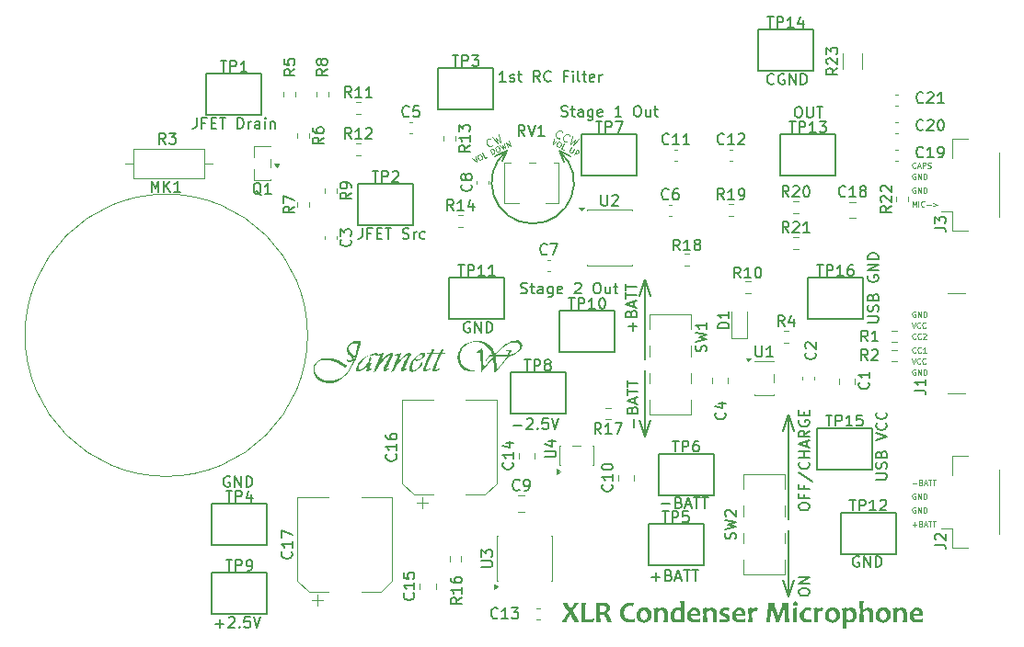
<source format=gto>
%TF.GenerationSoftware,KiCad,Pcbnew,9.0.7*%
%TF.CreationDate,2026-02-16T22:08:23-05:00*%
%TF.ProjectId,Microphone_V3,4d696372-6f70-4686-9f6e-655f56332e6b,rev?*%
%TF.SameCoordinates,Original*%
%TF.FileFunction,Legend,Top*%
%TF.FilePolarity,Positive*%
%FSLAX46Y46*%
G04 Gerber Fmt 4.6, Leading zero omitted, Abs format (unit mm)*
G04 Created by KiCad (PCBNEW 9.0.7) date 2026-02-16 22:08:23*
%MOMM*%
%LPD*%
G01*
G04 APERTURE LIST*
%ADD10C,0.150000*%
%ADD11C,0.500000*%
%ADD12C,0.100000*%
%ADD13C,0.750000*%
%ADD14C,0.120000*%
G04 APERTURE END LIST*
D10*
X177546000Y-100076000D02*
X178054000Y-98552000D01*
X177546000Y-85598000D02*
X178054000Y-87122000D01*
X190246000Y-99568000D02*
X190754000Y-98044000D01*
X164829489Y-73742833D02*
X163728400Y-74269600D01*
X177546000Y-85598000D02*
X177038000Y-87122000D01*
X190754000Y-108712000D02*
X190754000Y-114808000D01*
X177038000Y-87122000D02*
X177546000Y-85598000D01*
X169621199Y-73812400D02*
X170688000Y-74320400D01*
X177546000Y-93980000D02*
X177546000Y-100076000D01*
X169621200Y-73812400D02*
G75*
G02*
X164829489Y-73742832I-2438400J-2895600D01*
G01*
X190754000Y-98044000D02*
X190246000Y-99568000D01*
X190754000Y-114808000D02*
X190246000Y-113284000D01*
X177546000Y-100076000D02*
X177038000Y-98552000D01*
X164829489Y-73742833D02*
X164388800Y-74676000D01*
X190754000Y-114808000D02*
X191262000Y-113284000D01*
X190754000Y-107696000D02*
X190754000Y-98044000D01*
X190754000Y-98044000D02*
X191262000Y-99568000D01*
X178054000Y-98552000D02*
X177546000Y-100076000D01*
X191262000Y-113284000D02*
X190754000Y-114808000D01*
X177546000Y-92964000D02*
X177546000Y-85598000D01*
X169621195Y-73812398D02*
X170027600Y-74777600D01*
X197202588Y-111185438D02*
X197107350Y-111137819D01*
X197107350Y-111137819D02*
X196964493Y-111137819D01*
X196964493Y-111137819D02*
X196821636Y-111185438D01*
X196821636Y-111185438D02*
X196726398Y-111280676D01*
X196726398Y-111280676D02*
X196678779Y-111375914D01*
X196678779Y-111375914D02*
X196631160Y-111566390D01*
X196631160Y-111566390D02*
X196631160Y-111709247D01*
X196631160Y-111709247D02*
X196678779Y-111899723D01*
X196678779Y-111899723D02*
X196726398Y-111994961D01*
X196726398Y-111994961D02*
X196821636Y-112090200D01*
X196821636Y-112090200D02*
X196964493Y-112137819D01*
X196964493Y-112137819D02*
X197059731Y-112137819D01*
X197059731Y-112137819D02*
X197202588Y-112090200D01*
X197202588Y-112090200D02*
X197250207Y-112042580D01*
X197250207Y-112042580D02*
X197250207Y-111709247D01*
X197250207Y-111709247D02*
X197059731Y-111709247D01*
X197678779Y-112137819D02*
X197678779Y-111137819D01*
X197678779Y-111137819D02*
X198250207Y-112137819D01*
X198250207Y-112137819D02*
X198250207Y-111137819D01*
X198726398Y-112137819D02*
X198726398Y-111137819D01*
X198726398Y-111137819D02*
X198964493Y-111137819D01*
X198964493Y-111137819D02*
X199107350Y-111185438D01*
X199107350Y-111185438D02*
X199202588Y-111280676D01*
X199202588Y-111280676D02*
X199250207Y-111375914D01*
X199250207Y-111375914D02*
X199297826Y-111566390D01*
X199297826Y-111566390D02*
X199297826Y-111709247D01*
X199297826Y-111709247D02*
X199250207Y-111899723D01*
X199250207Y-111899723D02*
X199202588Y-111994961D01*
X199202588Y-111994961D02*
X199107350Y-112090200D01*
X199107350Y-112090200D02*
X198964493Y-112137819D01*
X198964493Y-112137819D02*
X198726398Y-112137819D01*
D11*
G36*
X171453011Y-117211200D02*
G01*
X170995300Y-117211200D01*
X170972281Y-117136546D01*
X170839595Y-116859490D01*
X170695555Y-116589612D01*
X170622341Y-116472121D01*
X170600481Y-116472121D01*
X170535584Y-116581265D01*
X170403744Y-116851186D01*
X170283468Y-117129715D01*
X170261594Y-117211200D01*
X169839420Y-117211200D01*
X169873690Y-117132829D01*
X170105157Y-116749947D01*
X170352778Y-116374068D01*
X170445998Y-116255844D01*
X170445998Y-116235327D01*
X170357329Y-116118618D01*
X170154982Y-115819260D01*
X169961672Y-115503040D01*
X169931012Y-115429204D01*
X170370893Y-115429204D01*
X170390189Y-115494774D01*
X170497899Y-115723516D01*
X170619083Y-115949238D01*
X170676929Y-116036880D01*
X170698789Y-116036880D01*
X170754764Y-115948299D01*
X170870247Y-115723516D01*
X170972547Y-115496028D01*
X170991148Y-115429204D01*
X171395614Y-115429204D01*
X171364659Y-115497112D01*
X171161263Y-115809001D01*
X170943859Y-116114955D01*
X170861333Y-116214811D01*
X170861333Y-116235327D01*
X170966403Y-116375167D01*
X171202173Y-116747260D01*
X171418704Y-117124123D01*
X171453011Y-117211200D01*
G37*
G36*
X172810635Y-116909315D02*
G01*
X172799766Y-117211200D01*
X171664403Y-117211200D01*
X171676254Y-116816072D01*
X171680767Y-116279169D01*
X171676240Y-115787391D01*
X171664403Y-115429204D01*
X172048353Y-115429204D01*
X172036557Y-115768077D01*
X172031866Y-116277093D01*
X172026851Y-116666631D01*
X172014159Y-116929832D01*
X172396169Y-116924846D01*
X172810635Y-116909315D01*
G37*
G36*
X173864013Y-115441207D02*
G01*
X174009635Y-115473296D01*
X174117995Y-115520955D01*
X174197031Y-115581808D01*
X174252294Y-115655928D01*
X174286356Y-115745838D01*
X174298440Y-115856140D01*
X174288324Y-115964195D01*
X174259311Y-116057618D01*
X174212044Y-116139308D01*
X174145336Y-116211236D01*
X174056284Y-116274253D01*
X173940502Y-116328017D01*
X173940502Y-116348412D01*
X174023844Y-116386115D01*
X174103989Y-116455051D01*
X174182303Y-116563467D01*
X174289205Y-116779230D01*
X174462449Y-117211200D01*
X174057983Y-117211200D01*
X173942212Y-116881171D01*
X173864637Y-116699340D01*
X173814717Y-116613537D01*
X173768285Y-116565704D01*
X173709345Y-116530594D01*
X173635094Y-116508114D01*
X173541531Y-116499964D01*
X173389857Y-116501308D01*
X173402191Y-117211200D01*
X173022393Y-117211200D01*
X173035424Y-116786449D01*
X173040101Y-116283443D01*
X173035291Y-115806100D01*
X173031796Y-115706175D01*
X173373492Y-115706175D01*
X173384313Y-115932958D01*
X173388513Y-116254989D01*
X173515520Y-116257675D01*
X173667471Y-116246425D01*
X173776949Y-116216833D01*
X173854152Y-116173273D01*
X173906675Y-116117183D01*
X173938646Y-116046801D01*
X173950028Y-115957501D01*
X173940307Y-115874866D01*
X173913319Y-115810692D01*
X173869812Y-115760543D01*
X173807175Y-115722342D01*
X173719899Y-115696767D01*
X173600272Y-115687124D01*
X173475611Y-115692206D01*
X173373492Y-115706175D01*
X173031796Y-115706175D01*
X173022393Y-115437386D01*
X173258698Y-115437386D01*
X173430157Y-115433356D01*
X173671346Y-115429204D01*
X173864013Y-115441207D01*
G37*
G36*
X176568189Y-116890753D02*
G01*
X176544986Y-117203994D01*
X176351004Y-117238865D01*
X176162379Y-117250278D01*
X175971987Y-117238386D01*
X175809237Y-117204816D01*
X175669927Y-117151869D01*
X175550549Y-117080601D01*
X175448457Y-116990770D01*
X175359893Y-116882097D01*
X175291873Y-116766060D01*
X175243164Y-116641512D01*
X175213428Y-116506882D01*
X175203238Y-116360257D01*
X175213865Y-116208820D01*
X175245072Y-116067768D01*
X175296534Y-115935312D01*
X175368841Y-115809975D01*
X175463478Y-115690666D01*
X175572982Y-115589882D01*
X175696722Y-115511340D01*
X175836714Y-115454020D01*
X175995778Y-115418264D01*
X176177400Y-115405756D01*
X176341210Y-115415441D01*
X176492962Y-115443736D01*
X176445090Y-115757466D01*
X176284560Y-115715950D01*
X176136367Y-115702756D01*
X175999722Y-115715153D01*
X175888564Y-115749767D01*
X175797739Y-115804610D01*
X175723719Y-115880320D01*
X175665491Y-115972123D01*
X175623453Y-116073499D01*
X175597516Y-116186138D01*
X175588531Y-116312142D01*
X175598871Y-116439569D01*
X175629068Y-116555820D01*
X175678806Y-116662980D01*
X175748998Y-116762648D01*
X175835687Y-116844803D01*
X175937403Y-116903711D01*
X176057146Y-116940352D01*
X176199260Y-116953279D01*
X176371300Y-116938475D01*
X176568189Y-116890753D01*
G37*
G36*
X177583986Y-115862744D02*
G01*
X177704512Y-115896274D01*
X177815129Y-115951605D01*
X177917630Y-116030041D01*
X178000771Y-116125370D01*
X178061113Y-116238223D01*
X178098985Y-116372106D01*
X178112414Y-116531838D01*
X178103042Y-116670379D01*
X178076315Y-116791153D01*
X178033601Y-116896884D01*
X177975265Y-116989797D01*
X177900656Y-117071493D01*
X177789046Y-117157199D01*
X177670036Y-117217327D01*
X177541812Y-117253557D01*
X177401912Y-117265910D01*
X177268269Y-117254491D01*
X177147135Y-117221186D01*
X177036089Y-117166290D01*
X176933332Y-117088590D01*
X176849892Y-116993851D01*
X176789375Y-116881625D01*
X176751403Y-116748406D01*
X176737938Y-116589357D01*
X176740942Y-116545027D01*
X177094532Y-116545027D01*
X177105600Y-116672987D01*
X177137015Y-116781650D01*
X177187466Y-116874633D01*
X177257471Y-116950169D01*
X177336829Y-116993373D01*
X177429267Y-117007989D01*
X177519603Y-116994222D01*
X177596970Y-116953705D01*
X177664961Y-116883426D01*
X177714271Y-116796250D01*
X177744981Y-116693705D01*
X177755820Y-116572138D01*
X177744752Y-116444179D01*
X177713337Y-116335515D01*
X177662885Y-116242532D01*
X177592881Y-116166997D01*
X177513523Y-116123792D01*
X177421085Y-116109176D01*
X177330749Y-116122943D01*
X177253382Y-116163460D01*
X177185390Y-116233740D01*
X177136081Y-116320915D01*
X177105371Y-116423460D01*
X177094532Y-116545027D01*
X176740942Y-116545027D01*
X176747360Y-116450320D01*
X176774238Y-116329042D01*
X176817211Y-116222795D01*
X176875922Y-116129361D01*
X176951039Y-116047138D01*
X177063456Y-115960679D01*
X177182970Y-115900110D01*
X177311381Y-115863666D01*
X177451127Y-115851255D01*
X177583986Y-115862744D01*
G37*
G36*
X179593503Y-117211200D02*
G01*
X179230069Y-117211200D01*
X179252656Y-116863137D01*
X179260233Y-116509246D01*
X179251017Y-116365317D01*
X179228112Y-116273109D01*
X179196730Y-116217253D01*
X179149263Y-116175936D01*
X179086465Y-116149926D01*
X179003412Y-116140439D01*
X178902984Y-116151943D01*
X178805302Y-116186844D01*
X178708245Y-116247417D01*
X178715083Y-117211200D01*
X178347498Y-117211200D01*
X178366810Y-116806051D01*
X178372166Y-116537944D01*
X178364491Y-116320683D01*
X178341976Y-116115315D01*
X178305244Y-115920865D01*
X178655000Y-115882518D01*
X178678203Y-116025645D01*
X178700062Y-116025645D01*
X178798117Y-115955626D01*
X178901517Y-115906481D01*
X179011670Y-115876926D01*
X179130418Y-115866887D01*
X179267410Y-115879047D01*
X179377833Y-115912832D01*
X179467107Y-115966049D01*
X179518116Y-116019890D01*
X179557376Y-116094607D01*
X179583656Y-116196028D01*
X179593503Y-116331803D01*
X179590083Y-116437805D01*
X179586664Y-116573970D01*
X179593503Y-117211200D01*
G37*
G36*
X181123906Y-115627927D02*
G01*
X181117578Y-116191974D01*
X181125854Y-116774757D01*
X181147742Y-117211200D01*
X180823876Y-117222068D01*
X180814351Y-117116678D01*
X180793834Y-117116678D01*
X180715264Y-117174095D01*
X180626451Y-117215572D01*
X180525485Y-117241296D01*
X180409884Y-117250278D01*
X180282385Y-117237786D01*
X180172637Y-117201955D01*
X180077031Y-117143448D01*
X179993206Y-117060502D01*
X179925953Y-116961619D01*
X179878061Y-116854684D01*
X179848868Y-116738084D01*
X179838845Y-116609751D01*
X179841749Y-116570551D01*
X180203621Y-116570551D01*
X180213503Y-116682570D01*
X180241936Y-116780654D01*
X180288252Y-116867428D01*
X180352743Y-116937381D01*
X180429684Y-116978243D01*
X180523335Y-116992358D01*
X180653581Y-116979509D01*
X180743782Y-116945857D01*
X180804825Y-116895271D01*
X180799154Y-116479002D01*
X180784309Y-116174755D01*
X180718696Y-116138874D01*
X180644244Y-116116841D01*
X180558873Y-116109176D01*
X180471338Y-116118229D01*
X180399546Y-116143742D01*
X180340130Y-116184880D01*
X180291060Y-116243021D01*
X180243634Y-116335839D01*
X180214043Y-116443896D01*
X180203621Y-116570551D01*
X179841749Y-116570551D01*
X179849771Y-116462242D01*
X179881618Y-116327617D01*
X179933809Y-116203708D01*
X180006884Y-116088781D01*
X180079520Y-116008740D01*
X180161041Y-115947532D01*
X180252610Y-115903530D01*
X180356131Y-115876351D01*
X180474120Y-115866887D01*
X180602365Y-115875971D01*
X180696775Y-115900029D01*
X180765136Y-115935641D01*
X180784309Y-115935641D01*
X180776464Y-115611428D01*
X180752801Y-115283879D01*
X181139438Y-115272888D01*
X181123906Y-115627927D01*
G37*
G36*
X182197026Y-115878172D02*
G01*
X182313597Y-115909364D01*
X182407350Y-115957881D01*
X182482407Y-116023202D01*
X182542701Y-116104946D01*
X182586426Y-116198331D01*
X182613663Y-116305533D01*
X182623213Y-116429378D01*
X182615031Y-116610118D01*
X181735146Y-116625017D01*
X181758584Y-116720610D01*
X181802350Y-116803614D01*
X181867648Y-116876465D01*
X181948533Y-116930870D01*
X182046309Y-116964706D01*
X182165502Y-116976726D01*
X182372666Y-116961700D01*
X182601353Y-116914200D01*
X182573998Y-117181402D01*
X182446426Y-117217925D01*
X182292219Y-117241702D01*
X182106762Y-117250278D01*
X181931318Y-117236437D01*
X181786276Y-117197714D01*
X181666035Y-117136695D01*
X181566374Y-117053663D01*
X181483789Y-116949667D01*
X181425710Y-116837469D01*
X181390581Y-116715207D01*
X181378552Y-116580320D01*
X181390042Y-116438565D01*
X181392362Y-116429622D01*
X181732460Y-116429622D01*
X182303499Y-116418876D01*
X182290665Y-116298124D01*
X182256853Y-116214315D01*
X182205338Y-116157394D01*
X182133960Y-116122109D01*
X182035687Y-116109176D01*
X181942801Y-116121709D01*
X181869117Y-116157168D01*
X181809904Y-116216108D01*
X181763671Y-116303854D01*
X181732460Y-116429622D01*
X181392362Y-116429622D01*
X181423596Y-116309236D01*
X181478863Y-116190018D01*
X181556849Y-116079134D01*
X181653158Y-115987409D01*
X181765451Y-115921846D01*
X181896907Y-115881194D01*
X182052173Y-115866887D01*
X182197026Y-115878172D01*
G37*
G36*
X184105157Y-117211200D02*
G01*
X183741723Y-117211200D01*
X183764310Y-116863137D01*
X183771887Y-116509246D01*
X183762671Y-116365317D01*
X183739766Y-116273109D01*
X183708384Y-116217253D01*
X183660916Y-116175936D01*
X183598119Y-116149926D01*
X183515066Y-116140439D01*
X183414638Y-116151943D01*
X183316956Y-116186844D01*
X183219898Y-116247417D01*
X183226737Y-117211200D01*
X182859152Y-117211200D01*
X182878464Y-116806051D01*
X182883820Y-116537944D01*
X182876145Y-116320683D01*
X182853630Y-116115315D01*
X182816898Y-115920865D01*
X183166654Y-115882518D01*
X183189857Y-116025645D01*
X183211716Y-116025645D01*
X183309771Y-115955626D01*
X183413171Y-115906481D01*
X183523324Y-115876926D01*
X183642072Y-115866887D01*
X183779064Y-115879047D01*
X183889487Y-115912832D01*
X183978761Y-115966049D01*
X184029769Y-116019890D01*
X184069030Y-116094607D01*
X184095310Y-116196028D01*
X184105157Y-116331803D01*
X184101737Y-116437805D01*
X184098318Y-116573970D01*
X184105157Y-117211200D01*
G37*
G36*
X185336873Y-116840561D02*
G01*
X185325235Y-116946203D01*
X185292408Y-117032389D01*
X185239089Y-117103520D01*
X185162738Y-117161991D01*
X185057932Y-117207832D01*
X184916952Y-117238719D01*
X184730296Y-117250278D01*
X184516704Y-117237387D01*
X184343660Y-117201918D01*
X184390066Y-116929832D01*
X184562026Y-116976997D01*
X184730296Y-116992358D01*
X184881625Y-116984087D01*
X184957808Y-116965613D01*
X184993967Y-116942966D01*
X185014310Y-116913812D01*
X185021312Y-116876098D01*
X185011432Y-116835164D01*
X184977994Y-116791326D01*
X184910142Y-116742025D01*
X184791723Y-116686322D01*
X184607036Y-116601711D01*
X184499365Y-116530617D01*
X184428526Y-116452796D01*
X184387546Y-116366964D01*
X184373702Y-116269765D01*
X184382493Y-116181760D01*
X184407845Y-116105162D01*
X184449499Y-116037597D01*
X184508890Y-115977529D01*
X184578542Y-115932017D01*
X184664899Y-115897467D01*
X184771468Y-115875020D01*
X184902487Y-115866887D01*
X185131095Y-115879245D01*
X185282285Y-115910240D01*
X185235879Y-116187333D01*
X185131279Y-116152880D01*
X185020508Y-116131934D01*
X184902487Y-116124807D01*
X184790105Y-116134603D01*
X184726600Y-116158038D01*
X184694351Y-116189951D01*
X184683890Y-116231541D01*
X184695459Y-116283225D01*
X184730296Y-116323743D01*
X184789936Y-116357915D01*
X184920195Y-116411793D01*
X185102156Y-116490920D01*
X185208402Y-116560659D01*
X185280054Y-116640705D01*
X185322333Y-116732655D01*
X185336873Y-116840561D01*
G37*
G36*
X186343293Y-115878172D02*
G01*
X186459863Y-115909364D01*
X186553617Y-115957881D01*
X186628674Y-116023202D01*
X186688967Y-116104946D01*
X186732693Y-116198331D01*
X186759930Y-116305533D01*
X186769480Y-116429378D01*
X186761298Y-116610118D01*
X185881413Y-116625017D01*
X185904851Y-116720610D01*
X185948617Y-116803614D01*
X186013915Y-116876465D01*
X186094799Y-116930870D01*
X186192576Y-116964706D01*
X186311769Y-116976726D01*
X186518932Y-116961700D01*
X186747620Y-116914200D01*
X186720265Y-117181402D01*
X186592692Y-117217925D01*
X186438486Y-117241702D01*
X186253028Y-117250278D01*
X186077584Y-117236437D01*
X185932543Y-117197714D01*
X185812302Y-117136695D01*
X185712641Y-117053663D01*
X185630056Y-116949667D01*
X185571977Y-116837469D01*
X185536847Y-116715207D01*
X185524818Y-116580320D01*
X185536308Y-116438565D01*
X185538628Y-116429622D01*
X185878726Y-116429622D01*
X186449766Y-116418876D01*
X186436932Y-116298124D01*
X186403119Y-116214315D01*
X186351604Y-116157394D01*
X186280226Y-116122109D01*
X186181954Y-116109176D01*
X186089067Y-116121709D01*
X186015383Y-116157168D01*
X185956170Y-116216108D01*
X185909937Y-116303854D01*
X185878726Y-116429622D01*
X185538628Y-116429622D01*
X185569863Y-116309236D01*
X185625129Y-116190018D01*
X185703115Y-116079134D01*
X185799424Y-115987409D01*
X185911717Y-115921846D01*
X186043174Y-115881194D01*
X186198440Y-115866887D01*
X186343293Y-115878172D01*
G37*
G36*
X187918154Y-115911339D02*
G01*
X187838897Y-116226412D01*
X187736570Y-116197001D01*
X187633977Y-116187333D01*
X187539086Y-116199432D01*
X187466328Y-116233058D01*
X187410271Y-116287753D01*
X187368852Y-116367707D01*
X187377034Y-117211200D01*
X187013600Y-117211200D01*
X187031725Y-116818331D01*
X187036926Y-116537944D01*
X187029108Y-116321630D01*
X187006125Y-116116245D01*
X186968538Y-115920865D01*
X187316950Y-115882518D01*
X187340153Y-116056175D01*
X187362013Y-116056175D01*
X187432438Y-115971073D01*
X187510415Y-115913149D01*
X187597517Y-115878694D01*
X187696748Y-115866887D01*
X187797232Y-115877194D01*
X187918154Y-115911339D01*
G37*
G36*
X190799242Y-117211200D02*
G01*
X190401615Y-117211200D01*
X190395864Y-116938872D01*
X190372917Y-116426325D01*
X190342875Y-115737194D01*
X190322358Y-115737194D01*
X190249940Y-116041032D01*
X190174569Y-116287994D01*
X190029267Y-116694626D01*
X189893311Y-117087929D01*
X189867456Y-117211200D01*
X189565572Y-117211200D01*
X189540562Y-117085026D01*
X189410478Y-116689741D01*
X189271068Y-116287384D01*
X189207512Y-116082065D01*
X189164348Y-115908156D01*
X189131064Y-115737194D01*
X189110547Y-115737194D01*
X189077086Y-116470777D01*
X189050933Y-116986434D01*
X189044968Y-117211200D01*
X188684344Y-117211200D01*
X188783384Y-116388712D01*
X188865564Y-115678794D01*
X188882425Y-115429204D01*
X189411088Y-115429204D01*
X189422796Y-115536159D01*
X189470815Y-115744314D01*
X189578395Y-116105390D01*
X189686489Y-116466899D01*
X189734300Y-116671885D01*
X189745823Y-116774615D01*
X189766339Y-116774615D01*
X189779383Y-116671608D01*
X189833671Y-116466371D01*
X189956849Y-116104047D01*
X190079809Y-115741934D01*
X190134297Y-115534764D01*
X190147480Y-115429204D01*
X190672114Y-115429204D01*
X190684581Y-115767471D01*
X190735617Y-116440003D01*
X190799242Y-117211200D01*
G37*
G36*
X191505715Y-117211200D02*
G01*
X191138252Y-117211200D01*
X191152230Y-116917150D01*
X191157303Y-116560537D01*
X191144856Y-116207424D01*
X191110896Y-115922208D01*
X191504372Y-115882518D01*
X191491488Y-116166903D01*
X191486542Y-116560537D01*
X191491539Y-116906065D01*
X191505715Y-117211200D01*
G37*
G36*
X191568607Y-115492218D02*
G01*
X191561510Y-115552159D01*
X191540582Y-115606212D01*
X191505104Y-115655983D01*
X191458549Y-115694211D01*
X191400692Y-115717793D01*
X191328150Y-115726203D01*
X191267105Y-115718987D01*
X191218173Y-115698688D01*
X191178552Y-115665631D01*
X191138244Y-115599334D01*
X191124574Y-115519696D01*
X191131701Y-115459799D01*
X191152650Y-115406256D01*
X191188077Y-115357396D01*
X191234559Y-115320025D01*
X191292821Y-115296828D01*
X191366374Y-115288520D01*
X191428412Y-115295747D01*
X191477251Y-115315912D01*
X191515973Y-115348481D01*
X191555276Y-115413865D01*
X191568607Y-115492218D01*
G37*
G36*
X192847585Y-116922016D02*
G01*
X192824382Y-117184333D01*
X192738810Y-117218867D01*
X192628271Y-117241806D01*
X192486838Y-117250278D01*
X192311426Y-117236458D01*
X192166123Y-117197763D01*
X192045406Y-117136741D01*
X191945108Y-117053663D01*
X191861838Y-116949577D01*
X191803358Y-116837484D01*
X191768029Y-116715537D01*
X191755942Y-116581175D01*
X191768464Y-116441547D01*
X191805264Y-116313101D01*
X191866495Y-116193385D01*
X191954023Y-116080599D01*
X192059659Y-115988850D01*
X192182764Y-115922678D01*
X192326782Y-115881427D01*
X192496486Y-115866887D01*
X192659255Y-115877084D01*
X192795684Y-115905599D01*
X192749277Y-116187333D01*
X192618215Y-116146733D01*
X192467787Y-116132623D01*
X192363054Y-116146176D01*
X192277599Y-116184813D01*
X192206814Y-116249005D01*
X192154388Y-116331116D01*
X192122358Y-116425572D01*
X192111193Y-116535624D01*
X192124253Y-116654733D01*
X192161999Y-116757920D01*
X192224522Y-116848743D01*
X192285318Y-116903451D01*
X192357443Y-116943070D01*
X192443179Y-116967915D01*
X192545701Y-116976726D01*
X192673198Y-116964594D01*
X192847585Y-116922016D01*
G37*
G36*
X193961699Y-115911339D02*
G01*
X193882442Y-116226412D01*
X193780115Y-116197001D01*
X193677522Y-116187333D01*
X193582631Y-116199432D01*
X193509873Y-116233058D01*
X193453816Y-116287753D01*
X193412397Y-116367707D01*
X193420579Y-117211200D01*
X193057145Y-117211200D01*
X193075270Y-116818331D01*
X193080471Y-116537944D01*
X193072653Y-116321630D01*
X193049670Y-116116245D01*
X193012083Y-115920865D01*
X193360495Y-115882518D01*
X193383698Y-116056175D01*
X193405558Y-116056175D01*
X193475983Y-115971073D01*
X193553960Y-115913149D01*
X193641062Y-115878694D01*
X193740293Y-115866887D01*
X193840777Y-115877194D01*
X193961699Y-115911339D01*
G37*
G36*
X194927182Y-115862744D02*
G01*
X195047708Y-115896274D01*
X195158325Y-115951605D01*
X195260827Y-116030041D01*
X195343968Y-116125370D01*
X195404309Y-116238223D01*
X195442181Y-116372106D01*
X195455610Y-116531838D01*
X195446239Y-116670379D01*
X195419512Y-116791153D01*
X195376797Y-116896884D01*
X195318461Y-116989797D01*
X195243852Y-117071493D01*
X195132242Y-117157199D01*
X195013233Y-117217327D01*
X194885008Y-117253557D01*
X194745108Y-117265910D01*
X194611465Y-117254491D01*
X194490331Y-117221186D01*
X194379285Y-117166290D01*
X194276528Y-117088590D01*
X194193088Y-116993851D01*
X194132571Y-116881625D01*
X194094599Y-116748406D01*
X194081134Y-116589357D01*
X194084138Y-116545027D01*
X194437728Y-116545027D01*
X194448796Y-116672987D01*
X194480211Y-116781650D01*
X194530663Y-116874633D01*
X194600667Y-116950169D01*
X194680025Y-116993373D01*
X194772463Y-117007989D01*
X194862799Y-116994222D01*
X194940166Y-116953705D01*
X195008157Y-116883426D01*
X195057467Y-116796250D01*
X195088177Y-116693705D01*
X195099016Y-116572138D01*
X195087948Y-116444179D01*
X195056533Y-116335515D01*
X195006081Y-116242532D01*
X194936077Y-116166997D01*
X194856719Y-116123792D01*
X194764281Y-116109176D01*
X194673945Y-116122943D01*
X194596578Y-116163460D01*
X194528587Y-116233740D01*
X194479277Y-116320915D01*
X194448567Y-116423460D01*
X194437728Y-116545027D01*
X194084138Y-116545027D01*
X194090556Y-116450320D01*
X194117434Y-116329042D01*
X194160407Y-116222795D01*
X194219118Y-116129361D01*
X194294236Y-116047138D01*
X194406652Y-115960679D01*
X194526166Y-115900110D01*
X194654577Y-115863666D01*
X194794323Y-115851255D01*
X194927182Y-115862744D01*
G37*
G36*
X196579302Y-115879368D02*
G01*
X196688810Y-115915124D01*
X196783941Y-115973444D01*
X196867090Y-116056053D01*
X196933697Y-116154499D01*
X196981181Y-116261142D01*
X197010153Y-116377601D01*
X197020108Y-116505948D01*
X197009167Y-116651926D01*
X196977185Y-116785998D01*
X196924597Y-116910240D01*
X196850725Y-117026308D01*
X196757786Y-117124689D01*
X196651629Y-117193608D01*
X196529621Y-117235640D01*
X196387519Y-117250278D01*
X196244477Y-117237575D01*
X196148796Y-117204987D01*
X196086978Y-117157466D01*
X196070492Y-117157466D01*
X196080139Y-117828645D01*
X195708524Y-117828645D01*
X195726522Y-117422370D01*
X195733070Y-116926412D01*
X195723419Y-116482855D01*
X195704311Y-116235694D01*
X196056936Y-116235694D01*
X196072466Y-116612592D01*
X196077330Y-116940945D01*
X196138000Y-116977162D01*
X196211206Y-116999893D01*
X196300080Y-117007989D01*
X196388270Y-116998860D01*
X196460469Y-116973148D01*
X196520104Y-116931714D01*
X196569236Y-116873167D01*
X196616778Y-116779605D01*
X196646314Y-116671757D01*
X196656674Y-116546493D01*
X196646622Y-116434237D01*
X196617704Y-116336136D01*
X196570579Y-116249493D01*
X196505266Y-116179730D01*
X196427470Y-116138912D01*
X196332931Y-116124807D01*
X196212363Y-116138637D01*
X196122959Y-116176266D01*
X196056936Y-116235694D01*
X195704311Y-116235694D01*
X195698082Y-116155128D01*
X195661995Y-115920620D01*
X196011751Y-115882518D01*
X196032268Y-115999999D01*
X196054127Y-115999999D01*
X196130544Y-115943662D01*
X196220439Y-115902277D01*
X196326404Y-115876152D01*
X196451755Y-115866887D01*
X196579302Y-115879368D01*
G37*
G36*
X198501807Y-117211200D02*
G01*
X198138374Y-117211200D01*
X198161112Y-116866555D01*
X198168538Y-116536601D01*
X198159223Y-116372171D01*
X198136675Y-116272415D01*
X198106988Y-116216521D01*
X198060560Y-116176227D01*
X197995329Y-116150173D01*
X197904755Y-116140439D01*
X197808435Y-116151044D01*
X197711623Y-116183592D01*
X197612397Y-116240578D01*
X197616163Y-116798444D01*
X197626074Y-117211200D01*
X197262641Y-117211200D01*
X197273595Y-116767260D01*
X197277662Y-116198447D01*
X197265991Y-115677580D01*
X197235408Y-115294748D01*
X197622044Y-115272888D01*
X197606283Y-115693645D01*
X197601528Y-116029675D01*
X197619236Y-116029675D01*
X197714308Y-115957422D01*
X197813771Y-115907117D01*
X197919009Y-115877058D01*
X198031884Y-115866887D01*
X198175398Y-115879349D01*
X198288187Y-115913569D01*
X198376755Y-115966782D01*
X198427755Y-116020836D01*
X198466575Y-116093832D01*
X198492267Y-116190738D01*
X198501807Y-116318126D01*
X198498388Y-116424127D01*
X198494968Y-116530128D01*
X198501807Y-117211200D01*
G37*
G36*
X199593198Y-115862744D02*
G01*
X199713724Y-115896274D01*
X199824340Y-115951605D01*
X199926842Y-116030041D01*
X200009983Y-116125370D01*
X200070324Y-116238223D01*
X200108196Y-116372106D01*
X200121626Y-116531838D01*
X200112254Y-116670379D01*
X200085527Y-116791153D01*
X200042812Y-116896884D01*
X199984477Y-116989797D01*
X199909867Y-117071493D01*
X199798258Y-117157199D01*
X199679248Y-117217327D01*
X199551023Y-117253557D01*
X199411123Y-117265910D01*
X199277481Y-117254491D01*
X199156346Y-117221186D01*
X199045300Y-117166290D01*
X198942543Y-117088590D01*
X198859103Y-116993851D01*
X198798586Y-116881625D01*
X198760614Y-116748406D01*
X198747149Y-116589357D01*
X198750153Y-116545027D01*
X199103744Y-116545027D01*
X199114811Y-116672987D01*
X199146227Y-116781650D01*
X199196678Y-116874633D01*
X199266682Y-116950169D01*
X199346040Y-116993373D01*
X199438478Y-117007989D01*
X199528815Y-116994222D01*
X199606181Y-116953705D01*
X199674173Y-116883426D01*
X199723483Y-116796250D01*
X199754193Y-116693705D01*
X199765031Y-116572138D01*
X199753963Y-116444179D01*
X199722548Y-116335515D01*
X199672097Y-116242532D01*
X199602092Y-116166997D01*
X199522734Y-116123792D01*
X199430296Y-116109176D01*
X199339960Y-116122943D01*
X199262593Y-116163460D01*
X199194602Y-116233740D01*
X199145292Y-116320915D01*
X199114582Y-116423460D01*
X199103744Y-116545027D01*
X198750153Y-116545027D01*
X198756571Y-116450320D01*
X198783450Y-116329042D01*
X198826422Y-116222795D01*
X198885133Y-116129361D01*
X198960251Y-116047138D01*
X199072667Y-115960679D01*
X199192182Y-115900110D01*
X199320592Y-115863666D01*
X199460338Y-115851255D01*
X199593198Y-115862744D01*
G37*
G36*
X201602714Y-117211200D02*
G01*
X201239281Y-117211200D01*
X201261868Y-116863137D01*
X201269445Y-116509246D01*
X201260228Y-116365317D01*
X201237324Y-116273109D01*
X201205942Y-116217253D01*
X201158474Y-116175936D01*
X201095676Y-116149926D01*
X201012624Y-116140439D01*
X200912196Y-116151943D01*
X200814514Y-116186844D01*
X200717456Y-116247417D01*
X200724295Y-117211200D01*
X200356709Y-117211200D01*
X200376022Y-116806051D01*
X200381378Y-116537944D01*
X200373703Y-116320683D01*
X200351187Y-116115315D01*
X200314455Y-115920865D01*
X200664211Y-115882518D01*
X200687414Y-116025645D01*
X200709274Y-116025645D01*
X200807328Y-115955626D01*
X200910728Y-115906481D01*
X201020881Y-115876926D01*
X201139630Y-115866887D01*
X201276621Y-115879047D01*
X201387044Y-115912832D01*
X201476319Y-115966049D01*
X201527327Y-116019890D01*
X201566588Y-116094607D01*
X201592867Y-116196028D01*
X201602714Y-116331803D01*
X201599295Y-116437805D01*
X201595875Y-116573970D01*
X201602714Y-117211200D01*
G37*
G36*
X202666531Y-115878172D02*
G01*
X202783101Y-115909364D01*
X202876855Y-115957881D01*
X202951912Y-116023202D01*
X203012205Y-116104946D01*
X203055931Y-116198331D01*
X203083168Y-116305533D01*
X203092718Y-116429378D01*
X203084536Y-116610118D01*
X202204651Y-116625017D01*
X202228089Y-116720610D01*
X202271855Y-116803614D01*
X202337152Y-116876465D01*
X202418037Y-116930870D01*
X202515814Y-116964706D01*
X202635007Y-116976726D01*
X202842170Y-116961700D01*
X203070858Y-116914200D01*
X203043503Y-117181402D01*
X202915930Y-117217925D01*
X202761724Y-117241702D01*
X202576266Y-117250278D01*
X202400822Y-117236437D01*
X202255781Y-117197714D01*
X202135540Y-117136695D01*
X202035879Y-117053663D01*
X201953294Y-116949667D01*
X201895215Y-116837469D01*
X201860085Y-116715207D01*
X201848056Y-116580320D01*
X201859546Y-116438565D01*
X201861866Y-116429622D01*
X202201964Y-116429622D01*
X202773004Y-116418876D01*
X202760170Y-116298124D01*
X202726357Y-116214315D01*
X202674842Y-116157394D01*
X202603464Y-116122109D01*
X202505192Y-116109176D01*
X202412305Y-116121709D01*
X202338621Y-116157168D01*
X202279408Y-116216108D01*
X202233175Y-116303854D01*
X202201964Y-116429622D01*
X201861866Y-116429622D01*
X201893101Y-116309236D01*
X201948367Y-116190018D01*
X202026353Y-116079134D01*
X202122662Y-115987409D01*
X202234955Y-115921846D01*
X202366412Y-115881194D01*
X202521678Y-115866887D01*
X202666531Y-115878172D01*
G37*
D10*
X161388588Y-89595438D02*
X161293350Y-89547819D01*
X161293350Y-89547819D02*
X161150493Y-89547819D01*
X161150493Y-89547819D02*
X161007636Y-89595438D01*
X161007636Y-89595438D02*
X160912398Y-89690676D01*
X160912398Y-89690676D02*
X160864779Y-89785914D01*
X160864779Y-89785914D02*
X160817160Y-89976390D01*
X160817160Y-89976390D02*
X160817160Y-90119247D01*
X160817160Y-90119247D02*
X160864779Y-90309723D01*
X160864779Y-90309723D02*
X160912398Y-90404961D01*
X160912398Y-90404961D02*
X161007636Y-90500200D01*
X161007636Y-90500200D02*
X161150493Y-90547819D01*
X161150493Y-90547819D02*
X161245731Y-90547819D01*
X161245731Y-90547819D02*
X161388588Y-90500200D01*
X161388588Y-90500200D02*
X161436207Y-90452580D01*
X161436207Y-90452580D02*
X161436207Y-90119247D01*
X161436207Y-90119247D02*
X161245731Y-90119247D01*
X161864779Y-90547819D02*
X161864779Y-89547819D01*
X161864779Y-89547819D02*
X162436207Y-90547819D01*
X162436207Y-90547819D02*
X162436207Y-89547819D01*
X162912398Y-90547819D02*
X162912398Y-89547819D01*
X162912398Y-89547819D02*
X163150493Y-89547819D01*
X163150493Y-89547819D02*
X163293350Y-89595438D01*
X163293350Y-89595438D02*
X163388588Y-89690676D01*
X163388588Y-89690676D02*
X163436207Y-89785914D01*
X163436207Y-89785914D02*
X163483826Y-89976390D01*
X163483826Y-89976390D02*
X163483826Y-90119247D01*
X163483826Y-90119247D02*
X163436207Y-90309723D01*
X163436207Y-90309723D02*
X163388588Y-90404961D01*
X163388588Y-90404961D02*
X163293350Y-90500200D01*
X163293350Y-90500200D02*
X163150493Y-90547819D01*
X163150493Y-90547819D02*
X162912398Y-90547819D01*
X191655819Y-106660744D02*
X191655819Y-106470268D01*
X191655819Y-106470268D02*
X191703438Y-106375030D01*
X191703438Y-106375030D02*
X191798676Y-106279792D01*
X191798676Y-106279792D02*
X191989152Y-106232173D01*
X191989152Y-106232173D02*
X192322485Y-106232173D01*
X192322485Y-106232173D02*
X192512961Y-106279792D01*
X192512961Y-106279792D02*
X192608200Y-106375030D01*
X192608200Y-106375030D02*
X192655819Y-106470268D01*
X192655819Y-106470268D02*
X192655819Y-106660744D01*
X192655819Y-106660744D02*
X192608200Y-106755982D01*
X192608200Y-106755982D02*
X192512961Y-106851220D01*
X192512961Y-106851220D02*
X192322485Y-106898839D01*
X192322485Y-106898839D02*
X191989152Y-106898839D01*
X191989152Y-106898839D02*
X191798676Y-106851220D01*
X191798676Y-106851220D02*
X191703438Y-106755982D01*
X191703438Y-106755982D02*
X191655819Y-106660744D01*
X192132009Y-105470268D02*
X192132009Y-105803601D01*
X192655819Y-105803601D02*
X191655819Y-105803601D01*
X191655819Y-105803601D02*
X191655819Y-105327411D01*
X192132009Y-104613125D02*
X192132009Y-104946458D01*
X192655819Y-104946458D02*
X191655819Y-104946458D01*
X191655819Y-104946458D02*
X191655819Y-104470268D01*
X191608200Y-103375030D02*
X192893914Y-104232172D01*
X192560580Y-102470268D02*
X192608200Y-102517887D01*
X192608200Y-102517887D02*
X192655819Y-102660744D01*
X192655819Y-102660744D02*
X192655819Y-102755982D01*
X192655819Y-102755982D02*
X192608200Y-102898839D01*
X192608200Y-102898839D02*
X192512961Y-102994077D01*
X192512961Y-102994077D02*
X192417723Y-103041696D01*
X192417723Y-103041696D02*
X192227247Y-103089315D01*
X192227247Y-103089315D02*
X192084390Y-103089315D01*
X192084390Y-103089315D02*
X191893914Y-103041696D01*
X191893914Y-103041696D02*
X191798676Y-102994077D01*
X191798676Y-102994077D02*
X191703438Y-102898839D01*
X191703438Y-102898839D02*
X191655819Y-102755982D01*
X191655819Y-102755982D02*
X191655819Y-102660744D01*
X191655819Y-102660744D02*
X191703438Y-102517887D01*
X191703438Y-102517887D02*
X191751057Y-102470268D01*
X192655819Y-102041696D02*
X191655819Y-102041696D01*
X192132009Y-102041696D02*
X192132009Y-101470268D01*
X192655819Y-101470268D02*
X191655819Y-101470268D01*
X192370104Y-101041696D02*
X192370104Y-100565506D01*
X192655819Y-101136934D02*
X191655819Y-100803601D01*
X191655819Y-100803601D02*
X192655819Y-100470268D01*
X192655819Y-99565506D02*
X192179628Y-99898839D01*
X192655819Y-100136934D02*
X191655819Y-100136934D01*
X191655819Y-100136934D02*
X191655819Y-99755982D01*
X191655819Y-99755982D02*
X191703438Y-99660744D01*
X191703438Y-99660744D02*
X191751057Y-99613125D01*
X191751057Y-99613125D02*
X191846295Y-99565506D01*
X191846295Y-99565506D02*
X191989152Y-99565506D01*
X191989152Y-99565506D02*
X192084390Y-99613125D01*
X192084390Y-99613125D02*
X192132009Y-99660744D01*
X192132009Y-99660744D02*
X192179628Y-99755982D01*
X192179628Y-99755982D02*
X192179628Y-100136934D01*
X191703438Y-98613125D02*
X191655819Y-98708363D01*
X191655819Y-98708363D02*
X191655819Y-98851220D01*
X191655819Y-98851220D02*
X191703438Y-98994077D01*
X191703438Y-98994077D02*
X191798676Y-99089315D01*
X191798676Y-99089315D02*
X191893914Y-99136934D01*
X191893914Y-99136934D02*
X192084390Y-99184553D01*
X192084390Y-99184553D02*
X192227247Y-99184553D01*
X192227247Y-99184553D02*
X192417723Y-99136934D01*
X192417723Y-99136934D02*
X192512961Y-99089315D01*
X192512961Y-99089315D02*
X192608200Y-98994077D01*
X192608200Y-98994077D02*
X192655819Y-98851220D01*
X192655819Y-98851220D02*
X192655819Y-98755982D01*
X192655819Y-98755982D02*
X192608200Y-98613125D01*
X192608200Y-98613125D02*
X192560580Y-98565506D01*
X192560580Y-98565506D02*
X192227247Y-98565506D01*
X192227247Y-98565506D02*
X192227247Y-98755982D01*
X192132009Y-98136934D02*
X192132009Y-97803601D01*
X192655819Y-97660744D02*
X192655819Y-98136934D01*
X192655819Y-98136934D02*
X191655819Y-98136934D01*
X191655819Y-98136934D02*
X191655819Y-97660744D01*
D12*
X202114836Y-78927609D02*
X202114836Y-78427609D01*
X202114836Y-78427609D02*
X202281503Y-78784752D01*
X202281503Y-78784752D02*
X202448169Y-78427609D01*
X202448169Y-78427609D02*
X202448169Y-78927609D01*
X202686265Y-78927609D02*
X202686265Y-78427609D01*
X203210074Y-78879990D02*
X203186265Y-78903800D01*
X203186265Y-78903800D02*
X203114836Y-78927609D01*
X203114836Y-78927609D02*
X203067217Y-78927609D01*
X203067217Y-78927609D02*
X202995789Y-78903800D01*
X202995789Y-78903800D02*
X202948170Y-78856180D01*
X202948170Y-78856180D02*
X202924360Y-78808561D01*
X202924360Y-78808561D02*
X202900551Y-78713323D01*
X202900551Y-78713323D02*
X202900551Y-78641895D01*
X202900551Y-78641895D02*
X202924360Y-78546657D01*
X202924360Y-78546657D02*
X202948170Y-78499038D01*
X202948170Y-78499038D02*
X202995789Y-78451419D01*
X202995789Y-78451419D02*
X203067217Y-78427609D01*
X203067217Y-78427609D02*
X203114836Y-78427609D01*
X203114836Y-78427609D02*
X203186265Y-78451419D01*
X203186265Y-78451419D02*
X203210074Y-78475228D01*
X203424360Y-78737133D02*
X203805313Y-78737133D01*
X204043408Y-78594276D02*
X204424361Y-78737133D01*
X204424361Y-78737133D02*
X204043408Y-78879990D01*
D10*
X191655819Y-114534744D02*
X191655819Y-114344268D01*
X191655819Y-114344268D02*
X191703438Y-114249030D01*
X191703438Y-114249030D02*
X191798676Y-114153792D01*
X191798676Y-114153792D02*
X191989152Y-114106173D01*
X191989152Y-114106173D02*
X192322485Y-114106173D01*
X192322485Y-114106173D02*
X192512961Y-114153792D01*
X192512961Y-114153792D02*
X192608200Y-114249030D01*
X192608200Y-114249030D02*
X192655819Y-114344268D01*
X192655819Y-114344268D02*
X192655819Y-114534744D01*
X192655819Y-114534744D02*
X192608200Y-114629982D01*
X192608200Y-114629982D02*
X192512961Y-114725220D01*
X192512961Y-114725220D02*
X192322485Y-114772839D01*
X192322485Y-114772839D02*
X191989152Y-114772839D01*
X191989152Y-114772839D02*
X191798676Y-114725220D01*
X191798676Y-114725220D02*
X191703438Y-114629982D01*
X191703438Y-114629982D02*
X191655819Y-114534744D01*
X192655819Y-113677601D02*
X191655819Y-113677601D01*
X191655819Y-113677601D02*
X192655819Y-113106173D01*
X192655819Y-113106173D02*
X191655819Y-113106173D01*
D12*
X202400550Y-92341990D02*
X202376741Y-92365800D01*
X202376741Y-92365800D02*
X202305312Y-92389609D01*
X202305312Y-92389609D02*
X202257693Y-92389609D01*
X202257693Y-92389609D02*
X202186265Y-92365800D01*
X202186265Y-92365800D02*
X202138646Y-92318180D01*
X202138646Y-92318180D02*
X202114836Y-92270561D01*
X202114836Y-92270561D02*
X202091027Y-92175323D01*
X202091027Y-92175323D02*
X202091027Y-92103895D01*
X202091027Y-92103895D02*
X202114836Y-92008657D01*
X202114836Y-92008657D02*
X202138646Y-91961038D01*
X202138646Y-91961038D02*
X202186265Y-91913419D01*
X202186265Y-91913419D02*
X202257693Y-91889609D01*
X202257693Y-91889609D02*
X202305312Y-91889609D01*
X202305312Y-91889609D02*
X202376741Y-91913419D01*
X202376741Y-91913419D02*
X202400550Y-91937228D01*
X202900550Y-92341990D02*
X202876741Y-92365800D01*
X202876741Y-92365800D02*
X202805312Y-92389609D01*
X202805312Y-92389609D02*
X202757693Y-92389609D01*
X202757693Y-92389609D02*
X202686265Y-92365800D01*
X202686265Y-92365800D02*
X202638646Y-92318180D01*
X202638646Y-92318180D02*
X202614836Y-92270561D01*
X202614836Y-92270561D02*
X202591027Y-92175323D01*
X202591027Y-92175323D02*
X202591027Y-92103895D01*
X202591027Y-92103895D02*
X202614836Y-92008657D01*
X202614836Y-92008657D02*
X202638646Y-91961038D01*
X202638646Y-91961038D02*
X202686265Y-91913419D01*
X202686265Y-91913419D02*
X202757693Y-91889609D01*
X202757693Y-91889609D02*
X202805312Y-91889609D01*
X202805312Y-91889609D02*
X202876741Y-91913419D01*
X202876741Y-91913419D02*
X202900550Y-91937228D01*
X203376741Y-92389609D02*
X203091027Y-92389609D01*
X203233884Y-92389609D02*
X203233884Y-91889609D01*
X203233884Y-91889609D02*
X203186265Y-91961038D01*
X203186265Y-91961038D02*
X203138646Y-92008657D01*
X203138646Y-92008657D02*
X203091027Y-92032466D01*
D13*
G36*
X151260504Y-91310494D02*
G01*
X151289996Y-91310494D01*
X151312894Y-91310494D01*
X151331945Y-91310494D01*
X151347882Y-91308479D01*
X151372612Y-91306281D01*
X151339639Y-91468763D01*
X151312345Y-91615492D01*
X151214252Y-92052885D01*
X151119087Y-92399145D01*
X151009334Y-92723829D01*
X150883882Y-93031856D01*
X150869227Y-93061165D01*
X150858969Y-93086078D01*
X150703454Y-93394498D01*
X150528403Y-93692103D01*
X150333419Y-93979457D01*
X150120012Y-94253642D01*
X149905730Y-94491582D01*
X149690450Y-94696249D01*
X149478957Y-94862302D01*
X149250446Y-94997217D01*
X149009038Y-95099584D01*
X148768494Y-95163547D01*
X148614804Y-95188826D01*
X148460931Y-95197252D01*
X148266186Y-95186298D01*
X148073551Y-95153410D01*
X147881893Y-95098151D01*
X147697896Y-95021894D01*
X147529163Y-94927170D01*
X147374295Y-94813669D01*
X147257314Y-94699118D01*
X147162878Y-94573405D01*
X147089447Y-94435398D01*
X147037233Y-94287806D01*
X147005419Y-94130080D01*
X146994558Y-93960406D01*
X147009407Y-93777165D01*
X147052727Y-93610367D01*
X147124012Y-93456967D01*
X147224533Y-93314631D01*
X147357259Y-93181882D01*
X147546476Y-93048522D01*
X147758359Y-92952324D01*
X147997088Y-92892829D01*
X148268041Y-92872121D01*
X148501904Y-92885961D01*
X148754136Y-92929145D01*
X149027331Y-93004745D01*
X149293335Y-93103505D01*
X149567002Y-93229602D01*
X149849269Y-93385031D01*
X149998196Y-93479553D01*
X150154817Y-93583051D01*
X149913016Y-93741321D01*
X149710795Y-93603131D01*
X149490781Y-93474974D01*
X149262349Y-93361262D01*
X149033925Y-93265413D01*
X148777704Y-93175188D01*
X148529075Y-93108426D01*
X148284917Y-93065091D01*
X148079180Y-93051823D01*
X147871899Y-93066960D01*
X147690296Y-93110297D01*
X147530224Y-93180006D01*
X147388400Y-93276038D01*
X147267447Y-93397837D01*
X147183447Y-93531820D01*
X147132851Y-93680680D01*
X147115459Y-93848665D01*
X147117474Y-93902521D01*
X147123885Y-93956376D01*
X147150943Y-94094555D01*
X147200401Y-94233449D01*
X147274094Y-94374398D01*
X147365525Y-94504614D01*
X147471084Y-94618596D01*
X147591549Y-94717498D01*
X147718862Y-94793099D01*
X147890319Y-94865143D01*
X148074684Y-94920874D01*
X148264743Y-94958932D01*
X148409091Y-94977800D01*
X148549225Y-94984028D01*
X148821252Y-94963546D01*
X149080433Y-94902739D01*
X149329857Y-94801145D01*
X149572074Y-94656436D01*
X149808969Y-94464524D01*
X150012122Y-94253748D01*
X150208782Y-94000659D01*
X150398769Y-93700261D01*
X150581425Y-93346878D01*
X150755654Y-92934220D01*
X150795405Y-92817350D01*
X150835338Y-92700113D01*
X150887545Y-92514550D01*
X150927479Y-92337046D01*
X151002950Y-91954379D01*
X151028046Y-91831647D01*
X151028046Y-91829632D01*
X151028046Y-91827434D01*
X151038670Y-91775960D01*
X151057538Y-91682170D01*
X151074208Y-91610180D01*
X151078421Y-91567132D01*
X151083367Y-91568781D01*
X151082634Y-91564384D01*
X151084649Y-91540387D01*
X151089595Y-91511994D01*
X151032259Y-91519505D01*
X150984265Y-91523718D01*
X150950193Y-91527748D01*
X150912092Y-91527748D01*
X150719201Y-91523718D01*
X150584852Y-91537165D01*
X150473024Y-91575237D01*
X150379032Y-91636741D01*
X150305607Y-91719627D01*
X150261803Y-91816997D01*
X150246591Y-91933496D01*
X150252819Y-92013180D01*
X150271321Y-92088651D01*
X150308276Y-92167311D01*
X150367125Y-92254798D01*
X150551223Y-92455565D01*
X150650508Y-92561078D01*
X150703630Y-92654684D01*
X150716453Y-92699747D01*
X150720849Y-92749023D01*
X150716636Y-92802146D01*
X150708027Y-92859115D01*
X150661975Y-92981880D01*
X150589325Y-93100550D01*
X150497955Y-93199750D01*
X150406509Y-93257353D01*
X150365659Y-93270359D01*
X150324627Y-93274573D01*
X150226561Y-93254974D01*
X150150237Y-93197270D01*
X150101047Y-93111245D01*
X150083742Y-93000166D01*
X150083742Y-92980932D01*
X150091252Y-92940448D01*
X150166896Y-93032595D01*
X150229005Y-93087544D01*
X150294757Y-93121998D01*
X150358149Y-93132790D01*
X150436375Y-93119059D01*
X150494436Y-93080033D01*
X150531952Y-93019892D01*
X150545361Y-92937517D01*
X150543346Y-92898866D01*
X150533088Y-92864428D01*
X150510815Y-92816283D01*
X150473004Y-92765143D01*
X150345692Y-92636000D01*
X150305576Y-92597898D01*
X150269855Y-92559430D01*
X150188225Y-92453560D01*
X150136315Y-92350602D01*
X150106685Y-92239125D01*
X150096198Y-92107336D01*
X150111254Y-91948250D01*
X150155478Y-91802692D01*
X150229208Y-91667583D01*
X150335068Y-91540754D01*
X150462187Y-91434831D01*
X150597087Y-91361169D01*
X150741898Y-91317061D01*
X150899635Y-91302067D01*
X150985731Y-91302067D01*
X151088679Y-91306281D01*
X151111577Y-91306281D01*
X151130445Y-91306281D01*
X151161952Y-91306281D01*
X151194009Y-91306281D01*
X151233393Y-91310494D01*
X151260504Y-91310494D01*
G37*
G36*
X152388723Y-93802137D02*
G01*
X152432687Y-93865518D01*
X152314789Y-93942374D01*
X152168904Y-94012430D01*
X152010009Y-94070598D01*
X151826170Y-94123805D01*
X151845855Y-94006573D01*
X151896329Y-93833278D01*
X151967837Y-93645824D01*
X152076214Y-93406830D01*
X151933515Y-93576640D01*
X151778177Y-93725933D01*
X151577650Y-93896677D01*
X151394777Y-94020857D01*
X151213857Y-94107169D01*
X151089961Y-94130400D01*
X151027248Y-94117452D01*
X150982800Y-94080208D01*
X150955824Y-94023377D01*
X150945614Y-93939890D01*
X150960452Y-93792428D01*
X151000569Y-93644784D01*
X151084717Y-93463654D01*
X151204591Y-93283037D01*
X151364738Y-93101536D01*
X151570998Y-92918283D01*
X151792623Y-92759510D01*
X152017646Y-92632241D01*
X152247072Y-92534483D01*
X152482146Y-92464908D01*
X152667343Y-92431385D01*
X152852723Y-92418746D01*
X152906945Y-92432851D01*
X152925813Y-92474983D01*
X152912807Y-92527006D01*
X152879651Y-92602477D01*
X152875071Y-92618048D01*
X152864447Y-92636732D01*
X152755453Y-92621528D01*
X152659466Y-92610904D01*
X152625944Y-92610904D01*
X152592421Y-92610904D01*
X152404359Y-92620989D01*
X152235920Y-92649978D01*
X152084640Y-92696450D01*
X151940963Y-92762699D01*
X151796960Y-92852898D01*
X151651781Y-92969574D01*
X151618442Y-92996502D01*
X151585103Y-93027826D01*
X151486209Y-93130667D01*
X151403020Y-93234272D01*
X151271495Y-93448779D01*
X151208847Y-93623351D01*
X151188147Y-93793528D01*
X151196854Y-93861443D01*
X151220204Y-93908932D01*
X151257405Y-93940470D01*
X151303918Y-93950881D01*
X151371384Y-93935412D01*
X151473178Y-93876143D01*
X151575287Y-93793421D01*
X151685853Y-93683985D01*
X151855480Y-93483217D01*
X151999827Y-93261200D01*
X152068887Y-93133522D01*
X152125307Y-93014271D01*
X152177697Y-92861680D01*
X152223493Y-92688207D01*
X152271050Y-92726815D01*
X152299696Y-92768257D01*
X152315200Y-92818636D01*
X152321312Y-92894836D01*
X152309676Y-92996961D01*
X152272585Y-93108976D01*
X152214058Y-93219658D01*
X152126406Y-93342167D01*
X152153151Y-93340152D01*
X152188505Y-93333924D01*
X152255183Y-93319452D01*
X152368939Y-93283365D01*
X152356666Y-93310476D01*
X152350255Y-93325314D01*
X152326990Y-93377704D01*
X152274784Y-93505565D01*
X152174217Y-93746267D01*
X152153517Y-93839140D01*
X152168355Y-93874860D01*
X152201327Y-93887866D01*
X152269105Y-93865335D01*
X152388723Y-93802137D01*
G37*
G36*
X153975080Y-93815509D02*
G01*
X154014831Y-93880905D01*
X153877220Y-93969074D01*
X153740607Y-94036977D01*
X153594738Y-94089008D01*
X153417657Y-94131682D01*
X153419855Y-94096328D01*
X153426266Y-94064088D01*
X153476642Y-93873029D01*
X153573362Y-93614375D01*
X153682538Y-93366530D01*
X153817177Y-93093222D01*
X153863156Y-93008592D01*
X153905105Y-92919749D01*
X153951450Y-92835119D01*
X154003290Y-92723927D01*
X154017762Y-92668423D01*
X154006771Y-92632336D01*
X153977461Y-92619330D01*
X153923181Y-92635677D01*
X153808201Y-92709639D01*
X153687368Y-92807530D01*
X153549365Y-92935319D01*
X153440371Y-93049442D01*
X153335591Y-93167777D01*
X153188048Y-93357529D01*
X153050743Y-93569496D01*
X152927009Y-93795252D01*
X152810408Y-94042289D01*
X152791174Y-94044304D01*
X152775054Y-94050349D01*
X152674121Y-94082039D01*
X152513470Y-94145420D01*
X152547359Y-94102922D01*
X152557617Y-94075994D01*
X152576668Y-94031298D01*
X152595535Y-93986602D01*
X152738234Y-93658889D01*
X152931125Y-93191225D01*
X153065214Y-92840614D01*
X153091770Y-92744512D01*
X153098737Y-92685459D01*
X153085364Y-92636549D01*
X153045797Y-92619330D01*
X153039386Y-92619330D01*
X153033158Y-92619330D01*
X152990476Y-92627756D01*
X152885879Y-92658897D01*
X152871041Y-92579580D01*
X152916104Y-92568039D01*
X152951825Y-92557415D01*
X153094157Y-92511619D01*
X153228247Y-92461061D01*
X153322585Y-92423508D01*
X153426999Y-92378995D01*
X153433594Y-92407388D01*
X153433594Y-92424607D01*
X153418205Y-92528667D01*
X153353543Y-92736933D01*
X153262430Y-92967938D01*
X153129695Y-93259918D01*
X153495809Y-92867978D01*
X153779258Y-92614934D01*
X153975907Y-92478945D01*
X154121387Y-92412314D01*
X154229337Y-92393650D01*
X154273837Y-92401210D01*
X154306823Y-92422592D01*
X154328347Y-92455594D01*
X154335949Y-92500078D01*
X154325701Y-92573412D01*
X154287406Y-92685825D01*
X154066671Y-93137186D01*
X154007870Y-93251492D01*
X153945038Y-93382284D01*
X153936429Y-93397854D01*
X153928369Y-93412142D01*
X153858943Y-93555940D01*
X153798126Y-93687099D01*
X153756544Y-93781254D01*
X153744087Y-93841155D01*
X153757277Y-93879440D01*
X153792814Y-93894461D01*
X153839709Y-93884203D01*
X153903822Y-93861122D01*
X153936612Y-93842620D01*
X153975080Y-93815509D01*
G37*
G36*
X155607599Y-93815509D02*
G01*
X155647350Y-93880905D01*
X155509739Y-93969074D01*
X155373126Y-94036977D01*
X155227257Y-94089008D01*
X155050176Y-94131682D01*
X155052374Y-94096328D01*
X155058786Y-94064088D01*
X155109161Y-93873029D01*
X155205881Y-93614375D01*
X155315057Y-93366530D01*
X155449696Y-93093222D01*
X155495675Y-93008592D01*
X155537624Y-92919749D01*
X155583969Y-92835119D01*
X155635809Y-92723927D01*
X155650281Y-92668423D01*
X155639290Y-92632336D01*
X155609981Y-92619330D01*
X155555700Y-92635677D01*
X155440720Y-92709639D01*
X155319887Y-92807530D01*
X155181884Y-92935319D01*
X155072891Y-93049442D01*
X154968110Y-93167777D01*
X154820567Y-93357529D01*
X154683262Y-93569496D01*
X154559528Y-93795252D01*
X154442927Y-94042289D01*
X154423693Y-94044304D01*
X154407573Y-94050349D01*
X154306640Y-94082039D01*
X154145989Y-94145420D01*
X154179878Y-94102922D01*
X154190136Y-94075994D01*
X154209187Y-94031298D01*
X154228055Y-93986602D01*
X154370754Y-93658889D01*
X154563644Y-93191225D01*
X154697734Y-92840614D01*
X154724289Y-92744512D01*
X154731256Y-92685459D01*
X154717884Y-92636549D01*
X154678316Y-92619330D01*
X154671905Y-92619330D01*
X154665677Y-92619330D01*
X154622995Y-92627756D01*
X154518398Y-92658897D01*
X154503561Y-92579580D01*
X154548623Y-92568039D01*
X154584344Y-92557415D01*
X154726676Y-92511619D01*
X154860766Y-92461061D01*
X154955105Y-92423508D01*
X155059518Y-92378995D01*
X155066113Y-92407388D01*
X155066113Y-92424607D01*
X155050724Y-92528667D01*
X154986062Y-92736933D01*
X154894949Y-92967938D01*
X154762214Y-93259918D01*
X155128328Y-92867978D01*
X155411778Y-92614934D01*
X155608426Y-92478945D01*
X155753906Y-92412314D01*
X155861856Y-92393650D01*
X155906356Y-92401210D01*
X155939342Y-92422592D01*
X155960866Y-92455594D01*
X155968468Y-92500078D01*
X155958220Y-92573412D01*
X155919925Y-92685825D01*
X155699190Y-93137186D01*
X155640389Y-93251492D01*
X155577557Y-93382284D01*
X155568948Y-93397854D01*
X155560888Y-93412142D01*
X155491462Y-93555940D01*
X155430645Y-93687099D01*
X155389063Y-93781254D01*
X155376607Y-93841155D01*
X155389796Y-93879440D01*
X155425333Y-93894461D01*
X155472228Y-93884203D01*
X155536341Y-93861122D01*
X155569131Y-93842620D01*
X155607599Y-93815509D01*
G37*
G36*
X156994105Y-93207345D02*
G01*
X157019384Y-93256621D01*
X157025979Y-93286296D01*
X157030192Y-93303699D01*
X157030192Y-93321284D01*
X157020016Y-93394921D01*
X156985678Y-93485049D01*
X156933992Y-93575120D01*
X156860931Y-93673543D01*
X156791139Y-93747366D01*
X156713470Y-93816792D01*
X156526283Y-93969176D01*
X156363409Y-94069583D01*
X156201595Y-94134975D01*
X156075813Y-94153847D01*
X155973921Y-94134988D01*
X155897393Y-94080757D01*
X155848517Y-93997314D01*
X155830715Y-93879806D01*
X155851781Y-93679588D01*
X155910766Y-93471127D01*
X156000308Y-93269606D01*
X156121242Y-93069592D01*
X156267175Y-92885545D01*
X156433018Y-92726858D01*
X156563444Y-92630138D01*
X156698449Y-92546057D01*
X156934571Y-92444941D01*
X157046725Y-92415890D01*
X157141750Y-92407022D01*
X157213753Y-92415473D01*
X157263199Y-92437797D01*
X157295744Y-92475466D01*
X157307163Y-92530487D01*
X157281518Y-92630871D01*
X157209344Y-92747191D01*
X157110059Y-92854536D01*
X156989709Y-92949058D01*
X156886394Y-93007859D01*
X156770439Y-93058234D01*
X156616383Y-93112823D01*
X156495483Y-93133889D01*
X156446755Y-93126968D01*
X156410120Y-93107694D01*
X156381131Y-93074642D01*
X156352418Y-93016286D01*
X156435033Y-93023613D01*
X156487057Y-93025628D01*
X156493285Y-93025628D01*
X156499696Y-93025628D01*
X156510138Y-93025628D01*
X156524609Y-93025628D01*
X156646399Y-93009279D01*
X156761526Y-92971686D01*
X156871739Y-92912055D01*
X156968612Y-92833591D01*
X157023963Y-92758614D01*
X157047777Y-92684726D01*
X157047777Y-92674651D01*
X157047777Y-92664210D01*
X157039667Y-92625672D01*
X157016087Y-92597715D01*
X156980227Y-92580560D01*
X156927793Y-92574084D01*
X156805794Y-92596982D01*
X156679032Y-92661096D01*
X156547690Y-92763128D01*
X156424592Y-92898683D01*
X156294899Y-93090658D01*
X156194698Y-93295272D01*
X156146032Y-93421198D01*
X156110801Y-93543667D01*
X156088589Y-93664855D01*
X156081675Y-93770630D01*
X156093862Y-93861085D01*
X156126188Y-93921755D01*
X156178655Y-93960616D01*
X156252034Y-93974328D01*
X156361577Y-93955827D01*
X156475699Y-93903803D01*
X156613909Y-93798040D01*
X156757434Y-93636540D01*
X156881878Y-93444240D01*
X156994105Y-93207345D01*
G37*
G36*
X158262824Y-92418746D02*
G01*
X158227837Y-92493484D01*
X157938409Y-92493484D01*
X157862205Y-92664027D01*
X157713278Y-93001265D01*
X157627182Y-93193972D01*
X157515991Y-93445298D01*
X157394541Y-93727399D01*
X157365415Y-93853611D01*
X157371480Y-93890211D01*
X157388862Y-93918641D01*
X157415916Y-93937527D01*
X157451877Y-93944103D01*
X157544567Y-93921389D01*
X157671329Y-93865152D01*
X157708882Y-93842254D01*
X157751746Y-93815326D01*
X157786917Y-93875776D01*
X157671146Y-93952896D01*
X157550979Y-94018292D01*
X157381901Y-94083688D01*
X157242133Y-94106952D01*
X157174025Y-94097588D01*
X157124714Y-94071964D01*
X157091938Y-94031379D01*
X157080933Y-93979457D01*
X157095771Y-93892263D01*
X157135888Y-93772095D01*
X157180035Y-93667132D01*
X157253491Y-93499337D01*
X157396190Y-93172540D01*
X157467631Y-93013355D01*
X157608131Y-92692969D01*
X157673161Y-92531586D01*
X157681404Y-92514733D01*
X157685617Y-92502093D01*
X157690014Y-92493484D01*
X157421835Y-92493484D01*
X157456640Y-92418746D01*
X157584379Y-92413837D01*
X157655209Y-92402442D01*
X157710680Y-92372182D01*
X157766034Y-92303890D01*
X157822271Y-92201675D01*
X157884920Y-92047802D01*
X157914046Y-92053480D01*
X157930349Y-92053480D01*
X157978159Y-92051465D01*
X158026336Y-92045054D01*
X158074147Y-92039009D01*
X158129285Y-92027285D01*
X158127086Y-92044138D01*
X158125071Y-92048351D01*
X158122873Y-92056595D01*
X158120858Y-92064838D01*
X158093198Y-92126753D01*
X158049051Y-92233915D01*
X158027985Y-92280077D01*
X157996661Y-92357380D01*
X157985853Y-92389986D01*
X157979808Y-92401893D01*
X157973397Y-92418746D01*
X158262824Y-92418746D01*
G37*
G36*
X159130375Y-92418746D02*
G01*
X159095387Y-92493484D01*
X158805959Y-92493484D01*
X158729756Y-92664027D01*
X158580829Y-93001265D01*
X158494733Y-93193972D01*
X158383541Y-93445298D01*
X158262092Y-93727399D01*
X158232966Y-93853611D01*
X158239031Y-93890211D01*
X158256413Y-93918641D01*
X158283467Y-93937527D01*
X158319428Y-93944103D01*
X158412118Y-93921389D01*
X158538880Y-93865152D01*
X158576432Y-93842254D01*
X158619297Y-93815326D01*
X158654468Y-93875776D01*
X158538697Y-93952896D01*
X158418529Y-94018292D01*
X158249452Y-94083688D01*
X158109684Y-94106952D01*
X158041575Y-94097588D01*
X157992264Y-94071964D01*
X157959489Y-94031379D01*
X157948484Y-93979457D01*
X157963322Y-93892263D01*
X158003438Y-93772095D01*
X158047585Y-93667132D01*
X158121041Y-93499337D01*
X158263740Y-93172540D01*
X158335181Y-93013355D01*
X158475682Y-92692969D01*
X158540712Y-92531586D01*
X158548955Y-92514733D01*
X158553168Y-92502093D01*
X158557564Y-92493484D01*
X158289386Y-92493484D01*
X158324190Y-92418746D01*
X158451929Y-92413837D01*
X158522760Y-92402442D01*
X158578231Y-92372182D01*
X158633585Y-92303890D01*
X158689822Y-92201675D01*
X158752470Y-92047802D01*
X158781596Y-92053480D01*
X158797899Y-92053480D01*
X158845710Y-92051465D01*
X158893887Y-92045054D01*
X158941697Y-92039009D01*
X158996835Y-92027285D01*
X158994637Y-92044138D01*
X158992622Y-92048351D01*
X158990424Y-92056595D01*
X158988409Y-92064838D01*
X158960748Y-92126753D01*
X158916601Y-92233915D01*
X158895535Y-92280077D01*
X158864211Y-92357380D01*
X158853404Y-92389986D01*
X158847359Y-92401893D01*
X158840947Y-92418746D01*
X159130375Y-92418746D01*
G37*
G36*
X165844388Y-91261461D02*
G01*
X165967074Y-91303032D01*
X166069681Y-91370028D01*
X166150082Y-91460337D01*
X166197749Y-91565056D01*
X166214211Y-91688948D01*
X166194068Y-91849623D01*
X166132705Y-92005647D01*
X166025155Y-92160979D01*
X165862135Y-92318179D01*
X165680779Y-92446228D01*
X165473793Y-92554578D01*
X165238055Y-92642753D01*
X164969855Y-92709456D01*
X164933219Y-92764044D01*
X164895483Y-92820647D01*
X164569785Y-93234456D01*
X164114211Y-93736008D01*
X163870579Y-93985869D01*
X163677505Y-94168318D01*
X163650211Y-94193597D01*
X163611926Y-94229684D01*
X163617238Y-94099075D01*
X163617238Y-94025619D01*
X163596172Y-93440536D01*
X163569421Y-93146056D01*
X163531143Y-92855818D01*
X163478752Y-92921214D01*
X163434422Y-92975803D01*
X163375804Y-93045045D01*
X163291907Y-93147811D01*
X163107076Y-93366164D01*
X162985443Y-93512893D01*
X162817648Y-93726849D01*
X162645640Y-93940989D01*
X162477662Y-94155129D01*
X162467038Y-94167769D01*
X162429668Y-94207336D01*
X162408419Y-93512343D01*
X162362257Y-92788957D01*
X162351816Y-92680330D01*
X162341375Y-92588006D01*
X162315742Y-92436874D01*
X162294297Y-92375331D01*
X162261063Y-92340685D01*
X162212964Y-92328986D01*
X162155811Y-92341443D01*
X162063854Y-92385590D01*
X162020073Y-92307920D01*
X162035644Y-92298945D01*
X162042605Y-92296197D01*
X162079424Y-92274032D01*
X162272132Y-92163023D01*
X162274879Y-92160459D01*
X162282756Y-92157711D01*
X162369218Y-92108252D01*
X162527488Y-92006952D01*
X162578534Y-92337235D01*
X162617430Y-92755068D01*
X162639094Y-93209842D01*
X162647583Y-93789770D01*
X162651868Y-93785651D01*
X162655715Y-93777591D01*
X162663409Y-93773744D01*
X162785408Y-93627015D01*
X162997167Y-93360668D01*
X163055968Y-93285014D01*
X163110373Y-93218336D01*
X163119166Y-93204963D01*
X163127592Y-93196537D01*
X163284946Y-93009874D01*
X163511908Y-92745543D01*
X163504948Y-92711104D01*
X163327797Y-92725446D01*
X163193188Y-92764146D01*
X163091689Y-92823029D01*
X163013899Y-92907482D01*
X162961246Y-93022592D01*
X162935984Y-93177852D01*
X162883227Y-93119234D01*
X162870221Y-93053472D01*
X162880846Y-92984962D01*
X162908506Y-92912421D01*
X162986790Y-92804349D01*
X163090552Y-92709822D01*
X163752243Y-92709822D01*
X163787402Y-92896049D01*
X163819838Y-93158069D01*
X163841205Y-93436184D01*
X163851345Y-93731612D01*
X163851345Y-93773744D01*
X163851345Y-93815509D01*
X163851345Y-93873761D01*
X163925167Y-93803053D01*
X164009065Y-93719156D01*
X164193529Y-93517838D01*
X164373964Y-93308278D01*
X164608620Y-93000166D01*
X164783559Y-92730705D01*
X164655881Y-92738582D01*
X164529852Y-92747008D01*
X164462441Y-92747008D01*
X164395213Y-92747008D01*
X164132713Y-92736567D01*
X163752243Y-92709822D01*
X163090552Y-92709822D01*
X163107442Y-92694435D01*
X163248415Y-92606444D01*
X163394489Y-92552835D01*
X163430759Y-92542027D01*
X163437564Y-92540928D01*
X163827714Y-92540928D01*
X163963452Y-92552285D01*
X164118608Y-92560712D01*
X164408035Y-92577565D01*
X164642875Y-92581778D01*
X164737031Y-92579763D01*
X164865808Y-92573535D01*
X164928822Y-92430836D01*
X164947690Y-92314698D01*
X164936742Y-92259443D01*
X164907756Y-92229152D01*
X164854381Y-92213625D01*
X164720911Y-92202774D01*
X164720911Y-92115762D01*
X165254337Y-92115762D01*
X165225859Y-92223727D01*
X165183445Y-92335947D01*
X165070239Y-92553934D01*
X165096983Y-92548255D01*
X165137100Y-92539829D01*
X165312172Y-92502163D01*
X165436054Y-92464541D01*
X165546346Y-92416944D01*
X165642683Y-92360127D01*
X165775697Y-92256490D01*
X165880270Y-92131150D01*
X165952842Y-91989330D01*
X165984318Y-91847401D01*
X165988531Y-91821022D01*
X165988531Y-91794095D01*
X165974464Y-91686980D01*
X165934085Y-91598278D01*
X165866532Y-91523535D01*
X165779940Y-91468999D01*
X165673197Y-91434584D01*
X165541017Y-91422235D01*
X165369050Y-91437586D01*
X165182287Y-91485970D01*
X164977281Y-91572239D01*
X164750586Y-91702870D01*
X164475713Y-91904781D01*
X164169428Y-92179710D01*
X163827714Y-92540928D01*
X163437564Y-92540928D01*
X163460251Y-92537264D01*
X163357822Y-92281471D01*
X163227384Y-92060722D01*
X163068968Y-91870831D01*
X162881029Y-91708915D01*
X162669417Y-91579219D01*
X162440785Y-91486300D01*
X162191989Y-91429479D01*
X161919140Y-91409962D01*
X161664470Y-91426088D01*
X161436728Y-91472536D01*
X161232095Y-91547410D01*
X161047374Y-91650204D01*
X160880131Y-91781821D01*
X160734919Y-91939171D01*
X160623368Y-92110993D01*
X160543209Y-92299360D01*
X160493957Y-92507291D01*
X160476947Y-92738582D01*
X160491933Y-92953460D01*
X160535494Y-93148919D01*
X160606566Y-93327998D01*
X160705484Y-93493177D01*
X160833969Y-93646249D01*
X160984560Y-93778258D01*
X161146546Y-93879432D01*
X161321654Y-93951853D01*
X161512342Y-93996123D01*
X161721669Y-94011331D01*
X161813444Y-94007118D01*
X161923353Y-93989166D01*
X161934161Y-94037526D01*
X161726799Y-94090099D01*
X161482434Y-94106952D01*
X161273732Y-94092136D01*
X161084925Y-94049155D01*
X160912868Y-93979139D01*
X160755019Y-93881757D01*
X160609571Y-93755242D01*
X160485730Y-93607931D01*
X160390004Y-93447410D01*
X160320927Y-93271786D01*
X160278406Y-93078458D01*
X160263723Y-92864245D01*
X160284802Y-92592981D01*
X160346072Y-92347628D01*
X160446365Y-92123688D01*
X160586924Y-91917656D01*
X160771321Y-91727233D01*
X160980935Y-91569384D01*
X161211847Y-91445883D01*
X161466999Y-91355852D01*
X161750178Y-91300008D01*
X162065869Y-91280635D01*
X162386858Y-91302560D01*
X162667876Y-91365214D01*
X162915075Y-91465594D01*
X163133454Y-91603036D01*
X163288663Y-91739654D01*
X163423909Y-91898234D01*
X163540041Y-92080792D01*
X163637065Y-92290096D01*
X163714142Y-92529571D01*
X163983969Y-92243440D01*
X164240057Y-91991565D01*
X164506797Y-91761009D01*
X164759307Y-91578426D01*
X164999164Y-91438355D01*
X165253062Y-91328065D01*
X165483978Y-91266316D01*
X165696355Y-91246746D01*
X165844388Y-91261461D01*
G37*
D12*
X169641858Y-72623358D02*
X169594396Y-72640632D01*
X169594396Y-72640632D02*
X169482198Y-72627720D01*
X169482198Y-72627720D02*
X169417462Y-72597533D01*
X169417462Y-72597533D02*
X169335451Y-72519884D01*
X169335451Y-72519884D02*
X169300902Y-72424961D01*
X169300902Y-72424961D02*
X169298721Y-72345131D01*
X169298721Y-72345131D02*
X169326727Y-72200565D01*
X169326727Y-72200565D02*
X169372007Y-72103461D01*
X169372007Y-72103461D02*
X169464749Y-71989082D01*
X169464749Y-71989082D02*
X169527304Y-71939439D01*
X169527304Y-71939439D02*
X169622228Y-71904890D01*
X169622228Y-71904890D02*
X169734426Y-71917802D01*
X169734426Y-71917802D02*
X169799162Y-71947989D01*
X169799162Y-71947989D02*
X169881173Y-72025638D01*
X169881173Y-72025638D02*
X169898447Y-72073099D01*
X170321589Y-72940321D02*
X170274127Y-72957596D01*
X170274127Y-72957596D02*
X170161929Y-72944684D01*
X170161929Y-72944684D02*
X170097193Y-72914497D01*
X170097193Y-72914497D02*
X170015182Y-72836848D01*
X170015182Y-72836848D02*
X169980633Y-72741925D01*
X169980633Y-72741925D02*
X169978452Y-72662095D01*
X169978452Y-72662095D02*
X170006457Y-72517529D01*
X170006457Y-72517529D02*
X170051738Y-72420424D01*
X170051738Y-72420424D02*
X170144480Y-72306045D01*
X170144480Y-72306045D02*
X170207035Y-72256403D01*
X170207035Y-72256403D02*
X170301959Y-72221853D01*
X170301959Y-72221853D02*
X170414157Y-72234766D01*
X170414157Y-72234766D02*
X170478893Y-72264953D01*
X170478893Y-72264953D02*
X170560904Y-72342601D01*
X170560904Y-72342601D02*
X170578178Y-72390063D01*
X170834942Y-72430981D02*
X170679819Y-73186180D01*
X170679819Y-73186180D02*
X171035694Y-72761032D01*
X171035694Y-72761032D02*
X170938764Y-73306928D01*
X170938764Y-73306928D02*
X171417569Y-72702664D01*
D10*
X165436779Y-99056866D02*
X166198684Y-99056866D01*
X166627255Y-98533057D02*
X166674874Y-98485438D01*
X166674874Y-98485438D02*
X166770112Y-98437819D01*
X166770112Y-98437819D02*
X167008207Y-98437819D01*
X167008207Y-98437819D02*
X167103445Y-98485438D01*
X167103445Y-98485438D02*
X167151064Y-98533057D01*
X167151064Y-98533057D02*
X167198683Y-98628295D01*
X167198683Y-98628295D02*
X167198683Y-98723533D01*
X167198683Y-98723533D02*
X167151064Y-98866390D01*
X167151064Y-98866390D02*
X166579636Y-99437819D01*
X166579636Y-99437819D02*
X167198683Y-99437819D01*
X167627255Y-99342580D02*
X167674874Y-99390200D01*
X167674874Y-99390200D02*
X167627255Y-99437819D01*
X167627255Y-99437819D02*
X167579636Y-99390200D01*
X167579636Y-99390200D02*
X167627255Y-99342580D01*
X167627255Y-99342580D02*
X167627255Y-99437819D01*
X168579635Y-98437819D02*
X168103445Y-98437819D01*
X168103445Y-98437819D02*
X168055826Y-98914009D01*
X168055826Y-98914009D02*
X168103445Y-98866390D01*
X168103445Y-98866390D02*
X168198683Y-98818771D01*
X168198683Y-98818771D02*
X168436778Y-98818771D01*
X168436778Y-98818771D02*
X168532016Y-98866390D01*
X168532016Y-98866390D02*
X168579635Y-98914009D01*
X168579635Y-98914009D02*
X168627254Y-99009247D01*
X168627254Y-99009247D02*
X168627254Y-99247342D01*
X168627254Y-99247342D02*
X168579635Y-99342580D01*
X168579635Y-99342580D02*
X168532016Y-99390200D01*
X168532016Y-99390200D02*
X168436778Y-99437819D01*
X168436778Y-99437819D02*
X168198683Y-99437819D01*
X168198683Y-99437819D02*
X168103445Y-99390200D01*
X168103445Y-99390200D02*
X168055826Y-99342580D01*
X168912969Y-98437819D02*
X169246302Y-99437819D01*
X169246302Y-99437819D02*
X169579635Y-98437819D01*
X198005819Y-89579220D02*
X198815342Y-89579220D01*
X198815342Y-89579220D02*
X198910580Y-89531601D01*
X198910580Y-89531601D02*
X198958200Y-89483982D01*
X198958200Y-89483982D02*
X199005819Y-89388744D01*
X199005819Y-89388744D02*
X199005819Y-89198268D01*
X199005819Y-89198268D02*
X198958200Y-89103030D01*
X198958200Y-89103030D02*
X198910580Y-89055411D01*
X198910580Y-89055411D02*
X198815342Y-89007792D01*
X198815342Y-89007792D02*
X198005819Y-89007792D01*
X198958200Y-88579220D02*
X199005819Y-88436363D01*
X199005819Y-88436363D02*
X199005819Y-88198268D01*
X199005819Y-88198268D02*
X198958200Y-88103030D01*
X198958200Y-88103030D02*
X198910580Y-88055411D01*
X198910580Y-88055411D02*
X198815342Y-88007792D01*
X198815342Y-88007792D02*
X198720104Y-88007792D01*
X198720104Y-88007792D02*
X198624866Y-88055411D01*
X198624866Y-88055411D02*
X198577247Y-88103030D01*
X198577247Y-88103030D02*
X198529628Y-88198268D01*
X198529628Y-88198268D02*
X198482009Y-88388744D01*
X198482009Y-88388744D02*
X198434390Y-88483982D01*
X198434390Y-88483982D02*
X198386771Y-88531601D01*
X198386771Y-88531601D02*
X198291533Y-88579220D01*
X198291533Y-88579220D02*
X198196295Y-88579220D01*
X198196295Y-88579220D02*
X198101057Y-88531601D01*
X198101057Y-88531601D02*
X198053438Y-88483982D01*
X198053438Y-88483982D02*
X198005819Y-88388744D01*
X198005819Y-88388744D02*
X198005819Y-88150649D01*
X198005819Y-88150649D02*
X198053438Y-88007792D01*
X198482009Y-87245887D02*
X198529628Y-87103030D01*
X198529628Y-87103030D02*
X198577247Y-87055411D01*
X198577247Y-87055411D02*
X198672485Y-87007792D01*
X198672485Y-87007792D02*
X198815342Y-87007792D01*
X198815342Y-87007792D02*
X198910580Y-87055411D01*
X198910580Y-87055411D02*
X198958200Y-87103030D01*
X198958200Y-87103030D02*
X199005819Y-87198268D01*
X199005819Y-87198268D02*
X199005819Y-87579220D01*
X199005819Y-87579220D02*
X198005819Y-87579220D01*
X198005819Y-87579220D02*
X198005819Y-87245887D01*
X198005819Y-87245887D02*
X198053438Y-87150649D01*
X198053438Y-87150649D02*
X198101057Y-87103030D01*
X198101057Y-87103030D02*
X198196295Y-87055411D01*
X198196295Y-87055411D02*
X198291533Y-87055411D01*
X198291533Y-87055411D02*
X198386771Y-87103030D01*
X198386771Y-87103030D02*
X198434390Y-87150649D01*
X198434390Y-87150649D02*
X198482009Y-87245887D01*
X198482009Y-87245887D02*
X198482009Y-87579220D01*
X198053438Y-85293506D02*
X198005819Y-85388744D01*
X198005819Y-85388744D02*
X198005819Y-85531601D01*
X198005819Y-85531601D02*
X198053438Y-85674458D01*
X198053438Y-85674458D02*
X198148676Y-85769696D01*
X198148676Y-85769696D02*
X198243914Y-85817315D01*
X198243914Y-85817315D02*
X198434390Y-85864934D01*
X198434390Y-85864934D02*
X198577247Y-85864934D01*
X198577247Y-85864934D02*
X198767723Y-85817315D01*
X198767723Y-85817315D02*
X198862961Y-85769696D01*
X198862961Y-85769696D02*
X198958200Y-85674458D01*
X198958200Y-85674458D02*
X199005819Y-85531601D01*
X199005819Y-85531601D02*
X199005819Y-85436363D01*
X199005819Y-85436363D02*
X198958200Y-85293506D01*
X198958200Y-85293506D02*
X198910580Y-85245887D01*
X198910580Y-85245887D02*
X198577247Y-85245887D01*
X198577247Y-85245887D02*
X198577247Y-85436363D01*
X199005819Y-84817315D02*
X198005819Y-84817315D01*
X198005819Y-84817315D02*
X199005819Y-84245887D01*
X199005819Y-84245887D02*
X198005819Y-84245887D01*
X199005819Y-83769696D02*
X198005819Y-83769696D01*
X198005819Y-83769696D02*
X198005819Y-83531601D01*
X198005819Y-83531601D02*
X198053438Y-83388744D01*
X198053438Y-83388744D02*
X198148676Y-83293506D01*
X198148676Y-83293506D02*
X198243914Y-83245887D01*
X198243914Y-83245887D02*
X198434390Y-83198268D01*
X198434390Y-83198268D02*
X198577247Y-83198268D01*
X198577247Y-83198268D02*
X198767723Y-83245887D01*
X198767723Y-83245887D02*
X198862961Y-83293506D01*
X198862961Y-83293506D02*
X198958200Y-83388744D01*
X198958200Y-83388744D02*
X199005819Y-83531601D01*
X199005819Y-83531601D02*
X199005819Y-83769696D01*
D12*
X169099749Y-72686604D02*
X169039491Y-73210194D01*
X169039491Y-73210194D02*
X169401852Y-72827476D01*
X169639218Y-72938162D02*
X169725533Y-72978411D01*
X169725533Y-72978411D02*
X169758628Y-73020115D01*
X169758628Y-73020115D02*
X169781661Y-73083397D01*
X169781661Y-73083397D02*
X169762990Y-73179774D01*
X169762990Y-73179774D02*
X169692554Y-73330826D01*
X169692554Y-73330826D02*
X169630726Y-73407078D01*
X169630726Y-73407078D02*
X169567443Y-73430111D01*
X169567443Y-73430111D02*
X169514223Y-73431565D01*
X169514223Y-73431565D02*
X169427908Y-73391316D01*
X169427908Y-73391316D02*
X169394813Y-73349612D01*
X169394813Y-73349612D02*
X169371780Y-73286330D01*
X169371780Y-73286330D02*
X169390451Y-73189953D01*
X169390451Y-73189953D02*
X169460887Y-73038902D01*
X169460887Y-73038902D02*
X169522716Y-72962649D01*
X169522716Y-72962649D02*
X169585998Y-72939616D01*
X169585998Y-72939616D02*
X169639218Y-72938162D01*
X170032114Y-73673062D02*
X169816327Y-73572438D01*
X169816327Y-73572438D02*
X170027636Y-73119284D01*
X170739734Y-73451341D02*
X170568675Y-73818180D01*
X170568675Y-73818180D02*
X170570129Y-73871400D01*
X170570129Y-73871400D02*
X170581645Y-73903041D01*
X170581645Y-73903041D02*
X170614740Y-73944745D01*
X170614740Y-73944745D02*
X170701055Y-73984994D01*
X170701055Y-73984994D02*
X170754275Y-73983540D01*
X170754275Y-73983540D02*
X170785916Y-73972024D01*
X170785916Y-73972024D02*
X170827620Y-73938928D01*
X170827620Y-73938928D02*
X170998679Y-73572089D01*
X171003158Y-74125867D02*
X171214467Y-73672713D01*
X171214467Y-73672713D02*
X171387097Y-73753212D01*
X171387097Y-73753212D02*
X171420193Y-73794915D01*
X171420193Y-73794915D02*
X171431709Y-73826556D01*
X171431709Y-73826556D02*
X171433163Y-73879776D01*
X171433163Y-73879776D02*
X171402976Y-73944512D01*
X171402976Y-73944512D02*
X171361273Y-73977608D01*
X171361273Y-73977608D02*
X171329632Y-73989124D01*
X171329632Y-73989124D02*
X171276412Y-73990578D01*
X171276412Y-73990578D02*
X171103782Y-73910079D01*
D10*
X176476066Y-99231220D02*
X176476066Y-98469316D01*
X176333209Y-97659792D02*
X176380828Y-97516935D01*
X176380828Y-97516935D02*
X176428447Y-97469316D01*
X176428447Y-97469316D02*
X176523685Y-97421697D01*
X176523685Y-97421697D02*
X176666542Y-97421697D01*
X176666542Y-97421697D02*
X176761780Y-97469316D01*
X176761780Y-97469316D02*
X176809400Y-97516935D01*
X176809400Y-97516935D02*
X176857019Y-97612173D01*
X176857019Y-97612173D02*
X176857019Y-97993125D01*
X176857019Y-97993125D02*
X175857019Y-97993125D01*
X175857019Y-97993125D02*
X175857019Y-97659792D01*
X175857019Y-97659792D02*
X175904638Y-97564554D01*
X175904638Y-97564554D02*
X175952257Y-97516935D01*
X175952257Y-97516935D02*
X176047495Y-97469316D01*
X176047495Y-97469316D02*
X176142733Y-97469316D01*
X176142733Y-97469316D02*
X176237971Y-97516935D01*
X176237971Y-97516935D02*
X176285590Y-97564554D01*
X176285590Y-97564554D02*
X176333209Y-97659792D01*
X176333209Y-97659792D02*
X176333209Y-97993125D01*
X176571304Y-97040744D02*
X176571304Y-96564554D01*
X176857019Y-97135982D02*
X175857019Y-96802649D01*
X175857019Y-96802649D02*
X176857019Y-96469316D01*
X175857019Y-96278839D02*
X175857019Y-95707411D01*
X176857019Y-95993125D02*
X175857019Y-95993125D01*
X175857019Y-95516934D02*
X175857019Y-94945506D01*
X176857019Y-95231220D02*
X175857019Y-95231220D01*
X198767819Y-104057220D02*
X199577342Y-104057220D01*
X199577342Y-104057220D02*
X199672580Y-104009601D01*
X199672580Y-104009601D02*
X199720200Y-103961982D01*
X199720200Y-103961982D02*
X199767819Y-103866744D01*
X199767819Y-103866744D02*
X199767819Y-103676268D01*
X199767819Y-103676268D02*
X199720200Y-103581030D01*
X199720200Y-103581030D02*
X199672580Y-103533411D01*
X199672580Y-103533411D02*
X199577342Y-103485792D01*
X199577342Y-103485792D02*
X198767819Y-103485792D01*
X199720200Y-103057220D02*
X199767819Y-102914363D01*
X199767819Y-102914363D02*
X199767819Y-102676268D01*
X199767819Y-102676268D02*
X199720200Y-102581030D01*
X199720200Y-102581030D02*
X199672580Y-102533411D01*
X199672580Y-102533411D02*
X199577342Y-102485792D01*
X199577342Y-102485792D02*
X199482104Y-102485792D01*
X199482104Y-102485792D02*
X199386866Y-102533411D01*
X199386866Y-102533411D02*
X199339247Y-102581030D01*
X199339247Y-102581030D02*
X199291628Y-102676268D01*
X199291628Y-102676268D02*
X199244009Y-102866744D01*
X199244009Y-102866744D02*
X199196390Y-102961982D01*
X199196390Y-102961982D02*
X199148771Y-103009601D01*
X199148771Y-103009601D02*
X199053533Y-103057220D01*
X199053533Y-103057220D02*
X198958295Y-103057220D01*
X198958295Y-103057220D02*
X198863057Y-103009601D01*
X198863057Y-103009601D02*
X198815438Y-102961982D01*
X198815438Y-102961982D02*
X198767819Y-102866744D01*
X198767819Y-102866744D02*
X198767819Y-102628649D01*
X198767819Y-102628649D02*
X198815438Y-102485792D01*
X199244009Y-101723887D02*
X199291628Y-101581030D01*
X199291628Y-101581030D02*
X199339247Y-101533411D01*
X199339247Y-101533411D02*
X199434485Y-101485792D01*
X199434485Y-101485792D02*
X199577342Y-101485792D01*
X199577342Y-101485792D02*
X199672580Y-101533411D01*
X199672580Y-101533411D02*
X199720200Y-101581030D01*
X199720200Y-101581030D02*
X199767819Y-101676268D01*
X199767819Y-101676268D02*
X199767819Y-102057220D01*
X199767819Y-102057220D02*
X198767819Y-102057220D01*
X198767819Y-102057220D02*
X198767819Y-101723887D01*
X198767819Y-101723887D02*
X198815438Y-101628649D01*
X198815438Y-101628649D02*
X198863057Y-101581030D01*
X198863057Y-101581030D02*
X198958295Y-101533411D01*
X198958295Y-101533411D02*
X199053533Y-101533411D01*
X199053533Y-101533411D02*
X199148771Y-101581030D01*
X199148771Y-101581030D02*
X199196390Y-101628649D01*
X199196390Y-101628649D02*
X199244009Y-101723887D01*
X199244009Y-101723887D02*
X199244009Y-102057220D01*
X198767819Y-100438172D02*
X199767819Y-100104839D01*
X199767819Y-100104839D02*
X198767819Y-99771506D01*
X199672580Y-98866744D02*
X199720200Y-98914363D01*
X199720200Y-98914363D02*
X199767819Y-99057220D01*
X199767819Y-99057220D02*
X199767819Y-99152458D01*
X199767819Y-99152458D02*
X199720200Y-99295315D01*
X199720200Y-99295315D02*
X199624961Y-99390553D01*
X199624961Y-99390553D02*
X199529723Y-99438172D01*
X199529723Y-99438172D02*
X199339247Y-99485791D01*
X199339247Y-99485791D02*
X199196390Y-99485791D01*
X199196390Y-99485791D02*
X199005914Y-99438172D01*
X199005914Y-99438172D02*
X198910676Y-99390553D01*
X198910676Y-99390553D02*
X198815438Y-99295315D01*
X198815438Y-99295315D02*
X198767819Y-99152458D01*
X198767819Y-99152458D02*
X198767819Y-99057220D01*
X198767819Y-99057220D02*
X198815438Y-98914363D01*
X198815438Y-98914363D02*
X198863057Y-98866744D01*
X199672580Y-97866744D02*
X199720200Y-97914363D01*
X199720200Y-97914363D02*
X199767819Y-98057220D01*
X199767819Y-98057220D02*
X199767819Y-98152458D01*
X199767819Y-98152458D02*
X199720200Y-98295315D01*
X199720200Y-98295315D02*
X199624961Y-98390553D01*
X199624961Y-98390553D02*
X199529723Y-98438172D01*
X199529723Y-98438172D02*
X199339247Y-98485791D01*
X199339247Y-98485791D02*
X199196390Y-98485791D01*
X199196390Y-98485791D02*
X199005914Y-98438172D01*
X199005914Y-98438172D02*
X198910676Y-98390553D01*
X198910676Y-98390553D02*
X198815438Y-98295315D01*
X198815438Y-98295315D02*
X198767819Y-98152458D01*
X198767819Y-98152458D02*
X198767819Y-98057220D01*
X198767819Y-98057220D02*
X198815438Y-97914363D01*
X198815438Y-97914363D02*
X198863057Y-97866744D01*
D12*
X202376741Y-105375419D02*
X202329122Y-105351609D01*
X202329122Y-105351609D02*
X202257693Y-105351609D01*
X202257693Y-105351609D02*
X202186265Y-105375419D01*
X202186265Y-105375419D02*
X202138646Y-105423038D01*
X202138646Y-105423038D02*
X202114836Y-105470657D01*
X202114836Y-105470657D02*
X202091027Y-105565895D01*
X202091027Y-105565895D02*
X202091027Y-105637323D01*
X202091027Y-105637323D02*
X202114836Y-105732561D01*
X202114836Y-105732561D02*
X202138646Y-105780180D01*
X202138646Y-105780180D02*
X202186265Y-105827800D01*
X202186265Y-105827800D02*
X202257693Y-105851609D01*
X202257693Y-105851609D02*
X202305312Y-105851609D01*
X202305312Y-105851609D02*
X202376741Y-105827800D01*
X202376741Y-105827800D02*
X202400550Y-105803990D01*
X202400550Y-105803990D02*
X202400550Y-105637323D01*
X202400550Y-105637323D02*
X202305312Y-105637323D01*
X202614836Y-105851609D02*
X202614836Y-105351609D01*
X202614836Y-105351609D02*
X202900550Y-105851609D01*
X202900550Y-105851609D02*
X202900550Y-105351609D01*
X203138646Y-105851609D02*
X203138646Y-105351609D01*
X203138646Y-105351609D02*
X203257694Y-105351609D01*
X203257694Y-105351609D02*
X203329122Y-105375419D01*
X203329122Y-105375419D02*
X203376741Y-105423038D01*
X203376741Y-105423038D02*
X203400551Y-105470657D01*
X203400551Y-105470657D02*
X203424360Y-105565895D01*
X203424360Y-105565895D02*
X203424360Y-105637323D01*
X203424360Y-105637323D02*
X203400551Y-105732561D01*
X203400551Y-105732561D02*
X203376741Y-105780180D01*
X203376741Y-105780180D02*
X203329122Y-105827800D01*
X203329122Y-105827800D02*
X203257694Y-105851609D01*
X203257694Y-105851609D02*
X203138646Y-105851609D01*
X202043408Y-89603609D02*
X202210074Y-90103609D01*
X202210074Y-90103609D02*
X202376741Y-89603609D01*
X202829121Y-90055990D02*
X202805312Y-90079800D01*
X202805312Y-90079800D02*
X202733883Y-90103609D01*
X202733883Y-90103609D02*
X202686264Y-90103609D01*
X202686264Y-90103609D02*
X202614836Y-90079800D01*
X202614836Y-90079800D02*
X202567217Y-90032180D01*
X202567217Y-90032180D02*
X202543407Y-89984561D01*
X202543407Y-89984561D02*
X202519598Y-89889323D01*
X202519598Y-89889323D02*
X202519598Y-89817895D01*
X202519598Y-89817895D02*
X202543407Y-89722657D01*
X202543407Y-89722657D02*
X202567217Y-89675038D01*
X202567217Y-89675038D02*
X202614836Y-89627419D01*
X202614836Y-89627419D02*
X202686264Y-89603609D01*
X202686264Y-89603609D02*
X202733883Y-89603609D01*
X202733883Y-89603609D02*
X202805312Y-89627419D01*
X202805312Y-89627419D02*
X202829121Y-89651228D01*
X203329121Y-90055990D02*
X203305312Y-90079800D01*
X203305312Y-90079800D02*
X203233883Y-90103609D01*
X203233883Y-90103609D02*
X203186264Y-90103609D01*
X203186264Y-90103609D02*
X203114836Y-90079800D01*
X203114836Y-90079800D02*
X203067217Y-90032180D01*
X203067217Y-90032180D02*
X203043407Y-89984561D01*
X203043407Y-89984561D02*
X203019598Y-89889323D01*
X203019598Y-89889323D02*
X203019598Y-89817895D01*
X203019598Y-89817895D02*
X203043407Y-89722657D01*
X203043407Y-89722657D02*
X203067217Y-89675038D01*
X203067217Y-89675038D02*
X203114836Y-89627419D01*
X203114836Y-89627419D02*
X203186264Y-89603609D01*
X203186264Y-89603609D02*
X203233883Y-89603609D01*
X203233883Y-89603609D02*
X203305312Y-89627419D01*
X203305312Y-89627419D02*
X203329121Y-89651228D01*
X202114836Y-104391133D02*
X202495789Y-104391133D01*
X202900551Y-104319704D02*
X202971979Y-104343514D01*
X202971979Y-104343514D02*
X202995789Y-104367323D01*
X202995789Y-104367323D02*
X203019598Y-104414942D01*
X203019598Y-104414942D02*
X203019598Y-104486371D01*
X203019598Y-104486371D02*
X202995789Y-104533990D01*
X202995789Y-104533990D02*
X202971979Y-104557800D01*
X202971979Y-104557800D02*
X202924360Y-104581609D01*
X202924360Y-104581609D02*
X202733884Y-104581609D01*
X202733884Y-104581609D02*
X202733884Y-104081609D01*
X202733884Y-104081609D02*
X202900551Y-104081609D01*
X202900551Y-104081609D02*
X202948170Y-104105419D01*
X202948170Y-104105419D02*
X202971979Y-104129228D01*
X202971979Y-104129228D02*
X202995789Y-104176847D01*
X202995789Y-104176847D02*
X202995789Y-104224466D01*
X202995789Y-104224466D02*
X202971979Y-104272085D01*
X202971979Y-104272085D02*
X202948170Y-104295895D01*
X202948170Y-104295895D02*
X202900551Y-104319704D01*
X202900551Y-104319704D02*
X202733884Y-104319704D01*
X203210075Y-104438752D02*
X203448170Y-104438752D01*
X203162456Y-104581609D02*
X203329122Y-104081609D01*
X203329122Y-104081609D02*
X203495789Y-104581609D01*
X203591027Y-104081609D02*
X203876741Y-104081609D01*
X203733884Y-104581609D02*
X203733884Y-104081609D01*
X203971979Y-104081609D02*
X204257693Y-104081609D01*
X204114836Y-104581609D02*
X204114836Y-104081609D01*
X161610615Y-74419547D02*
X161972976Y-74802265D01*
X161972976Y-74802265D02*
X161912718Y-74278674D01*
X162150084Y-74167989D02*
X162236399Y-74127739D01*
X162236399Y-74127739D02*
X162289619Y-74129194D01*
X162289619Y-74129194D02*
X162352901Y-74152226D01*
X162352901Y-74152226D02*
X162414729Y-74228479D01*
X162414729Y-74228479D02*
X162485165Y-74379530D01*
X162485165Y-74379530D02*
X162503836Y-74475908D01*
X162503836Y-74475908D02*
X162480803Y-74539190D01*
X162480803Y-74539190D02*
X162447708Y-74580893D01*
X162447708Y-74580893D02*
X162361393Y-74621143D01*
X162361393Y-74621143D02*
X162308173Y-74619689D01*
X162308173Y-74619689D02*
X162244891Y-74596656D01*
X162244891Y-74596656D02*
X162183063Y-74520403D01*
X162183063Y-74520403D02*
X162112626Y-74369352D01*
X162112626Y-74369352D02*
X162093956Y-74272974D01*
X162093956Y-74272974D02*
X162116988Y-74209692D01*
X162116988Y-74209692D02*
X162150084Y-74167989D01*
X162965598Y-74339397D02*
X162749811Y-74440020D01*
X162749811Y-74440020D02*
X162538502Y-73986866D01*
X163461910Y-74107963D02*
X163250600Y-73654809D01*
X163250600Y-73654809D02*
X163358494Y-73604498D01*
X163358494Y-73604498D02*
X163433293Y-73595889D01*
X163433293Y-73595889D02*
X163496575Y-73618922D01*
X163496575Y-73618922D02*
X163538278Y-73652017D01*
X163538278Y-73652017D02*
X163600107Y-73728270D01*
X163600107Y-73728270D02*
X163630294Y-73793006D01*
X163630294Y-73793006D02*
X163648964Y-73889384D01*
X163648964Y-73889384D02*
X163647510Y-73942604D01*
X163647510Y-73942604D02*
X163624477Y-74005886D01*
X163624477Y-74005886D02*
X163569803Y-74057652D01*
X163569803Y-74057652D02*
X163461910Y-74107963D01*
X163790069Y-73403251D02*
X163876384Y-73363002D01*
X163876384Y-73363002D02*
X163929604Y-73364456D01*
X163929604Y-73364456D02*
X163992886Y-73387488D01*
X163992886Y-73387488D02*
X164054715Y-73463741D01*
X164054715Y-73463741D02*
X164125151Y-73614792D01*
X164125151Y-73614792D02*
X164143822Y-73711170D01*
X164143822Y-73711170D02*
X164120789Y-73774452D01*
X164120789Y-73774452D02*
X164087694Y-73816155D01*
X164087694Y-73816155D02*
X164001378Y-73856405D01*
X164001378Y-73856405D02*
X163948159Y-73854951D01*
X163948159Y-73854951D02*
X163884876Y-73831918D01*
X163884876Y-73831918D02*
X163823048Y-73755665D01*
X163823048Y-73755665D02*
X163752612Y-73604614D01*
X163752612Y-73604614D02*
X163733941Y-73508237D01*
X163733941Y-73508237D02*
X163756974Y-73444954D01*
X163756974Y-73444954D02*
X163790069Y-73403251D01*
X164135330Y-73242253D02*
X164454533Y-73645095D01*
X164454533Y-73645095D02*
X164389913Y-73281165D01*
X164389913Y-73281165D02*
X164627163Y-73564597D01*
X164627163Y-73564597D02*
X164523748Y-73061131D01*
X164907687Y-73433786D02*
X164696378Y-72980632D01*
X164696378Y-72980632D02*
X165166632Y-73313038D01*
X165166632Y-73313038D02*
X164955323Y-72859884D01*
X202376741Y-93945419D02*
X202329122Y-93921609D01*
X202329122Y-93921609D02*
X202257693Y-93921609D01*
X202257693Y-93921609D02*
X202186265Y-93945419D01*
X202186265Y-93945419D02*
X202138646Y-93993038D01*
X202138646Y-93993038D02*
X202114836Y-94040657D01*
X202114836Y-94040657D02*
X202091027Y-94135895D01*
X202091027Y-94135895D02*
X202091027Y-94207323D01*
X202091027Y-94207323D02*
X202114836Y-94302561D01*
X202114836Y-94302561D02*
X202138646Y-94350180D01*
X202138646Y-94350180D02*
X202186265Y-94397800D01*
X202186265Y-94397800D02*
X202257693Y-94421609D01*
X202257693Y-94421609D02*
X202305312Y-94421609D01*
X202305312Y-94421609D02*
X202376741Y-94397800D01*
X202376741Y-94397800D02*
X202400550Y-94373990D01*
X202400550Y-94373990D02*
X202400550Y-94207323D01*
X202400550Y-94207323D02*
X202305312Y-94207323D01*
X202614836Y-94421609D02*
X202614836Y-93921609D01*
X202614836Y-93921609D02*
X202900550Y-94421609D01*
X202900550Y-94421609D02*
X202900550Y-93921609D01*
X203138646Y-94421609D02*
X203138646Y-93921609D01*
X203138646Y-93921609D02*
X203257694Y-93921609D01*
X203257694Y-93921609D02*
X203329122Y-93945419D01*
X203329122Y-93945419D02*
X203376741Y-93993038D01*
X203376741Y-93993038D02*
X203400551Y-94040657D01*
X203400551Y-94040657D02*
X203424360Y-94135895D01*
X203424360Y-94135895D02*
X203424360Y-94207323D01*
X203424360Y-94207323D02*
X203400551Y-94302561D01*
X203400551Y-94302561D02*
X203376741Y-94350180D01*
X203376741Y-94350180D02*
X203329122Y-94397800D01*
X203329122Y-94397800D02*
X203257694Y-94421609D01*
X203257694Y-94421609D02*
X203138646Y-94421609D01*
X202376741Y-77181419D02*
X202329122Y-77157609D01*
X202329122Y-77157609D02*
X202257693Y-77157609D01*
X202257693Y-77157609D02*
X202186265Y-77181419D01*
X202186265Y-77181419D02*
X202138646Y-77229038D01*
X202138646Y-77229038D02*
X202114836Y-77276657D01*
X202114836Y-77276657D02*
X202091027Y-77371895D01*
X202091027Y-77371895D02*
X202091027Y-77443323D01*
X202091027Y-77443323D02*
X202114836Y-77538561D01*
X202114836Y-77538561D02*
X202138646Y-77586180D01*
X202138646Y-77586180D02*
X202186265Y-77633800D01*
X202186265Y-77633800D02*
X202257693Y-77657609D01*
X202257693Y-77657609D02*
X202305312Y-77657609D01*
X202305312Y-77657609D02*
X202376741Y-77633800D01*
X202376741Y-77633800D02*
X202400550Y-77609990D01*
X202400550Y-77609990D02*
X202400550Y-77443323D01*
X202400550Y-77443323D02*
X202305312Y-77443323D01*
X202614836Y-77657609D02*
X202614836Y-77157609D01*
X202614836Y-77157609D02*
X202900550Y-77657609D01*
X202900550Y-77657609D02*
X202900550Y-77157609D01*
X203138646Y-77657609D02*
X203138646Y-77157609D01*
X203138646Y-77157609D02*
X203257694Y-77157609D01*
X203257694Y-77157609D02*
X203329122Y-77181419D01*
X203329122Y-77181419D02*
X203376741Y-77229038D01*
X203376741Y-77229038D02*
X203400551Y-77276657D01*
X203400551Y-77276657D02*
X203424360Y-77371895D01*
X203424360Y-77371895D02*
X203424360Y-77443323D01*
X203424360Y-77443323D02*
X203400551Y-77538561D01*
X203400551Y-77538561D02*
X203376741Y-77586180D01*
X203376741Y-77586180D02*
X203329122Y-77633800D01*
X203329122Y-77633800D02*
X203257694Y-77657609D01*
X203257694Y-77657609D02*
X203138646Y-77657609D01*
D10*
X178136779Y-113026866D02*
X178898684Y-113026866D01*
X178517731Y-113407819D02*
X178517731Y-112645914D01*
X179708207Y-112884009D02*
X179851064Y-112931628D01*
X179851064Y-112931628D02*
X179898683Y-112979247D01*
X179898683Y-112979247D02*
X179946302Y-113074485D01*
X179946302Y-113074485D02*
X179946302Y-113217342D01*
X179946302Y-113217342D02*
X179898683Y-113312580D01*
X179898683Y-113312580D02*
X179851064Y-113360200D01*
X179851064Y-113360200D02*
X179755826Y-113407819D01*
X179755826Y-113407819D02*
X179374874Y-113407819D01*
X179374874Y-113407819D02*
X179374874Y-112407819D01*
X179374874Y-112407819D02*
X179708207Y-112407819D01*
X179708207Y-112407819D02*
X179803445Y-112455438D01*
X179803445Y-112455438D02*
X179851064Y-112503057D01*
X179851064Y-112503057D02*
X179898683Y-112598295D01*
X179898683Y-112598295D02*
X179898683Y-112693533D01*
X179898683Y-112693533D02*
X179851064Y-112788771D01*
X179851064Y-112788771D02*
X179803445Y-112836390D01*
X179803445Y-112836390D02*
X179708207Y-112884009D01*
X179708207Y-112884009D02*
X179374874Y-112884009D01*
X180327255Y-113122104D02*
X180803445Y-113122104D01*
X180232017Y-113407819D02*
X180565350Y-112407819D01*
X180565350Y-112407819D02*
X180898683Y-113407819D01*
X181089160Y-112407819D02*
X181660588Y-112407819D01*
X181374874Y-113407819D02*
X181374874Y-112407819D01*
X181851065Y-112407819D02*
X182422493Y-112407819D01*
X182136779Y-113407819D02*
X182136779Y-112407819D01*
X179051179Y-106321266D02*
X179813084Y-106321266D01*
X180622607Y-106178409D02*
X180765464Y-106226028D01*
X180765464Y-106226028D02*
X180813083Y-106273647D01*
X180813083Y-106273647D02*
X180860702Y-106368885D01*
X180860702Y-106368885D02*
X180860702Y-106511742D01*
X180860702Y-106511742D02*
X180813083Y-106606980D01*
X180813083Y-106606980D02*
X180765464Y-106654600D01*
X180765464Y-106654600D02*
X180670226Y-106702219D01*
X180670226Y-106702219D02*
X180289274Y-106702219D01*
X180289274Y-106702219D02*
X180289274Y-105702219D01*
X180289274Y-105702219D02*
X180622607Y-105702219D01*
X180622607Y-105702219D02*
X180717845Y-105749838D01*
X180717845Y-105749838D02*
X180765464Y-105797457D01*
X180765464Y-105797457D02*
X180813083Y-105892695D01*
X180813083Y-105892695D02*
X180813083Y-105987933D01*
X180813083Y-105987933D02*
X180765464Y-106083171D01*
X180765464Y-106083171D02*
X180717845Y-106130790D01*
X180717845Y-106130790D02*
X180622607Y-106178409D01*
X180622607Y-106178409D02*
X180289274Y-106178409D01*
X181241655Y-106416504D02*
X181717845Y-106416504D01*
X181146417Y-106702219D02*
X181479750Y-105702219D01*
X181479750Y-105702219D02*
X181813083Y-106702219D01*
X182003560Y-105702219D02*
X182574988Y-105702219D01*
X182289274Y-106702219D02*
X182289274Y-105702219D01*
X182765465Y-105702219D02*
X183336893Y-105702219D01*
X183051179Y-106702219D02*
X183051179Y-105702219D01*
X138004779Y-117344866D02*
X138766684Y-117344866D01*
X138385731Y-117725819D02*
X138385731Y-116963914D01*
X139195255Y-116821057D02*
X139242874Y-116773438D01*
X139242874Y-116773438D02*
X139338112Y-116725819D01*
X139338112Y-116725819D02*
X139576207Y-116725819D01*
X139576207Y-116725819D02*
X139671445Y-116773438D01*
X139671445Y-116773438D02*
X139719064Y-116821057D01*
X139719064Y-116821057D02*
X139766683Y-116916295D01*
X139766683Y-116916295D02*
X139766683Y-117011533D01*
X139766683Y-117011533D02*
X139719064Y-117154390D01*
X139719064Y-117154390D02*
X139147636Y-117725819D01*
X139147636Y-117725819D02*
X139766683Y-117725819D01*
X140195255Y-117630580D02*
X140242874Y-117678200D01*
X140242874Y-117678200D02*
X140195255Y-117725819D01*
X140195255Y-117725819D02*
X140147636Y-117678200D01*
X140147636Y-117678200D02*
X140195255Y-117630580D01*
X140195255Y-117630580D02*
X140195255Y-117725819D01*
X141147635Y-116725819D02*
X140671445Y-116725819D01*
X140671445Y-116725819D02*
X140623826Y-117202009D01*
X140623826Y-117202009D02*
X140671445Y-117154390D01*
X140671445Y-117154390D02*
X140766683Y-117106771D01*
X140766683Y-117106771D02*
X141004778Y-117106771D01*
X141004778Y-117106771D02*
X141100016Y-117154390D01*
X141100016Y-117154390D02*
X141147635Y-117202009D01*
X141147635Y-117202009D02*
X141195254Y-117297247D01*
X141195254Y-117297247D02*
X141195254Y-117535342D01*
X141195254Y-117535342D02*
X141147635Y-117630580D01*
X141147635Y-117630580D02*
X141100016Y-117678200D01*
X141100016Y-117678200D02*
X141004778Y-117725819D01*
X141004778Y-117725819D02*
X140766683Y-117725819D01*
X140766683Y-117725819D02*
X140671445Y-117678200D01*
X140671445Y-117678200D02*
X140623826Y-117630580D01*
X141480969Y-116725819D02*
X141814302Y-117725819D01*
X141814302Y-117725819D02*
X142147635Y-116725819D01*
D12*
X202376741Y-106645419D02*
X202329122Y-106621609D01*
X202329122Y-106621609D02*
X202257693Y-106621609D01*
X202257693Y-106621609D02*
X202186265Y-106645419D01*
X202186265Y-106645419D02*
X202138646Y-106693038D01*
X202138646Y-106693038D02*
X202114836Y-106740657D01*
X202114836Y-106740657D02*
X202091027Y-106835895D01*
X202091027Y-106835895D02*
X202091027Y-106907323D01*
X202091027Y-106907323D02*
X202114836Y-107002561D01*
X202114836Y-107002561D02*
X202138646Y-107050180D01*
X202138646Y-107050180D02*
X202186265Y-107097800D01*
X202186265Y-107097800D02*
X202257693Y-107121609D01*
X202257693Y-107121609D02*
X202305312Y-107121609D01*
X202305312Y-107121609D02*
X202376741Y-107097800D01*
X202376741Y-107097800D02*
X202400550Y-107073990D01*
X202400550Y-107073990D02*
X202400550Y-106907323D01*
X202400550Y-106907323D02*
X202305312Y-106907323D01*
X202614836Y-107121609D02*
X202614836Y-106621609D01*
X202614836Y-106621609D02*
X202900550Y-107121609D01*
X202900550Y-107121609D02*
X202900550Y-106621609D01*
X203138646Y-107121609D02*
X203138646Y-106621609D01*
X203138646Y-106621609D02*
X203257694Y-106621609D01*
X203257694Y-106621609D02*
X203329122Y-106645419D01*
X203329122Y-106645419D02*
X203376741Y-106693038D01*
X203376741Y-106693038D02*
X203400551Y-106740657D01*
X203400551Y-106740657D02*
X203424360Y-106835895D01*
X203424360Y-106835895D02*
X203424360Y-106907323D01*
X203424360Y-106907323D02*
X203400551Y-107002561D01*
X203400551Y-107002561D02*
X203376741Y-107050180D01*
X203376741Y-107050180D02*
X203329122Y-107097800D01*
X203329122Y-107097800D02*
X203257694Y-107121609D01*
X203257694Y-107121609D02*
X203138646Y-107121609D01*
X202043408Y-92905609D02*
X202210074Y-93405609D01*
X202210074Y-93405609D02*
X202376741Y-92905609D01*
X202829121Y-93357990D02*
X202805312Y-93381800D01*
X202805312Y-93381800D02*
X202733883Y-93405609D01*
X202733883Y-93405609D02*
X202686264Y-93405609D01*
X202686264Y-93405609D02*
X202614836Y-93381800D01*
X202614836Y-93381800D02*
X202567217Y-93334180D01*
X202567217Y-93334180D02*
X202543407Y-93286561D01*
X202543407Y-93286561D02*
X202519598Y-93191323D01*
X202519598Y-93191323D02*
X202519598Y-93119895D01*
X202519598Y-93119895D02*
X202543407Y-93024657D01*
X202543407Y-93024657D02*
X202567217Y-92977038D01*
X202567217Y-92977038D02*
X202614836Y-92929419D01*
X202614836Y-92929419D02*
X202686264Y-92905609D01*
X202686264Y-92905609D02*
X202733883Y-92905609D01*
X202733883Y-92905609D02*
X202805312Y-92929419D01*
X202805312Y-92929419D02*
X202829121Y-92953228D01*
X203329121Y-93357990D02*
X203305312Y-93381800D01*
X203305312Y-93381800D02*
X203233883Y-93405609D01*
X203233883Y-93405609D02*
X203186264Y-93405609D01*
X203186264Y-93405609D02*
X203114836Y-93381800D01*
X203114836Y-93381800D02*
X203067217Y-93334180D01*
X203067217Y-93334180D02*
X203043407Y-93286561D01*
X203043407Y-93286561D02*
X203019598Y-93191323D01*
X203019598Y-93191323D02*
X203019598Y-93119895D01*
X203019598Y-93119895D02*
X203043407Y-93024657D01*
X203043407Y-93024657D02*
X203067217Y-92977038D01*
X203067217Y-92977038D02*
X203114836Y-92929419D01*
X203114836Y-92929419D02*
X203186264Y-92905609D01*
X203186264Y-92905609D02*
X203233883Y-92905609D01*
X203233883Y-92905609D02*
X203305312Y-92929419D01*
X203305312Y-92929419D02*
X203329121Y-92953228D01*
D10*
X189376207Y-67592580D02*
X189328588Y-67640200D01*
X189328588Y-67640200D02*
X189185731Y-67687819D01*
X189185731Y-67687819D02*
X189090493Y-67687819D01*
X189090493Y-67687819D02*
X188947636Y-67640200D01*
X188947636Y-67640200D02*
X188852398Y-67544961D01*
X188852398Y-67544961D02*
X188804779Y-67449723D01*
X188804779Y-67449723D02*
X188757160Y-67259247D01*
X188757160Y-67259247D02*
X188757160Y-67116390D01*
X188757160Y-67116390D02*
X188804779Y-66925914D01*
X188804779Y-66925914D02*
X188852398Y-66830676D01*
X188852398Y-66830676D02*
X188947636Y-66735438D01*
X188947636Y-66735438D02*
X189090493Y-66687819D01*
X189090493Y-66687819D02*
X189185731Y-66687819D01*
X189185731Y-66687819D02*
X189328588Y-66735438D01*
X189328588Y-66735438D02*
X189376207Y-66783057D01*
X190328588Y-66735438D02*
X190233350Y-66687819D01*
X190233350Y-66687819D02*
X190090493Y-66687819D01*
X190090493Y-66687819D02*
X189947636Y-66735438D01*
X189947636Y-66735438D02*
X189852398Y-66830676D01*
X189852398Y-66830676D02*
X189804779Y-66925914D01*
X189804779Y-66925914D02*
X189757160Y-67116390D01*
X189757160Y-67116390D02*
X189757160Y-67259247D01*
X189757160Y-67259247D02*
X189804779Y-67449723D01*
X189804779Y-67449723D02*
X189852398Y-67544961D01*
X189852398Y-67544961D02*
X189947636Y-67640200D01*
X189947636Y-67640200D02*
X190090493Y-67687819D01*
X190090493Y-67687819D02*
X190185731Y-67687819D01*
X190185731Y-67687819D02*
X190328588Y-67640200D01*
X190328588Y-67640200D02*
X190376207Y-67592580D01*
X190376207Y-67592580D02*
X190376207Y-67259247D01*
X190376207Y-67259247D02*
X190185731Y-67259247D01*
X190804779Y-67687819D02*
X190804779Y-66687819D01*
X190804779Y-66687819D02*
X191376207Y-67687819D01*
X191376207Y-67687819D02*
X191376207Y-66687819D01*
X191852398Y-67687819D02*
X191852398Y-66687819D01*
X191852398Y-66687819D02*
X192090493Y-66687819D01*
X192090493Y-66687819D02*
X192233350Y-66735438D01*
X192233350Y-66735438D02*
X192328588Y-66830676D01*
X192328588Y-66830676D02*
X192376207Y-66925914D01*
X192376207Y-66925914D02*
X192423826Y-67116390D01*
X192423826Y-67116390D02*
X192423826Y-67259247D01*
X192423826Y-67259247D02*
X192376207Y-67449723D01*
X192376207Y-67449723D02*
X192328588Y-67544961D01*
X192328588Y-67544961D02*
X192233350Y-67640200D01*
X192233350Y-67640200D02*
X192090493Y-67687819D01*
X192090493Y-67687819D02*
X191852398Y-67687819D01*
D12*
X163505108Y-73222971D02*
X163487833Y-73270433D01*
X163487833Y-73270433D02*
X163405822Y-73348081D01*
X163405822Y-73348081D02*
X163341086Y-73378268D01*
X163341086Y-73378268D02*
X163228888Y-73391181D01*
X163228888Y-73391181D02*
X163133965Y-73356631D01*
X163133965Y-73356631D02*
X163071410Y-73306989D01*
X163071410Y-73306989D02*
X162978668Y-73192610D01*
X162978668Y-73192610D02*
X162933387Y-73095505D01*
X162933387Y-73095505D02*
X162905381Y-72950939D01*
X162905381Y-72950939D02*
X162907562Y-72871109D01*
X162907562Y-72871109D02*
X162942112Y-72776186D01*
X162942112Y-72776186D02*
X163024122Y-72698538D01*
X163024122Y-72698538D02*
X163088859Y-72668350D01*
X163088859Y-72668350D02*
X163201057Y-72655438D01*
X163201057Y-72655438D02*
X163248518Y-72672713D01*
X163444908Y-72502322D02*
X163923713Y-73106585D01*
X163923713Y-73106585D02*
X163826782Y-72560689D01*
X163826782Y-72560689D02*
X164182658Y-72985837D01*
X164182658Y-72985837D02*
X164027535Y-72230639D01*
D10*
X166100360Y-86893400D02*
X166243217Y-86941019D01*
X166243217Y-86941019D02*
X166481312Y-86941019D01*
X166481312Y-86941019D02*
X166576550Y-86893400D01*
X166576550Y-86893400D02*
X166624169Y-86845780D01*
X166624169Y-86845780D02*
X166671788Y-86750542D01*
X166671788Y-86750542D02*
X166671788Y-86655304D01*
X166671788Y-86655304D02*
X166624169Y-86560066D01*
X166624169Y-86560066D02*
X166576550Y-86512447D01*
X166576550Y-86512447D02*
X166481312Y-86464828D01*
X166481312Y-86464828D02*
X166290836Y-86417209D01*
X166290836Y-86417209D02*
X166195598Y-86369590D01*
X166195598Y-86369590D02*
X166147979Y-86321971D01*
X166147979Y-86321971D02*
X166100360Y-86226733D01*
X166100360Y-86226733D02*
X166100360Y-86131495D01*
X166100360Y-86131495D02*
X166147979Y-86036257D01*
X166147979Y-86036257D02*
X166195598Y-85988638D01*
X166195598Y-85988638D02*
X166290836Y-85941019D01*
X166290836Y-85941019D02*
X166528931Y-85941019D01*
X166528931Y-85941019D02*
X166671788Y-85988638D01*
X166957503Y-86274352D02*
X167338455Y-86274352D01*
X167100360Y-85941019D02*
X167100360Y-86798161D01*
X167100360Y-86798161D02*
X167147979Y-86893400D01*
X167147979Y-86893400D02*
X167243217Y-86941019D01*
X167243217Y-86941019D02*
X167338455Y-86941019D01*
X168100360Y-86941019D02*
X168100360Y-86417209D01*
X168100360Y-86417209D02*
X168052741Y-86321971D01*
X168052741Y-86321971D02*
X167957503Y-86274352D01*
X167957503Y-86274352D02*
X167767027Y-86274352D01*
X167767027Y-86274352D02*
X167671789Y-86321971D01*
X168100360Y-86893400D02*
X168005122Y-86941019D01*
X168005122Y-86941019D02*
X167767027Y-86941019D01*
X167767027Y-86941019D02*
X167671789Y-86893400D01*
X167671789Y-86893400D02*
X167624170Y-86798161D01*
X167624170Y-86798161D02*
X167624170Y-86702923D01*
X167624170Y-86702923D02*
X167671789Y-86607685D01*
X167671789Y-86607685D02*
X167767027Y-86560066D01*
X167767027Y-86560066D02*
X168005122Y-86560066D01*
X168005122Y-86560066D02*
X168100360Y-86512447D01*
X169005122Y-86274352D02*
X169005122Y-87083876D01*
X169005122Y-87083876D02*
X168957503Y-87179114D01*
X168957503Y-87179114D02*
X168909884Y-87226733D01*
X168909884Y-87226733D02*
X168814646Y-87274352D01*
X168814646Y-87274352D02*
X168671789Y-87274352D01*
X168671789Y-87274352D02*
X168576551Y-87226733D01*
X169005122Y-86893400D02*
X168909884Y-86941019D01*
X168909884Y-86941019D02*
X168719408Y-86941019D01*
X168719408Y-86941019D02*
X168624170Y-86893400D01*
X168624170Y-86893400D02*
X168576551Y-86845780D01*
X168576551Y-86845780D02*
X168528932Y-86750542D01*
X168528932Y-86750542D02*
X168528932Y-86464828D01*
X168528932Y-86464828D02*
X168576551Y-86369590D01*
X168576551Y-86369590D02*
X168624170Y-86321971D01*
X168624170Y-86321971D02*
X168719408Y-86274352D01*
X168719408Y-86274352D02*
X168909884Y-86274352D01*
X168909884Y-86274352D02*
X169005122Y-86321971D01*
X169862265Y-86893400D02*
X169767027Y-86941019D01*
X169767027Y-86941019D02*
X169576551Y-86941019D01*
X169576551Y-86941019D02*
X169481313Y-86893400D01*
X169481313Y-86893400D02*
X169433694Y-86798161D01*
X169433694Y-86798161D02*
X169433694Y-86417209D01*
X169433694Y-86417209D02*
X169481313Y-86321971D01*
X169481313Y-86321971D02*
X169576551Y-86274352D01*
X169576551Y-86274352D02*
X169767027Y-86274352D01*
X169767027Y-86274352D02*
X169862265Y-86321971D01*
X169862265Y-86321971D02*
X169909884Y-86417209D01*
X169909884Y-86417209D02*
X169909884Y-86512447D01*
X169909884Y-86512447D02*
X169433694Y-86607685D01*
X171052742Y-86036257D02*
X171100361Y-85988638D01*
X171100361Y-85988638D02*
X171195599Y-85941019D01*
X171195599Y-85941019D02*
X171433694Y-85941019D01*
X171433694Y-85941019D02*
X171528932Y-85988638D01*
X171528932Y-85988638D02*
X171576551Y-86036257D01*
X171576551Y-86036257D02*
X171624170Y-86131495D01*
X171624170Y-86131495D02*
X171624170Y-86226733D01*
X171624170Y-86226733D02*
X171576551Y-86369590D01*
X171576551Y-86369590D02*
X171005123Y-86941019D01*
X171005123Y-86941019D02*
X171624170Y-86941019D01*
X173005123Y-85941019D02*
X173195599Y-85941019D01*
X173195599Y-85941019D02*
X173290837Y-85988638D01*
X173290837Y-85988638D02*
X173386075Y-86083876D01*
X173386075Y-86083876D02*
X173433694Y-86274352D01*
X173433694Y-86274352D02*
X173433694Y-86607685D01*
X173433694Y-86607685D02*
X173386075Y-86798161D01*
X173386075Y-86798161D02*
X173290837Y-86893400D01*
X173290837Y-86893400D02*
X173195599Y-86941019D01*
X173195599Y-86941019D02*
X173005123Y-86941019D01*
X173005123Y-86941019D02*
X172909885Y-86893400D01*
X172909885Y-86893400D02*
X172814647Y-86798161D01*
X172814647Y-86798161D02*
X172767028Y-86607685D01*
X172767028Y-86607685D02*
X172767028Y-86274352D01*
X172767028Y-86274352D02*
X172814647Y-86083876D01*
X172814647Y-86083876D02*
X172909885Y-85988638D01*
X172909885Y-85988638D02*
X173005123Y-85941019D01*
X174290837Y-86274352D02*
X174290837Y-86941019D01*
X173862266Y-86274352D02*
X173862266Y-86798161D01*
X173862266Y-86798161D02*
X173909885Y-86893400D01*
X173909885Y-86893400D02*
X174005123Y-86941019D01*
X174005123Y-86941019D02*
X174147980Y-86941019D01*
X174147980Y-86941019D02*
X174243218Y-86893400D01*
X174243218Y-86893400D02*
X174290837Y-86845780D01*
X174624171Y-86274352D02*
X175005123Y-86274352D01*
X174767028Y-85941019D02*
X174767028Y-86798161D01*
X174767028Y-86798161D02*
X174814647Y-86893400D01*
X174814647Y-86893400D02*
X174909885Y-86941019D01*
X174909885Y-86941019D02*
X175005123Y-86941019D01*
D12*
X202376741Y-75911419D02*
X202329122Y-75887609D01*
X202329122Y-75887609D02*
X202257693Y-75887609D01*
X202257693Y-75887609D02*
X202186265Y-75911419D01*
X202186265Y-75911419D02*
X202138646Y-75959038D01*
X202138646Y-75959038D02*
X202114836Y-76006657D01*
X202114836Y-76006657D02*
X202091027Y-76101895D01*
X202091027Y-76101895D02*
X202091027Y-76173323D01*
X202091027Y-76173323D02*
X202114836Y-76268561D01*
X202114836Y-76268561D02*
X202138646Y-76316180D01*
X202138646Y-76316180D02*
X202186265Y-76363800D01*
X202186265Y-76363800D02*
X202257693Y-76387609D01*
X202257693Y-76387609D02*
X202305312Y-76387609D01*
X202305312Y-76387609D02*
X202376741Y-76363800D01*
X202376741Y-76363800D02*
X202400550Y-76339990D01*
X202400550Y-76339990D02*
X202400550Y-76173323D01*
X202400550Y-76173323D02*
X202305312Y-76173323D01*
X202614836Y-76387609D02*
X202614836Y-75887609D01*
X202614836Y-75887609D02*
X202900550Y-76387609D01*
X202900550Y-76387609D02*
X202900550Y-75887609D01*
X203138646Y-76387609D02*
X203138646Y-75887609D01*
X203138646Y-75887609D02*
X203257694Y-75887609D01*
X203257694Y-75887609D02*
X203329122Y-75911419D01*
X203329122Y-75911419D02*
X203376741Y-75959038D01*
X203376741Y-75959038D02*
X203400551Y-76006657D01*
X203400551Y-76006657D02*
X203424360Y-76101895D01*
X203424360Y-76101895D02*
X203424360Y-76173323D01*
X203424360Y-76173323D02*
X203400551Y-76268561D01*
X203400551Y-76268561D02*
X203376741Y-76316180D01*
X203376741Y-76316180D02*
X203329122Y-76363800D01*
X203329122Y-76363800D02*
X203257694Y-76387609D01*
X203257694Y-76387609D02*
X203138646Y-76387609D01*
X202400550Y-91071990D02*
X202376741Y-91095800D01*
X202376741Y-91095800D02*
X202305312Y-91119609D01*
X202305312Y-91119609D02*
X202257693Y-91119609D01*
X202257693Y-91119609D02*
X202186265Y-91095800D01*
X202186265Y-91095800D02*
X202138646Y-91048180D01*
X202138646Y-91048180D02*
X202114836Y-91000561D01*
X202114836Y-91000561D02*
X202091027Y-90905323D01*
X202091027Y-90905323D02*
X202091027Y-90833895D01*
X202091027Y-90833895D02*
X202114836Y-90738657D01*
X202114836Y-90738657D02*
X202138646Y-90691038D01*
X202138646Y-90691038D02*
X202186265Y-90643419D01*
X202186265Y-90643419D02*
X202257693Y-90619609D01*
X202257693Y-90619609D02*
X202305312Y-90619609D01*
X202305312Y-90619609D02*
X202376741Y-90643419D01*
X202376741Y-90643419D02*
X202400550Y-90667228D01*
X202900550Y-91071990D02*
X202876741Y-91095800D01*
X202876741Y-91095800D02*
X202805312Y-91119609D01*
X202805312Y-91119609D02*
X202757693Y-91119609D01*
X202757693Y-91119609D02*
X202686265Y-91095800D01*
X202686265Y-91095800D02*
X202638646Y-91048180D01*
X202638646Y-91048180D02*
X202614836Y-91000561D01*
X202614836Y-91000561D02*
X202591027Y-90905323D01*
X202591027Y-90905323D02*
X202591027Y-90833895D01*
X202591027Y-90833895D02*
X202614836Y-90738657D01*
X202614836Y-90738657D02*
X202638646Y-90691038D01*
X202638646Y-90691038D02*
X202686265Y-90643419D01*
X202686265Y-90643419D02*
X202757693Y-90619609D01*
X202757693Y-90619609D02*
X202805312Y-90619609D01*
X202805312Y-90619609D02*
X202876741Y-90643419D01*
X202876741Y-90643419D02*
X202900550Y-90667228D01*
X203091027Y-90667228D02*
X203114836Y-90643419D01*
X203114836Y-90643419D02*
X203162455Y-90619609D01*
X203162455Y-90619609D02*
X203281503Y-90619609D01*
X203281503Y-90619609D02*
X203329122Y-90643419D01*
X203329122Y-90643419D02*
X203352931Y-90667228D01*
X203352931Y-90667228D02*
X203376741Y-90714847D01*
X203376741Y-90714847D02*
X203376741Y-90762466D01*
X203376741Y-90762466D02*
X203352931Y-90833895D01*
X203352931Y-90833895D02*
X203067217Y-91119609D01*
X203067217Y-91119609D02*
X203376741Y-91119609D01*
D10*
X191535255Y-69735819D02*
X191725731Y-69735819D01*
X191725731Y-69735819D02*
X191820969Y-69783438D01*
X191820969Y-69783438D02*
X191916207Y-69878676D01*
X191916207Y-69878676D02*
X191963826Y-70069152D01*
X191963826Y-70069152D02*
X191963826Y-70402485D01*
X191963826Y-70402485D02*
X191916207Y-70592961D01*
X191916207Y-70592961D02*
X191820969Y-70688200D01*
X191820969Y-70688200D02*
X191725731Y-70735819D01*
X191725731Y-70735819D02*
X191535255Y-70735819D01*
X191535255Y-70735819D02*
X191440017Y-70688200D01*
X191440017Y-70688200D02*
X191344779Y-70592961D01*
X191344779Y-70592961D02*
X191297160Y-70402485D01*
X191297160Y-70402485D02*
X191297160Y-70069152D01*
X191297160Y-70069152D02*
X191344779Y-69878676D01*
X191344779Y-69878676D02*
X191440017Y-69783438D01*
X191440017Y-69783438D02*
X191535255Y-69735819D01*
X192392398Y-69735819D02*
X192392398Y-70545342D01*
X192392398Y-70545342D02*
X192440017Y-70640580D01*
X192440017Y-70640580D02*
X192487636Y-70688200D01*
X192487636Y-70688200D02*
X192582874Y-70735819D01*
X192582874Y-70735819D02*
X192773350Y-70735819D01*
X192773350Y-70735819D02*
X192868588Y-70688200D01*
X192868588Y-70688200D02*
X192916207Y-70640580D01*
X192916207Y-70640580D02*
X192963826Y-70545342D01*
X192963826Y-70545342D02*
X192963826Y-69735819D01*
X193297160Y-69735819D02*
X193868588Y-69735819D01*
X193582874Y-70735819D02*
X193582874Y-69735819D01*
X136258493Y-70751819D02*
X136258493Y-71466104D01*
X136258493Y-71466104D02*
X136210874Y-71608961D01*
X136210874Y-71608961D02*
X136115636Y-71704200D01*
X136115636Y-71704200D02*
X135972779Y-71751819D01*
X135972779Y-71751819D02*
X135877541Y-71751819D01*
X137068017Y-71228009D02*
X136734684Y-71228009D01*
X136734684Y-71751819D02*
X136734684Y-70751819D01*
X136734684Y-70751819D02*
X137210874Y-70751819D01*
X137591827Y-71228009D02*
X137925160Y-71228009D01*
X138068017Y-71751819D02*
X137591827Y-71751819D01*
X137591827Y-71751819D02*
X137591827Y-70751819D01*
X137591827Y-70751819D02*
X138068017Y-70751819D01*
X138353732Y-70751819D02*
X138925160Y-70751819D01*
X138639446Y-71751819D02*
X138639446Y-70751819D01*
X140020399Y-71751819D02*
X140020399Y-70751819D01*
X140020399Y-70751819D02*
X140258494Y-70751819D01*
X140258494Y-70751819D02*
X140401351Y-70799438D01*
X140401351Y-70799438D02*
X140496589Y-70894676D01*
X140496589Y-70894676D02*
X140544208Y-70989914D01*
X140544208Y-70989914D02*
X140591827Y-71180390D01*
X140591827Y-71180390D02*
X140591827Y-71323247D01*
X140591827Y-71323247D02*
X140544208Y-71513723D01*
X140544208Y-71513723D02*
X140496589Y-71608961D01*
X140496589Y-71608961D02*
X140401351Y-71704200D01*
X140401351Y-71704200D02*
X140258494Y-71751819D01*
X140258494Y-71751819D02*
X140020399Y-71751819D01*
X141020399Y-71751819D02*
X141020399Y-71085152D01*
X141020399Y-71275628D02*
X141068018Y-71180390D01*
X141068018Y-71180390D02*
X141115637Y-71132771D01*
X141115637Y-71132771D02*
X141210875Y-71085152D01*
X141210875Y-71085152D02*
X141306113Y-71085152D01*
X142068018Y-71751819D02*
X142068018Y-71228009D01*
X142068018Y-71228009D02*
X142020399Y-71132771D01*
X142020399Y-71132771D02*
X141925161Y-71085152D01*
X141925161Y-71085152D02*
X141734685Y-71085152D01*
X141734685Y-71085152D02*
X141639447Y-71132771D01*
X142068018Y-71704200D02*
X141972780Y-71751819D01*
X141972780Y-71751819D02*
X141734685Y-71751819D01*
X141734685Y-71751819D02*
X141639447Y-71704200D01*
X141639447Y-71704200D02*
X141591828Y-71608961D01*
X141591828Y-71608961D02*
X141591828Y-71513723D01*
X141591828Y-71513723D02*
X141639447Y-71418485D01*
X141639447Y-71418485D02*
X141734685Y-71370866D01*
X141734685Y-71370866D02*
X141972780Y-71370866D01*
X141972780Y-71370866D02*
X142068018Y-71323247D01*
X142544209Y-71751819D02*
X142544209Y-71085152D01*
X142544209Y-70751819D02*
X142496590Y-70799438D01*
X142496590Y-70799438D02*
X142544209Y-70847057D01*
X142544209Y-70847057D02*
X142591828Y-70799438D01*
X142591828Y-70799438D02*
X142544209Y-70751819D01*
X142544209Y-70751819D02*
X142544209Y-70847057D01*
X143020399Y-71085152D02*
X143020399Y-71751819D01*
X143020399Y-71180390D02*
X143068018Y-71132771D01*
X143068018Y-71132771D02*
X143163256Y-71085152D01*
X143163256Y-71085152D02*
X143306113Y-71085152D01*
X143306113Y-71085152D02*
X143401351Y-71132771D01*
X143401351Y-71132771D02*
X143448970Y-71228009D01*
X143448970Y-71228009D02*
X143448970Y-71751819D01*
D12*
X202114836Y-108201133D02*
X202495789Y-108201133D01*
X202305312Y-108391609D02*
X202305312Y-108010657D01*
X202900551Y-108129704D02*
X202971979Y-108153514D01*
X202971979Y-108153514D02*
X202995789Y-108177323D01*
X202995789Y-108177323D02*
X203019598Y-108224942D01*
X203019598Y-108224942D02*
X203019598Y-108296371D01*
X203019598Y-108296371D02*
X202995789Y-108343990D01*
X202995789Y-108343990D02*
X202971979Y-108367800D01*
X202971979Y-108367800D02*
X202924360Y-108391609D01*
X202924360Y-108391609D02*
X202733884Y-108391609D01*
X202733884Y-108391609D02*
X202733884Y-107891609D01*
X202733884Y-107891609D02*
X202900551Y-107891609D01*
X202900551Y-107891609D02*
X202948170Y-107915419D01*
X202948170Y-107915419D02*
X202971979Y-107939228D01*
X202971979Y-107939228D02*
X202995789Y-107986847D01*
X202995789Y-107986847D02*
X202995789Y-108034466D01*
X202995789Y-108034466D02*
X202971979Y-108082085D01*
X202971979Y-108082085D02*
X202948170Y-108105895D01*
X202948170Y-108105895D02*
X202900551Y-108129704D01*
X202900551Y-108129704D02*
X202733884Y-108129704D01*
X203210075Y-108248752D02*
X203448170Y-108248752D01*
X203162456Y-108391609D02*
X203329122Y-107891609D01*
X203329122Y-107891609D02*
X203495789Y-108391609D01*
X203591027Y-107891609D02*
X203876741Y-107891609D01*
X203733884Y-108391609D02*
X203733884Y-107891609D01*
X203971979Y-107891609D02*
X204257693Y-107891609D01*
X204114836Y-108391609D02*
X204114836Y-107891609D01*
X202376741Y-88611419D02*
X202329122Y-88587609D01*
X202329122Y-88587609D02*
X202257693Y-88587609D01*
X202257693Y-88587609D02*
X202186265Y-88611419D01*
X202186265Y-88611419D02*
X202138646Y-88659038D01*
X202138646Y-88659038D02*
X202114836Y-88706657D01*
X202114836Y-88706657D02*
X202091027Y-88801895D01*
X202091027Y-88801895D02*
X202091027Y-88873323D01*
X202091027Y-88873323D02*
X202114836Y-88968561D01*
X202114836Y-88968561D02*
X202138646Y-89016180D01*
X202138646Y-89016180D02*
X202186265Y-89063800D01*
X202186265Y-89063800D02*
X202257693Y-89087609D01*
X202257693Y-89087609D02*
X202305312Y-89087609D01*
X202305312Y-89087609D02*
X202376741Y-89063800D01*
X202376741Y-89063800D02*
X202400550Y-89039990D01*
X202400550Y-89039990D02*
X202400550Y-88873323D01*
X202400550Y-88873323D02*
X202305312Y-88873323D01*
X202614836Y-89087609D02*
X202614836Y-88587609D01*
X202614836Y-88587609D02*
X202900550Y-89087609D01*
X202900550Y-89087609D02*
X202900550Y-88587609D01*
X203138646Y-89087609D02*
X203138646Y-88587609D01*
X203138646Y-88587609D02*
X203257694Y-88587609D01*
X203257694Y-88587609D02*
X203329122Y-88611419D01*
X203329122Y-88611419D02*
X203376741Y-88659038D01*
X203376741Y-88659038D02*
X203400551Y-88706657D01*
X203400551Y-88706657D02*
X203424360Y-88801895D01*
X203424360Y-88801895D02*
X203424360Y-88873323D01*
X203424360Y-88873323D02*
X203400551Y-88968561D01*
X203400551Y-88968561D02*
X203376741Y-89016180D01*
X203376741Y-89016180D02*
X203329122Y-89063800D01*
X203329122Y-89063800D02*
X203257694Y-89087609D01*
X203257694Y-89087609D02*
X203138646Y-89087609D01*
D10*
X164690588Y-67433819D02*
X164119160Y-67433819D01*
X164404874Y-67433819D02*
X164404874Y-66433819D01*
X164404874Y-66433819D02*
X164309636Y-66576676D01*
X164309636Y-66576676D02*
X164214398Y-66671914D01*
X164214398Y-66671914D02*
X164119160Y-66719533D01*
X165071541Y-67386200D02*
X165166779Y-67433819D01*
X165166779Y-67433819D02*
X165357255Y-67433819D01*
X165357255Y-67433819D02*
X165452493Y-67386200D01*
X165452493Y-67386200D02*
X165500112Y-67290961D01*
X165500112Y-67290961D02*
X165500112Y-67243342D01*
X165500112Y-67243342D02*
X165452493Y-67148104D01*
X165452493Y-67148104D02*
X165357255Y-67100485D01*
X165357255Y-67100485D02*
X165214398Y-67100485D01*
X165214398Y-67100485D02*
X165119160Y-67052866D01*
X165119160Y-67052866D02*
X165071541Y-66957628D01*
X165071541Y-66957628D02*
X165071541Y-66910009D01*
X165071541Y-66910009D02*
X165119160Y-66814771D01*
X165119160Y-66814771D02*
X165214398Y-66767152D01*
X165214398Y-66767152D02*
X165357255Y-66767152D01*
X165357255Y-66767152D02*
X165452493Y-66814771D01*
X165785827Y-66767152D02*
X166166779Y-66767152D01*
X165928684Y-66433819D02*
X165928684Y-67290961D01*
X165928684Y-67290961D02*
X165976303Y-67386200D01*
X165976303Y-67386200D02*
X166071541Y-67433819D01*
X166071541Y-67433819D02*
X166166779Y-67433819D01*
X167833446Y-67433819D02*
X167500113Y-66957628D01*
X167262018Y-67433819D02*
X167262018Y-66433819D01*
X167262018Y-66433819D02*
X167642970Y-66433819D01*
X167642970Y-66433819D02*
X167738208Y-66481438D01*
X167738208Y-66481438D02*
X167785827Y-66529057D01*
X167785827Y-66529057D02*
X167833446Y-66624295D01*
X167833446Y-66624295D02*
X167833446Y-66767152D01*
X167833446Y-66767152D02*
X167785827Y-66862390D01*
X167785827Y-66862390D02*
X167738208Y-66910009D01*
X167738208Y-66910009D02*
X167642970Y-66957628D01*
X167642970Y-66957628D02*
X167262018Y-66957628D01*
X168833446Y-67338580D02*
X168785827Y-67386200D01*
X168785827Y-67386200D02*
X168642970Y-67433819D01*
X168642970Y-67433819D02*
X168547732Y-67433819D01*
X168547732Y-67433819D02*
X168404875Y-67386200D01*
X168404875Y-67386200D02*
X168309637Y-67290961D01*
X168309637Y-67290961D02*
X168262018Y-67195723D01*
X168262018Y-67195723D02*
X168214399Y-67005247D01*
X168214399Y-67005247D02*
X168214399Y-66862390D01*
X168214399Y-66862390D02*
X168262018Y-66671914D01*
X168262018Y-66671914D02*
X168309637Y-66576676D01*
X168309637Y-66576676D02*
X168404875Y-66481438D01*
X168404875Y-66481438D02*
X168547732Y-66433819D01*
X168547732Y-66433819D02*
X168642970Y-66433819D01*
X168642970Y-66433819D02*
X168785827Y-66481438D01*
X168785827Y-66481438D02*
X168833446Y-66529057D01*
X170357256Y-66910009D02*
X170023923Y-66910009D01*
X170023923Y-67433819D02*
X170023923Y-66433819D01*
X170023923Y-66433819D02*
X170500113Y-66433819D01*
X170881066Y-67433819D02*
X170881066Y-66767152D01*
X170881066Y-66433819D02*
X170833447Y-66481438D01*
X170833447Y-66481438D02*
X170881066Y-66529057D01*
X170881066Y-66529057D02*
X170928685Y-66481438D01*
X170928685Y-66481438D02*
X170881066Y-66433819D01*
X170881066Y-66433819D02*
X170881066Y-66529057D01*
X171500113Y-67433819D02*
X171404875Y-67386200D01*
X171404875Y-67386200D02*
X171357256Y-67290961D01*
X171357256Y-67290961D02*
X171357256Y-66433819D01*
X171738209Y-66767152D02*
X172119161Y-66767152D01*
X171881066Y-66433819D02*
X171881066Y-67290961D01*
X171881066Y-67290961D02*
X171928685Y-67386200D01*
X171928685Y-67386200D02*
X172023923Y-67433819D01*
X172023923Y-67433819D02*
X172119161Y-67433819D01*
X172833447Y-67386200D02*
X172738209Y-67433819D01*
X172738209Y-67433819D02*
X172547733Y-67433819D01*
X172547733Y-67433819D02*
X172452495Y-67386200D01*
X172452495Y-67386200D02*
X172404876Y-67290961D01*
X172404876Y-67290961D02*
X172404876Y-66910009D01*
X172404876Y-66910009D02*
X172452495Y-66814771D01*
X172452495Y-66814771D02*
X172547733Y-66767152D01*
X172547733Y-66767152D02*
X172738209Y-66767152D01*
X172738209Y-66767152D02*
X172833447Y-66814771D01*
X172833447Y-66814771D02*
X172881066Y-66910009D01*
X172881066Y-66910009D02*
X172881066Y-67005247D01*
X172881066Y-67005247D02*
X172404876Y-67100485D01*
X173309638Y-67433819D02*
X173309638Y-66767152D01*
X173309638Y-66957628D02*
X173357257Y-66862390D01*
X173357257Y-66862390D02*
X173404876Y-66814771D01*
X173404876Y-66814771D02*
X173500114Y-66767152D01*
X173500114Y-66767152D02*
X173595352Y-66767152D01*
X169808760Y-70586600D02*
X169951617Y-70634219D01*
X169951617Y-70634219D02*
X170189712Y-70634219D01*
X170189712Y-70634219D02*
X170284950Y-70586600D01*
X170284950Y-70586600D02*
X170332569Y-70538980D01*
X170332569Y-70538980D02*
X170380188Y-70443742D01*
X170380188Y-70443742D02*
X170380188Y-70348504D01*
X170380188Y-70348504D02*
X170332569Y-70253266D01*
X170332569Y-70253266D02*
X170284950Y-70205647D01*
X170284950Y-70205647D02*
X170189712Y-70158028D01*
X170189712Y-70158028D02*
X169999236Y-70110409D01*
X169999236Y-70110409D02*
X169903998Y-70062790D01*
X169903998Y-70062790D02*
X169856379Y-70015171D01*
X169856379Y-70015171D02*
X169808760Y-69919933D01*
X169808760Y-69919933D02*
X169808760Y-69824695D01*
X169808760Y-69824695D02*
X169856379Y-69729457D01*
X169856379Y-69729457D02*
X169903998Y-69681838D01*
X169903998Y-69681838D02*
X169999236Y-69634219D01*
X169999236Y-69634219D02*
X170237331Y-69634219D01*
X170237331Y-69634219D02*
X170380188Y-69681838D01*
X170665903Y-69967552D02*
X171046855Y-69967552D01*
X170808760Y-69634219D02*
X170808760Y-70491361D01*
X170808760Y-70491361D02*
X170856379Y-70586600D01*
X170856379Y-70586600D02*
X170951617Y-70634219D01*
X170951617Y-70634219D02*
X171046855Y-70634219D01*
X171808760Y-70634219D02*
X171808760Y-70110409D01*
X171808760Y-70110409D02*
X171761141Y-70015171D01*
X171761141Y-70015171D02*
X171665903Y-69967552D01*
X171665903Y-69967552D02*
X171475427Y-69967552D01*
X171475427Y-69967552D02*
X171380189Y-70015171D01*
X171808760Y-70586600D02*
X171713522Y-70634219D01*
X171713522Y-70634219D02*
X171475427Y-70634219D01*
X171475427Y-70634219D02*
X171380189Y-70586600D01*
X171380189Y-70586600D02*
X171332570Y-70491361D01*
X171332570Y-70491361D02*
X171332570Y-70396123D01*
X171332570Y-70396123D02*
X171380189Y-70300885D01*
X171380189Y-70300885D02*
X171475427Y-70253266D01*
X171475427Y-70253266D02*
X171713522Y-70253266D01*
X171713522Y-70253266D02*
X171808760Y-70205647D01*
X172713522Y-69967552D02*
X172713522Y-70777076D01*
X172713522Y-70777076D02*
X172665903Y-70872314D01*
X172665903Y-70872314D02*
X172618284Y-70919933D01*
X172618284Y-70919933D02*
X172523046Y-70967552D01*
X172523046Y-70967552D02*
X172380189Y-70967552D01*
X172380189Y-70967552D02*
X172284951Y-70919933D01*
X172713522Y-70586600D02*
X172618284Y-70634219D01*
X172618284Y-70634219D02*
X172427808Y-70634219D01*
X172427808Y-70634219D02*
X172332570Y-70586600D01*
X172332570Y-70586600D02*
X172284951Y-70538980D01*
X172284951Y-70538980D02*
X172237332Y-70443742D01*
X172237332Y-70443742D02*
X172237332Y-70158028D01*
X172237332Y-70158028D02*
X172284951Y-70062790D01*
X172284951Y-70062790D02*
X172332570Y-70015171D01*
X172332570Y-70015171D02*
X172427808Y-69967552D01*
X172427808Y-69967552D02*
X172618284Y-69967552D01*
X172618284Y-69967552D02*
X172713522Y-70015171D01*
X173570665Y-70586600D02*
X173475427Y-70634219D01*
X173475427Y-70634219D02*
X173284951Y-70634219D01*
X173284951Y-70634219D02*
X173189713Y-70586600D01*
X173189713Y-70586600D02*
X173142094Y-70491361D01*
X173142094Y-70491361D02*
X173142094Y-70110409D01*
X173142094Y-70110409D02*
X173189713Y-70015171D01*
X173189713Y-70015171D02*
X173284951Y-69967552D01*
X173284951Y-69967552D02*
X173475427Y-69967552D01*
X173475427Y-69967552D02*
X173570665Y-70015171D01*
X173570665Y-70015171D02*
X173618284Y-70110409D01*
X173618284Y-70110409D02*
X173618284Y-70205647D01*
X173618284Y-70205647D02*
X173142094Y-70300885D01*
X175332570Y-70634219D02*
X174761142Y-70634219D01*
X175046856Y-70634219D02*
X175046856Y-69634219D01*
X175046856Y-69634219D02*
X174951618Y-69777076D01*
X174951618Y-69777076D02*
X174856380Y-69872314D01*
X174856380Y-69872314D02*
X174761142Y-69919933D01*
X176713523Y-69634219D02*
X176903999Y-69634219D01*
X176903999Y-69634219D02*
X176999237Y-69681838D01*
X176999237Y-69681838D02*
X177094475Y-69777076D01*
X177094475Y-69777076D02*
X177142094Y-69967552D01*
X177142094Y-69967552D02*
X177142094Y-70300885D01*
X177142094Y-70300885D02*
X177094475Y-70491361D01*
X177094475Y-70491361D02*
X176999237Y-70586600D01*
X176999237Y-70586600D02*
X176903999Y-70634219D01*
X176903999Y-70634219D02*
X176713523Y-70634219D01*
X176713523Y-70634219D02*
X176618285Y-70586600D01*
X176618285Y-70586600D02*
X176523047Y-70491361D01*
X176523047Y-70491361D02*
X176475428Y-70300885D01*
X176475428Y-70300885D02*
X176475428Y-69967552D01*
X176475428Y-69967552D02*
X176523047Y-69777076D01*
X176523047Y-69777076D02*
X176618285Y-69681838D01*
X176618285Y-69681838D02*
X176713523Y-69634219D01*
X177999237Y-69967552D02*
X177999237Y-70634219D01*
X177570666Y-69967552D02*
X177570666Y-70491361D01*
X177570666Y-70491361D02*
X177618285Y-70586600D01*
X177618285Y-70586600D02*
X177713523Y-70634219D01*
X177713523Y-70634219D02*
X177856380Y-70634219D01*
X177856380Y-70634219D02*
X177951618Y-70586600D01*
X177951618Y-70586600D02*
X177999237Y-70538980D01*
X178332571Y-69967552D02*
X178713523Y-69967552D01*
X178475428Y-69634219D02*
X178475428Y-70491361D01*
X178475428Y-70491361D02*
X178523047Y-70586600D01*
X178523047Y-70586600D02*
X178618285Y-70634219D01*
X178618285Y-70634219D02*
X178713523Y-70634219D01*
X176374466Y-90341220D02*
X176374466Y-89579316D01*
X176755419Y-89960268D02*
X175993514Y-89960268D01*
X176231609Y-88769792D02*
X176279228Y-88626935D01*
X176279228Y-88626935D02*
X176326847Y-88579316D01*
X176326847Y-88579316D02*
X176422085Y-88531697D01*
X176422085Y-88531697D02*
X176564942Y-88531697D01*
X176564942Y-88531697D02*
X176660180Y-88579316D01*
X176660180Y-88579316D02*
X176707800Y-88626935D01*
X176707800Y-88626935D02*
X176755419Y-88722173D01*
X176755419Y-88722173D02*
X176755419Y-89103125D01*
X176755419Y-89103125D02*
X175755419Y-89103125D01*
X175755419Y-89103125D02*
X175755419Y-88769792D01*
X175755419Y-88769792D02*
X175803038Y-88674554D01*
X175803038Y-88674554D02*
X175850657Y-88626935D01*
X175850657Y-88626935D02*
X175945895Y-88579316D01*
X175945895Y-88579316D02*
X176041133Y-88579316D01*
X176041133Y-88579316D02*
X176136371Y-88626935D01*
X176136371Y-88626935D02*
X176183990Y-88674554D01*
X176183990Y-88674554D02*
X176231609Y-88769792D01*
X176231609Y-88769792D02*
X176231609Y-89103125D01*
X176469704Y-88150744D02*
X176469704Y-87674554D01*
X176755419Y-88245982D02*
X175755419Y-87912649D01*
X175755419Y-87912649D02*
X176755419Y-87579316D01*
X175755419Y-87388839D02*
X175755419Y-86817411D01*
X176755419Y-87103125D02*
X175755419Y-87103125D01*
X175755419Y-86626934D02*
X175755419Y-86055506D01*
X176755419Y-86341220D02*
X175755419Y-86341220D01*
X139290588Y-103819438D02*
X139195350Y-103771819D01*
X139195350Y-103771819D02*
X139052493Y-103771819D01*
X139052493Y-103771819D02*
X138909636Y-103819438D01*
X138909636Y-103819438D02*
X138814398Y-103914676D01*
X138814398Y-103914676D02*
X138766779Y-104009914D01*
X138766779Y-104009914D02*
X138719160Y-104200390D01*
X138719160Y-104200390D02*
X138719160Y-104343247D01*
X138719160Y-104343247D02*
X138766779Y-104533723D01*
X138766779Y-104533723D02*
X138814398Y-104628961D01*
X138814398Y-104628961D02*
X138909636Y-104724200D01*
X138909636Y-104724200D02*
X139052493Y-104771819D01*
X139052493Y-104771819D02*
X139147731Y-104771819D01*
X139147731Y-104771819D02*
X139290588Y-104724200D01*
X139290588Y-104724200D02*
X139338207Y-104676580D01*
X139338207Y-104676580D02*
X139338207Y-104343247D01*
X139338207Y-104343247D02*
X139147731Y-104343247D01*
X139766779Y-104771819D02*
X139766779Y-103771819D01*
X139766779Y-103771819D02*
X140338207Y-104771819D01*
X140338207Y-104771819D02*
X140338207Y-103771819D01*
X140814398Y-104771819D02*
X140814398Y-103771819D01*
X140814398Y-103771819D02*
X141052493Y-103771819D01*
X141052493Y-103771819D02*
X141195350Y-103819438D01*
X141195350Y-103819438D02*
X141290588Y-103914676D01*
X141290588Y-103914676D02*
X141338207Y-104009914D01*
X141338207Y-104009914D02*
X141385826Y-104200390D01*
X141385826Y-104200390D02*
X141385826Y-104343247D01*
X141385826Y-104343247D02*
X141338207Y-104533723D01*
X141338207Y-104533723D02*
X141290588Y-104628961D01*
X141290588Y-104628961D02*
X141195350Y-104724200D01*
X141195350Y-104724200D02*
X141052493Y-104771819D01*
X141052493Y-104771819D02*
X140814398Y-104771819D01*
D12*
X202400550Y-75323990D02*
X202376741Y-75347800D01*
X202376741Y-75347800D02*
X202305312Y-75371609D01*
X202305312Y-75371609D02*
X202257693Y-75371609D01*
X202257693Y-75371609D02*
X202186265Y-75347800D01*
X202186265Y-75347800D02*
X202138646Y-75300180D01*
X202138646Y-75300180D02*
X202114836Y-75252561D01*
X202114836Y-75252561D02*
X202091027Y-75157323D01*
X202091027Y-75157323D02*
X202091027Y-75085895D01*
X202091027Y-75085895D02*
X202114836Y-74990657D01*
X202114836Y-74990657D02*
X202138646Y-74943038D01*
X202138646Y-74943038D02*
X202186265Y-74895419D01*
X202186265Y-74895419D02*
X202257693Y-74871609D01*
X202257693Y-74871609D02*
X202305312Y-74871609D01*
X202305312Y-74871609D02*
X202376741Y-74895419D01*
X202376741Y-74895419D02*
X202400550Y-74919228D01*
X202591027Y-75228752D02*
X202829122Y-75228752D01*
X202543408Y-75371609D02*
X202710074Y-74871609D01*
X202710074Y-74871609D02*
X202876741Y-75371609D01*
X203043407Y-75371609D02*
X203043407Y-74871609D01*
X203043407Y-74871609D02*
X203233883Y-74871609D01*
X203233883Y-74871609D02*
X203281502Y-74895419D01*
X203281502Y-74895419D02*
X203305312Y-74919228D01*
X203305312Y-74919228D02*
X203329121Y-74966847D01*
X203329121Y-74966847D02*
X203329121Y-75038276D01*
X203329121Y-75038276D02*
X203305312Y-75085895D01*
X203305312Y-75085895D02*
X203281502Y-75109704D01*
X203281502Y-75109704D02*
X203233883Y-75133514D01*
X203233883Y-75133514D02*
X203043407Y-75133514D01*
X203519598Y-75347800D02*
X203591026Y-75371609D01*
X203591026Y-75371609D02*
X203710074Y-75371609D01*
X203710074Y-75371609D02*
X203757693Y-75347800D01*
X203757693Y-75347800D02*
X203781502Y-75323990D01*
X203781502Y-75323990D02*
X203805312Y-75276371D01*
X203805312Y-75276371D02*
X203805312Y-75228752D01*
X203805312Y-75228752D02*
X203781502Y-75181133D01*
X203781502Y-75181133D02*
X203757693Y-75157323D01*
X203757693Y-75157323D02*
X203710074Y-75133514D01*
X203710074Y-75133514D02*
X203614836Y-75109704D01*
X203614836Y-75109704D02*
X203567217Y-75085895D01*
X203567217Y-75085895D02*
X203543407Y-75062085D01*
X203543407Y-75062085D02*
X203519598Y-75014466D01*
X203519598Y-75014466D02*
X203519598Y-74966847D01*
X203519598Y-74966847D02*
X203543407Y-74919228D01*
X203543407Y-74919228D02*
X203567217Y-74895419D01*
X203567217Y-74895419D02*
X203614836Y-74871609D01*
X203614836Y-74871609D02*
X203733883Y-74871609D01*
X203733883Y-74871609D02*
X203805312Y-74895419D01*
D10*
X151498493Y-80911819D02*
X151498493Y-81626104D01*
X151498493Y-81626104D02*
X151450874Y-81768961D01*
X151450874Y-81768961D02*
X151355636Y-81864200D01*
X151355636Y-81864200D02*
X151212779Y-81911819D01*
X151212779Y-81911819D02*
X151117541Y-81911819D01*
X152308017Y-81388009D02*
X151974684Y-81388009D01*
X151974684Y-81911819D02*
X151974684Y-80911819D01*
X151974684Y-80911819D02*
X152450874Y-80911819D01*
X152831827Y-81388009D02*
X153165160Y-81388009D01*
X153308017Y-81911819D02*
X152831827Y-81911819D01*
X152831827Y-81911819D02*
X152831827Y-80911819D01*
X152831827Y-80911819D02*
X153308017Y-80911819D01*
X153593732Y-80911819D02*
X154165160Y-80911819D01*
X153879446Y-81911819D02*
X153879446Y-80911819D01*
X155212780Y-81864200D02*
X155355637Y-81911819D01*
X155355637Y-81911819D02*
X155593732Y-81911819D01*
X155593732Y-81911819D02*
X155688970Y-81864200D01*
X155688970Y-81864200D02*
X155736589Y-81816580D01*
X155736589Y-81816580D02*
X155784208Y-81721342D01*
X155784208Y-81721342D02*
X155784208Y-81626104D01*
X155784208Y-81626104D02*
X155736589Y-81530866D01*
X155736589Y-81530866D02*
X155688970Y-81483247D01*
X155688970Y-81483247D02*
X155593732Y-81435628D01*
X155593732Y-81435628D02*
X155403256Y-81388009D01*
X155403256Y-81388009D02*
X155308018Y-81340390D01*
X155308018Y-81340390D02*
X155260399Y-81292771D01*
X155260399Y-81292771D02*
X155212780Y-81197533D01*
X155212780Y-81197533D02*
X155212780Y-81102295D01*
X155212780Y-81102295D02*
X155260399Y-81007057D01*
X155260399Y-81007057D02*
X155308018Y-80959438D01*
X155308018Y-80959438D02*
X155403256Y-80911819D01*
X155403256Y-80911819D02*
X155641351Y-80911819D01*
X155641351Y-80911819D02*
X155784208Y-80959438D01*
X156212780Y-81911819D02*
X156212780Y-81245152D01*
X156212780Y-81435628D02*
X156260399Y-81340390D01*
X156260399Y-81340390D02*
X156308018Y-81292771D01*
X156308018Y-81292771D02*
X156403256Y-81245152D01*
X156403256Y-81245152D02*
X156498494Y-81245152D01*
X157260399Y-81864200D02*
X157165161Y-81911819D01*
X157165161Y-81911819D02*
X156974685Y-81911819D01*
X156974685Y-81911819D02*
X156879447Y-81864200D01*
X156879447Y-81864200D02*
X156831828Y-81816580D01*
X156831828Y-81816580D02*
X156784209Y-81721342D01*
X156784209Y-81721342D02*
X156784209Y-81435628D01*
X156784209Y-81435628D02*
X156831828Y-81340390D01*
X156831828Y-81340390D02*
X156879447Y-81292771D01*
X156879447Y-81292771D02*
X156974685Y-81245152D01*
X156974685Y-81245152D02*
X157165161Y-81245152D01*
X157165161Y-81245152D02*
X157260399Y-81292771D01*
X132091276Y-77569219D02*
X132091276Y-76569219D01*
X132091276Y-76569219D02*
X132424609Y-77283504D01*
X132424609Y-77283504D02*
X132757942Y-76569219D01*
X132757942Y-76569219D02*
X132757942Y-77569219D01*
X133234133Y-77569219D02*
X133234133Y-76569219D01*
X133805561Y-77569219D02*
X133376990Y-76997790D01*
X133805561Y-76569219D02*
X133234133Y-77140647D01*
X134757942Y-77569219D02*
X134186514Y-77569219D01*
X134472228Y-77569219D02*
X134472228Y-76569219D01*
X134472228Y-76569219D02*
X134376990Y-76712076D01*
X134376990Y-76712076D02*
X134281752Y-76807314D01*
X134281752Y-76807314D02*
X134186514Y-76854933D01*
X198004133Y-91336019D02*
X197670800Y-90859828D01*
X197432705Y-91336019D02*
X197432705Y-90336019D01*
X197432705Y-90336019D02*
X197813657Y-90336019D01*
X197813657Y-90336019D02*
X197908895Y-90383638D01*
X197908895Y-90383638D02*
X197956514Y-90431257D01*
X197956514Y-90431257D02*
X198004133Y-90526495D01*
X198004133Y-90526495D02*
X198004133Y-90669352D01*
X198004133Y-90669352D02*
X197956514Y-90764590D01*
X197956514Y-90764590D02*
X197908895Y-90812209D01*
X197908895Y-90812209D02*
X197813657Y-90859828D01*
X197813657Y-90859828D02*
X197432705Y-90859828D01*
X198956514Y-91336019D02*
X198385086Y-91336019D01*
X198670800Y-91336019D02*
X198670800Y-90336019D01*
X198670800Y-90336019D02*
X198575562Y-90478876D01*
X198575562Y-90478876D02*
X198480324Y-90574114D01*
X198480324Y-90574114D02*
X198385086Y-90621733D01*
X188761905Y-61430819D02*
X189333333Y-61430819D01*
X189047619Y-62430819D02*
X189047619Y-61430819D01*
X189666667Y-62430819D02*
X189666667Y-61430819D01*
X189666667Y-61430819D02*
X190047619Y-61430819D01*
X190047619Y-61430819D02*
X190142857Y-61478438D01*
X190142857Y-61478438D02*
X190190476Y-61526057D01*
X190190476Y-61526057D02*
X190238095Y-61621295D01*
X190238095Y-61621295D02*
X190238095Y-61764152D01*
X190238095Y-61764152D02*
X190190476Y-61859390D01*
X190190476Y-61859390D02*
X190142857Y-61907009D01*
X190142857Y-61907009D02*
X190047619Y-61954628D01*
X190047619Y-61954628D02*
X189666667Y-61954628D01*
X191190476Y-62430819D02*
X190619048Y-62430819D01*
X190904762Y-62430819D02*
X190904762Y-61430819D01*
X190904762Y-61430819D02*
X190809524Y-61573676D01*
X190809524Y-61573676D02*
X190714286Y-61668914D01*
X190714286Y-61668914D02*
X190619048Y-61716533D01*
X192047619Y-61764152D02*
X192047619Y-62430819D01*
X191809524Y-61383200D02*
X191571429Y-62097485D01*
X191571429Y-62097485D02*
X192190476Y-62097485D01*
X150487142Y-72684819D02*
X150153809Y-72208628D01*
X149915714Y-72684819D02*
X149915714Y-71684819D01*
X149915714Y-71684819D02*
X150296666Y-71684819D01*
X150296666Y-71684819D02*
X150391904Y-71732438D01*
X150391904Y-71732438D02*
X150439523Y-71780057D01*
X150439523Y-71780057D02*
X150487142Y-71875295D01*
X150487142Y-71875295D02*
X150487142Y-72018152D01*
X150487142Y-72018152D02*
X150439523Y-72113390D01*
X150439523Y-72113390D02*
X150391904Y-72161009D01*
X150391904Y-72161009D02*
X150296666Y-72208628D01*
X150296666Y-72208628D02*
X149915714Y-72208628D01*
X151439523Y-72684819D02*
X150868095Y-72684819D01*
X151153809Y-72684819D02*
X151153809Y-71684819D01*
X151153809Y-71684819D02*
X151058571Y-71827676D01*
X151058571Y-71827676D02*
X150963333Y-71922914D01*
X150963333Y-71922914D02*
X150868095Y-71970533D01*
X151820476Y-71780057D02*
X151868095Y-71732438D01*
X151868095Y-71732438D02*
X151963333Y-71684819D01*
X151963333Y-71684819D02*
X152201428Y-71684819D01*
X152201428Y-71684819D02*
X152296666Y-71732438D01*
X152296666Y-71732438D02*
X152344285Y-71780057D01*
X152344285Y-71780057D02*
X152391904Y-71875295D01*
X152391904Y-71875295D02*
X152391904Y-71970533D01*
X152391904Y-71970533D02*
X152344285Y-72113390D01*
X152344285Y-72113390D02*
X151772857Y-72684819D01*
X151772857Y-72684819D02*
X152391904Y-72684819D01*
X203115942Y-74315180D02*
X203068323Y-74362800D01*
X203068323Y-74362800D02*
X202925466Y-74410419D01*
X202925466Y-74410419D02*
X202830228Y-74410419D01*
X202830228Y-74410419D02*
X202687371Y-74362800D01*
X202687371Y-74362800D02*
X202592133Y-74267561D01*
X202592133Y-74267561D02*
X202544514Y-74172323D01*
X202544514Y-74172323D02*
X202496895Y-73981847D01*
X202496895Y-73981847D02*
X202496895Y-73838990D01*
X202496895Y-73838990D02*
X202544514Y-73648514D01*
X202544514Y-73648514D02*
X202592133Y-73553276D01*
X202592133Y-73553276D02*
X202687371Y-73458038D01*
X202687371Y-73458038D02*
X202830228Y-73410419D01*
X202830228Y-73410419D02*
X202925466Y-73410419D01*
X202925466Y-73410419D02*
X203068323Y-73458038D01*
X203068323Y-73458038D02*
X203115942Y-73505657D01*
X204068323Y-74410419D02*
X203496895Y-74410419D01*
X203782609Y-74410419D02*
X203782609Y-73410419D01*
X203782609Y-73410419D02*
X203687371Y-73553276D01*
X203687371Y-73553276D02*
X203592133Y-73648514D01*
X203592133Y-73648514D02*
X203496895Y-73696133D01*
X204544514Y-74410419D02*
X204734990Y-74410419D01*
X204734990Y-74410419D02*
X204830228Y-74362800D01*
X204830228Y-74362800D02*
X204877847Y-74315180D01*
X204877847Y-74315180D02*
X204973085Y-74172323D01*
X204973085Y-74172323D02*
X205020704Y-73981847D01*
X205020704Y-73981847D02*
X205020704Y-73600895D01*
X205020704Y-73600895D02*
X204973085Y-73505657D01*
X204973085Y-73505657D02*
X204925466Y-73458038D01*
X204925466Y-73458038D02*
X204830228Y-73410419D01*
X204830228Y-73410419D02*
X204639752Y-73410419D01*
X204639752Y-73410419D02*
X204544514Y-73458038D01*
X204544514Y-73458038D02*
X204496895Y-73505657D01*
X204496895Y-73505657D02*
X204449276Y-73600895D01*
X204449276Y-73600895D02*
X204449276Y-73838990D01*
X204449276Y-73838990D02*
X204496895Y-73934228D01*
X204496895Y-73934228D02*
X204544514Y-73981847D01*
X204544514Y-73981847D02*
X204639752Y-74029466D01*
X204639752Y-74029466D02*
X204830228Y-74029466D01*
X204830228Y-74029466D02*
X204925466Y-73981847D01*
X204925466Y-73981847D02*
X204973085Y-73934228D01*
X204973085Y-73934228D02*
X205020704Y-73838990D01*
X193333905Y-84290819D02*
X193905333Y-84290819D01*
X193619619Y-85290819D02*
X193619619Y-84290819D01*
X194238667Y-85290819D02*
X194238667Y-84290819D01*
X194238667Y-84290819D02*
X194619619Y-84290819D01*
X194619619Y-84290819D02*
X194714857Y-84338438D01*
X194714857Y-84338438D02*
X194762476Y-84386057D01*
X194762476Y-84386057D02*
X194810095Y-84481295D01*
X194810095Y-84481295D02*
X194810095Y-84624152D01*
X194810095Y-84624152D02*
X194762476Y-84719390D01*
X194762476Y-84719390D02*
X194714857Y-84767009D01*
X194714857Y-84767009D02*
X194619619Y-84814628D01*
X194619619Y-84814628D02*
X194238667Y-84814628D01*
X195762476Y-85290819D02*
X195191048Y-85290819D01*
X195476762Y-85290819D02*
X195476762Y-84290819D01*
X195476762Y-84290819D02*
X195381524Y-84433676D01*
X195381524Y-84433676D02*
X195286286Y-84528914D01*
X195286286Y-84528914D02*
X195191048Y-84576533D01*
X196619619Y-84290819D02*
X196429143Y-84290819D01*
X196429143Y-84290819D02*
X196333905Y-84338438D01*
X196333905Y-84338438D02*
X196286286Y-84386057D01*
X196286286Y-84386057D02*
X196191048Y-84528914D01*
X196191048Y-84528914D02*
X196143429Y-84719390D01*
X196143429Y-84719390D02*
X196143429Y-85100342D01*
X196143429Y-85100342D02*
X196191048Y-85195580D01*
X196191048Y-85195580D02*
X196238667Y-85243200D01*
X196238667Y-85243200D02*
X196333905Y-85290819D01*
X196333905Y-85290819D02*
X196524381Y-85290819D01*
X196524381Y-85290819D02*
X196619619Y-85243200D01*
X196619619Y-85243200D02*
X196667238Y-85195580D01*
X196667238Y-85195580D02*
X196714857Y-85100342D01*
X196714857Y-85100342D02*
X196714857Y-84862247D01*
X196714857Y-84862247D02*
X196667238Y-84767009D01*
X196667238Y-84767009D02*
X196619619Y-84719390D01*
X196619619Y-84719390D02*
X196524381Y-84671771D01*
X196524381Y-84671771D02*
X196333905Y-84671771D01*
X196333905Y-84671771D02*
X196238667Y-84719390D01*
X196238667Y-84719390D02*
X196191048Y-84767009D01*
X196191048Y-84767009D02*
X196143429Y-84862247D01*
X172982095Y-71082819D02*
X173553523Y-71082819D01*
X173267809Y-72082819D02*
X173267809Y-71082819D01*
X173886857Y-72082819D02*
X173886857Y-71082819D01*
X173886857Y-71082819D02*
X174267809Y-71082819D01*
X174267809Y-71082819D02*
X174363047Y-71130438D01*
X174363047Y-71130438D02*
X174410666Y-71178057D01*
X174410666Y-71178057D02*
X174458285Y-71273295D01*
X174458285Y-71273295D02*
X174458285Y-71416152D01*
X174458285Y-71416152D02*
X174410666Y-71511390D01*
X174410666Y-71511390D02*
X174363047Y-71559009D01*
X174363047Y-71559009D02*
X174267809Y-71606628D01*
X174267809Y-71606628D02*
X173886857Y-71606628D01*
X174791619Y-71082819D02*
X175458285Y-71082819D01*
X175458285Y-71082819D02*
X175029714Y-72082819D01*
X161489580Y-76874666D02*
X161537200Y-76922285D01*
X161537200Y-76922285D02*
X161584819Y-77065142D01*
X161584819Y-77065142D02*
X161584819Y-77160380D01*
X161584819Y-77160380D02*
X161537200Y-77303237D01*
X161537200Y-77303237D02*
X161441961Y-77398475D01*
X161441961Y-77398475D02*
X161346723Y-77446094D01*
X161346723Y-77446094D02*
X161156247Y-77493713D01*
X161156247Y-77493713D02*
X161013390Y-77493713D01*
X161013390Y-77493713D02*
X160822914Y-77446094D01*
X160822914Y-77446094D02*
X160727676Y-77398475D01*
X160727676Y-77398475D02*
X160632438Y-77303237D01*
X160632438Y-77303237D02*
X160584819Y-77160380D01*
X160584819Y-77160380D02*
X160584819Y-77065142D01*
X160584819Y-77065142D02*
X160632438Y-76922285D01*
X160632438Y-76922285D02*
X160680057Y-76874666D01*
X161013390Y-76303237D02*
X160965771Y-76398475D01*
X160965771Y-76398475D02*
X160918152Y-76446094D01*
X160918152Y-76446094D02*
X160822914Y-76493713D01*
X160822914Y-76493713D02*
X160775295Y-76493713D01*
X160775295Y-76493713D02*
X160680057Y-76446094D01*
X160680057Y-76446094D02*
X160632438Y-76398475D01*
X160632438Y-76398475D02*
X160584819Y-76303237D01*
X160584819Y-76303237D02*
X160584819Y-76112761D01*
X160584819Y-76112761D02*
X160632438Y-76017523D01*
X160632438Y-76017523D02*
X160680057Y-75969904D01*
X160680057Y-75969904D02*
X160775295Y-75922285D01*
X160775295Y-75922285D02*
X160822914Y-75922285D01*
X160822914Y-75922285D02*
X160918152Y-75969904D01*
X160918152Y-75969904D02*
X160965771Y-76017523D01*
X160965771Y-76017523D02*
X161013390Y-76112761D01*
X161013390Y-76112761D02*
X161013390Y-76303237D01*
X161013390Y-76303237D02*
X161061009Y-76398475D01*
X161061009Y-76398475D02*
X161108628Y-76446094D01*
X161108628Y-76446094D02*
X161203866Y-76493713D01*
X161203866Y-76493713D02*
X161394342Y-76493713D01*
X161394342Y-76493713D02*
X161489580Y-76446094D01*
X161489580Y-76446094D02*
X161537200Y-76398475D01*
X161537200Y-76398475D02*
X161584819Y-76303237D01*
X161584819Y-76303237D02*
X161584819Y-76112761D01*
X161584819Y-76112761D02*
X161537200Y-76017523D01*
X161537200Y-76017523D02*
X161489580Y-75969904D01*
X161489580Y-75969904D02*
X161394342Y-75922285D01*
X161394342Y-75922285D02*
X161203866Y-75922285D01*
X161203866Y-75922285D02*
X161108628Y-75969904D01*
X161108628Y-75969904D02*
X161061009Y-76017523D01*
X161061009Y-76017523D02*
X161013390Y-76112761D01*
X147934819Y-72556666D02*
X147458628Y-72889999D01*
X147934819Y-73128094D02*
X146934819Y-73128094D01*
X146934819Y-73128094D02*
X146934819Y-72747142D01*
X146934819Y-72747142D02*
X146982438Y-72651904D01*
X146982438Y-72651904D02*
X147030057Y-72604285D01*
X147030057Y-72604285D02*
X147125295Y-72556666D01*
X147125295Y-72556666D02*
X147268152Y-72556666D01*
X147268152Y-72556666D02*
X147363390Y-72604285D01*
X147363390Y-72604285D02*
X147411009Y-72651904D01*
X147411009Y-72651904D02*
X147458628Y-72747142D01*
X147458628Y-72747142D02*
X147458628Y-73128094D01*
X146934819Y-71699523D02*
X146934819Y-71889999D01*
X146934819Y-71889999D02*
X146982438Y-71985237D01*
X146982438Y-71985237D02*
X147030057Y-72032856D01*
X147030057Y-72032856D02*
X147172914Y-72128094D01*
X147172914Y-72128094D02*
X147363390Y-72175713D01*
X147363390Y-72175713D02*
X147744342Y-72175713D01*
X147744342Y-72175713D02*
X147839580Y-72128094D01*
X147839580Y-72128094D02*
X147887200Y-72080475D01*
X147887200Y-72080475D02*
X147934819Y-71985237D01*
X147934819Y-71985237D02*
X147934819Y-71794761D01*
X147934819Y-71794761D02*
X147887200Y-71699523D01*
X147887200Y-71699523D02*
X147839580Y-71651904D01*
X147839580Y-71651904D02*
X147744342Y-71604285D01*
X147744342Y-71604285D02*
X147506247Y-71604285D01*
X147506247Y-71604285D02*
X147411009Y-71651904D01*
X147411009Y-71651904D02*
X147363390Y-71699523D01*
X147363390Y-71699523D02*
X147315771Y-71794761D01*
X147315771Y-71794761D02*
X147315771Y-71985237D01*
X147315771Y-71985237D02*
X147363390Y-72080475D01*
X147363390Y-72080475D02*
X147411009Y-72128094D01*
X147411009Y-72128094D02*
X147506247Y-72175713D01*
X150379580Y-81954666D02*
X150427200Y-82002285D01*
X150427200Y-82002285D02*
X150474819Y-82145142D01*
X150474819Y-82145142D02*
X150474819Y-82240380D01*
X150474819Y-82240380D02*
X150427200Y-82383237D01*
X150427200Y-82383237D02*
X150331961Y-82478475D01*
X150331961Y-82478475D02*
X150236723Y-82526094D01*
X150236723Y-82526094D02*
X150046247Y-82573713D01*
X150046247Y-82573713D02*
X149903390Y-82573713D01*
X149903390Y-82573713D02*
X149712914Y-82526094D01*
X149712914Y-82526094D02*
X149617676Y-82478475D01*
X149617676Y-82478475D02*
X149522438Y-82383237D01*
X149522438Y-82383237D02*
X149474819Y-82240380D01*
X149474819Y-82240380D02*
X149474819Y-82145142D01*
X149474819Y-82145142D02*
X149522438Y-82002285D01*
X149522438Y-82002285D02*
X149570057Y-81954666D01*
X149474819Y-81621332D02*
X149474819Y-81002285D01*
X149474819Y-81002285D02*
X149855771Y-81335618D01*
X149855771Y-81335618D02*
X149855771Y-81192761D01*
X149855771Y-81192761D02*
X149903390Y-81097523D01*
X149903390Y-81097523D02*
X149951009Y-81049904D01*
X149951009Y-81049904D02*
X150046247Y-81002285D01*
X150046247Y-81002285D02*
X150284342Y-81002285D01*
X150284342Y-81002285D02*
X150379580Y-81049904D01*
X150379580Y-81049904D02*
X150427200Y-81097523D01*
X150427200Y-81097523D02*
X150474819Y-81192761D01*
X150474819Y-81192761D02*
X150474819Y-81478475D01*
X150474819Y-81478475D02*
X150427200Y-81573713D01*
X150427200Y-81573713D02*
X150379580Y-81621332D01*
X165949333Y-104978580D02*
X165901714Y-105026200D01*
X165901714Y-105026200D02*
X165758857Y-105073819D01*
X165758857Y-105073819D02*
X165663619Y-105073819D01*
X165663619Y-105073819D02*
X165520762Y-105026200D01*
X165520762Y-105026200D02*
X165425524Y-104930961D01*
X165425524Y-104930961D02*
X165377905Y-104835723D01*
X165377905Y-104835723D02*
X165330286Y-104645247D01*
X165330286Y-104645247D02*
X165330286Y-104502390D01*
X165330286Y-104502390D02*
X165377905Y-104311914D01*
X165377905Y-104311914D02*
X165425524Y-104216676D01*
X165425524Y-104216676D02*
X165520762Y-104121438D01*
X165520762Y-104121438D02*
X165663619Y-104073819D01*
X165663619Y-104073819D02*
X165758857Y-104073819D01*
X165758857Y-104073819D02*
X165901714Y-104121438D01*
X165901714Y-104121438D02*
X165949333Y-104169057D01*
X166425524Y-105073819D02*
X166616000Y-105073819D01*
X166616000Y-105073819D02*
X166711238Y-105026200D01*
X166711238Y-105026200D02*
X166758857Y-104978580D01*
X166758857Y-104978580D02*
X166854095Y-104835723D01*
X166854095Y-104835723D02*
X166901714Y-104645247D01*
X166901714Y-104645247D02*
X166901714Y-104264295D01*
X166901714Y-104264295D02*
X166854095Y-104169057D01*
X166854095Y-104169057D02*
X166806476Y-104121438D01*
X166806476Y-104121438D02*
X166711238Y-104073819D01*
X166711238Y-104073819D02*
X166520762Y-104073819D01*
X166520762Y-104073819D02*
X166425524Y-104121438D01*
X166425524Y-104121438D02*
X166377905Y-104169057D01*
X166377905Y-104169057D02*
X166330286Y-104264295D01*
X166330286Y-104264295D02*
X166330286Y-104502390D01*
X166330286Y-104502390D02*
X166377905Y-104597628D01*
X166377905Y-104597628D02*
X166425524Y-104645247D01*
X166425524Y-104645247D02*
X166520762Y-104692866D01*
X166520762Y-104692866D02*
X166711238Y-104692866D01*
X166711238Y-104692866D02*
X166806476Y-104645247D01*
X166806476Y-104645247D02*
X166854095Y-104597628D01*
X166854095Y-104597628D02*
X166901714Y-104502390D01*
X156191580Y-114534857D02*
X156239200Y-114582476D01*
X156239200Y-114582476D02*
X156286819Y-114725333D01*
X156286819Y-114725333D02*
X156286819Y-114820571D01*
X156286819Y-114820571D02*
X156239200Y-114963428D01*
X156239200Y-114963428D02*
X156143961Y-115058666D01*
X156143961Y-115058666D02*
X156048723Y-115106285D01*
X156048723Y-115106285D02*
X155858247Y-115153904D01*
X155858247Y-115153904D02*
X155715390Y-115153904D01*
X155715390Y-115153904D02*
X155524914Y-115106285D01*
X155524914Y-115106285D02*
X155429676Y-115058666D01*
X155429676Y-115058666D02*
X155334438Y-114963428D01*
X155334438Y-114963428D02*
X155286819Y-114820571D01*
X155286819Y-114820571D02*
X155286819Y-114725333D01*
X155286819Y-114725333D02*
X155334438Y-114582476D01*
X155334438Y-114582476D02*
X155382057Y-114534857D01*
X156286819Y-113582476D02*
X156286819Y-114153904D01*
X156286819Y-113868190D02*
X155286819Y-113868190D01*
X155286819Y-113868190D02*
X155429676Y-113963428D01*
X155429676Y-113963428D02*
X155524914Y-114058666D01*
X155524914Y-114058666D02*
X155572533Y-114153904D01*
X155286819Y-112677714D02*
X155286819Y-113153904D01*
X155286819Y-113153904D02*
X155763009Y-113201523D01*
X155763009Y-113201523D02*
X155715390Y-113153904D01*
X155715390Y-113153904D02*
X155667771Y-113058666D01*
X155667771Y-113058666D02*
X155667771Y-112820571D01*
X155667771Y-112820571D02*
X155715390Y-112725333D01*
X155715390Y-112725333D02*
X155763009Y-112677714D01*
X155763009Y-112677714D02*
X155858247Y-112630095D01*
X155858247Y-112630095D02*
X156096342Y-112630095D01*
X156096342Y-112630095D02*
X156191580Y-112677714D01*
X156191580Y-112677714D02*
X156239200Y-112725333D01*
X156239200Y-112725333D02*
X156286819Y-112820571D01*
X156286819Y-112820571D02*
X156286819Y-113058666D01*
X156286819Y-113058666D02*
X156239200Y-113153904D01*
X156239200Y-113153904D02*
X156191580Y-113201523D01*
X184777142Y-78272819D02*
X184443809Y-77796628D01*
X184205714Y-78272819D02*
X184205714Y-77272819D01*
X184205714Y-77272819D02*
X184586666Y-77272819D01*
X184586666Y-77272819D02*
X184681904Y-77320438D01*
X184681904Y-77320438D02*
X184729523Y-77368057D01*
X184729523Y-77368057D02*
X184777142Y-77463295D01*
X184777142Y-77463295D02*
X184777142Y-77606152D01*
X184777142Y-77606152D02*
X184729523Y-77701390D01*
X184729523Y-77701390D02*
X184681904Y-77749009D01*
X184681904Y-77749009D02*
X184586666Y-77796628D01*
X184586666Y-77796628D02*
X184205714Y-77796628D01*
X185729523Y-78272819D02*
X185158095Y-78272819D01*
X185443809Y-78272819D02*
X185443809Y-77272819D01*
X185443809Y-77272819D02*
X185348571Y-77415676D01*
X185348571Y-77415676D02*
X185253333Y-77510914D01*
X185253333Y-77510914D02*
X185158095Y-77558533D01*
X186205714Y-78272819D02*
X186396190Y-78272819D01*
X186396190Y-78272819D02*
X186491428Y-78225200D01*
X186491428Y-78225200D02*
X186539047Y-78177580D01*
X186539047Y-78177580D02*
X186634285Y-78034723D01*
X186634285Y-78034723D02*
X186681904Y-77844247D01*
X186681904Y-77844247D02*
X186681904Y-77463295D01*
X186681904Y-77463295D02*
X186634285Y-77368057D01*
X186634285Y-77368057D02*
X186586666Y-77320438D01*
X186586666Y-77320438D02*
X186491428Y-77272819D01*
X186491428Y-77272819D02*
X186300952Y-77272819D01*
X186300952Y-77272819D02*
X186205714Y-77320438D01*
X186205714Y-77320438D02*
X186158095Y-77368057D01*
X186158095Y-77368057D02*
X186110476Y-77463295D01*
X186110476Y-77463295D02*
X186110476Y-77701390D01*
X186110476Y-77701390D02*
X186158095Y-77796628D01*
X186158095Y-77796628D02*
X186205714Y-77844247D01*
X186205714Y-77844247D02*
X186300952Y-77891866D01*
X186300952Y-77891866D02*
X186491428Y-77891866D01*
X186491428Y-77891866D02*
X186586666Y-77844247D01*
X186586666Y-77844247D02*
X186634285Y-77796628D01*
X186634285Y-77796628D02*
X186681904Y-77701390D01*
X148282819Y-66257466D02*
X147806628Y-66590799D01*
X148282819Y-66828894D02*
X147282819Y-66828894D01*
X147282819Y-66828894D02*
X147282819Y-66447942D01*
X147282819Y-66447942D02*
X147330438Y-66352704D01*
X147330438Y-66352704D02*
X147378057Y-66305085D01*
X147378057Y-66305085D02*
X147473295Y-66257466D01*
X147473295Y-66257466D02*
X147616152Y-66257466D01*
X147616152Y-66257466D02*
X147711390Y-66305085D01*
X147711390Y-66305085D02*
X147759009Y-66352704D01*
X147759009Y-66352704D02*
X147806628Y-66447942D01*
X147806628Y-66447942D02*
X147806628Y-66828894D01*
X147711390Y-65686037D02*
X147663771Y-65781275D01*
X147663771Y-65781275D02*
X147616152Y-65828894D01*
X147616152Y-65828894D02*
X147520914Y-65876513D01*
X147520914Y-65876513D02*
X147473295Y-65876513D01*
X147473295Y-65876513D02*
X147378057Y-65828894D01*
X147378057Y-65828894D02*
X147330438Y-65781275D01*
X147330438Y-65781275D02*
X147282819Y-65686037D01*
X147282819Y-65686037D02*
X147282819Y-65495561D01*
X147282819Y-65495561D02*
X147330438Y-65400323D01*
X147330438Y-65400323D02*
X147378057Y-65352704D01*
X147378057Y-65352704D02*
X147473295Y-65305085D01*
X147473295Y-65305085D02*
X147520914Y-65305085D01*
X147520914Y-65305085D02*
X147616152Y-65352704D01*
X147616152Y-65352704D02*
X147663771Y-65400323D01*
X147663771Y-65400323D02*
X147711390Y-65495561D01*
X147711390Y-65495561D02*
X147711390Y-65686037D01*
X147711390Y-65686037D02*
X147759009Y-65781275D01*
X147759009Y-65781275D02*
X147806628Y-65828894D01*
X147806628Y-65828894D02*
X147901866Y-65876513D01*
X147901866Y-65876513D02*
X148092342Y-65876513D01*
X148092342Y-65876513D02*
X148187580Y-65828894D01*
X148187580Y-65828894D02*
X148235200Y-65781275D01*
X148235200Y-65781275D02*
X148282819Y-65686037D01*
X148282819Y-65686037D02*
X148282819Y-65495561D01*
X148282819Y-65495561D02*
X148235200Y-65400323D01*
X148235200Y-65400323D02*
X148187580Y-65352704D01*
X148187580Y-65352704D02*
X148092342Y-65305085D01*
X148092342Y-65305085D02*
X147901866Y-65305085D01*
X147901866Y-65305085D02*
X147806628Y-65352704D01*
X147806628Y-65352704D02*
X147759009Y-65400323D01*
X147759009Y-65400323D02*
X147711390Y-65495561D01*
X186301142Y-85494019D02*
X185967809Y-85017828D01*
X185729714Y-85494019D02*
X185729714Y-84494019D01*
X185729714Y-84494019D02*
X186110666Y-84494019D01*
X186110666Y-84494019D02*
X186205904Y-84541638D01*
X186205904Y-84541638D02*
X186253523Y-84589257D01*
X186253523Y-84589257D02*
X186301142Y-84684495D01*
X186301142Y-84684495D02*
X186301142Y-84827352D01*
X186301142Y-84827352D02*
X186253523Y-84922590D01*
X186253523Y-84922590D02*
X186205904Y-84970209D01*
X186205904Y-84970209D02*
X186110666Y-85017828D01*
X186110666Y-85017828D02*
X185729714Y-85017828D01*
X187253523Y-85494019D02*
X186682095Y-85494019D01*
X186967809Y-85494019D02*
X186967809Y-84494019D01*
X186967809Y-84494019D02*
X186872571Y-84636876D01*
X186872571Y-84636876D02*
X186777333Y-84732114D01*
X186777333Y-84732114D02*
X186682095Y-84779733D01*
X187872571Y-84494019D02*
X187967809Y-84494019D01*
X187967809Y-84494019D02*
X188063047Y-84541638D01*
X188063047Y-84541638D02*
X188110666Y-84589257D01*
X188110666Y-84589257D02*
X188158285Y-84684495D01*
X188158285Y-84684495D02*
X188205904Y-84874971D01*
X188205904Y-84874971D02*
X188205904Y-85113066D01*
X188205904Y-85113066D02*
X188158285Y-85303542D01*
X188158285Y-85303542D02*
X188110666Y-85398780D01*
X188110666Y-85398780D02*
X188063047Y-85446400D01*
X188063047Y-85446400D02*
X187967809Y-85494019D01*
X187967809Y-85494019D02*
X187872571Y-85494019D01*
X187872571Y-85494019D02*
X187777333Y-85446400D01*
X187777333Y-85446400D02*
X187729714Y-85398780D01*
X187729714Y-85398780D02*
X187682095Y-85303542D01*
X187682095Y-85303542D02*
X187634476Y-85113066D01*
X187634476Y-85113066D02*
X187634476Y-84874971D01*
X187634476Y-84874971D02*
X187682095Y-84684495D01*
X187682095Y-84684495D02*
X187729714Y-84589257D01*
X187729714Y-84589257D02*
X187777333Y-84541638D01*
X187777333Y-84541638D02*
X187872571Y-84494019D01*
X166436761Y-72412819D02*
X166103428Y-71936628D01*
X165865333Y-72412819D02*
X165865333Y-71412819D01*
X165865333Y-71412819D02*
X166246285Y-71412819D01*
X166246285Y-71412819D02*
X166341523Y-71460438D01*
X166341523Y-71460438D02*
X166389142Y-71508057D01*
X166389142Y-71508057D02*
X166436761Y-71603295D01*
X166436761Y-71603295D02*
X166436761Y-71746152D01*
X166436761Y-71746152D02*
X166389142Y-71841390D01*
X166389142Y-71841390D02*
X166341523Y-71889009D01*
X166341523Y-71889009D02*
X166246285Y-71936628D01*
X166246285Y-71936628D02*
X165865333Y-71936628D01*
X166722476Y-71412819D02*
X167055809Y-72412819D01*
X167055809Y-72412819D02*
X167389142Y-71412819D01*
X168246285Y-72412819D02*
X167674857Y-72412819D01*
X167960571Y-72412819D02*
X167960571Y-71412819D01*
X167960571Y-71412819D02*
X167865333Y-71555676D01*
X167865333Y-71555676D02*
X167770095Y-71650914D01*
X167770095Y-71650914D02*
X167674857Y-71698533D01*
X165303580Y-102496857D02*
X165351200Y-102544476D01*
X165351200Y-102544476D02*
X165398819Y-102687333D01*
X165398819Y-102687333D02*
X165398819Y-102782571D01*
X165398819Y-102782571D02*
X165351200Y-102925428D01*
X165351200Y-102925428D02*
X165255961Y-103020666D01*
X165255961Y-103020666D02*
X165160723Y-103068285D01*
X165160723Y-103068285D02*
X164970247Y-103115904D01*
X164970247Y-103115904D02*
X164827390Y-103115904D01*
X164827390Y-103115904D02*
X164636914Y-103068285D01*
X164636914Y-103068285D02*
X164541676Y-103020666D01*
X164541676Y-103020666D02*
X164446438Y-102925428D01*
X164446438Y-102925428D02*
X164398819Y-102782571D01*
X164398819Y-102782571D02*
X164398819Y-102687333D01*
X164398819Y-102687333D02*
X164446438Y-102544476D01*
X164446438Y-102544476D02*
X164494057Y-102496857D01*
X165398819Y-101544476D02*
X165398819Y-102115904D01*
X165398819Y-101830190D02*
X164398819Y-101830190D01*
X164398819Y-101830190D02*
X164541676Y-101925428D01*
X164541676Y-101925428D02*
X164636914Y-102020666D01*
X164636914Y-102020666D02*
X164684533Y-102115904D01*
X164732152Y-100687333D02*
X165398819Y-100687333D01*
X164351200Y-100925428D02*
X165065485Y-101163523D01*
X165065485Y-101163523D02*
X165065485Y-100544476D01*
X138946095Y-105118819D02*
X139517523Y-105118819D01*
X139231809Y-106118819D02*
X139231809Y-105118819D01*
X139850857Y-106118819D02*
X139850857Y-105118819D01*
X139850857Y-105118819D02*
X140231809Y-105118819D01*
X140231809Y-105118819D02*
X140327047Y-105166438D01*
X140327047Y-105166438D02*
X140374666Y-105214057D01*
X140374666Y-105214057D02*
X140422285Y-105309295D01*
X140422285Y-105309295D02*
X140422285Y-105452152D01*
X140422285Y-105452152D02*
X140374666Y-105547390D01*
X140374666Y-105547390D02*
X140327047Y-105595009D01*
X140327047Y-105595009D02*
X140231809Y-105642628D01*
X140231809Y-105642628D02*
X139850857Y-105642628D01*
X141279428Y-105452152D02*
X141279428Y-106118819D01*
X141041333Y-105071200D02*
X140803238Y-105785485D01*
X140803238Y-105785485D02*
X141422285Y-105785485D01*
X152408095Y-75654819D02*
X152979523Y-75654819D01*
X152693809Y-76654819D02*
X152693809Y-75654819D01*
X153312857Y-76654819D02*
X153312857Y-75654819D01*
X153312857Y-75654819D02*
X153693809Y-75654819D01*
X153693809Y-75654819D02*
X153789047Y-75702438D01*
X153789047Y-75702438D02*
X153836666Y-75750057D01*
X153836666Y-75750057D02*
X153884285Y-75845295D01*
X153884285Y-75845295D02*
X153884285Y-75988152D01*
X153884285Y-75988152D02*
X153836666Y-76083390D01*
X153836666Y-76083390D02*
X153789047Y-76131009D01*
X153789047Y-76131009D02*
X153693809Y-76178628D01*
X153693809Y-76178628D02*
X153312857Y-76178628D01*
X154265238Y-75750057D02*
X154312857Y-75702438D01*
X154312857Y-75702438D02*
X154408095Y-75654819D01*
X154408095Y-75654819D02*
X154646190Y-75654819D01*
X154646190Y-75654819D02*
X154741428Y-75702438D01*
X154741428Y-75702438D02*
X154789047Y-75750057D01*
X154789047Y-75750057D02*
X154836666Y-75845295D01*
X154836666Y-75845295D02*
X154836666Y-75940533D01*
X154836666Y-75940533D02*
X154789047Y-76083390D01*
X154789047Y-76083390D02*
X154217619Y-76654819D01*
X154217619Y-76654819D02*
X154836666Y-76654819D01*
X198004133Y-93063219D02*
X197670800Y-92587028D01*
X197432705Y-93063219D02*
X197432705Y-92063219D01*
X197432705Y-92063219D02*
X197813657Y-92063219D01*
X197813657Y-92063219D02*
X197908895Y-92110838D01*
X197908895Y-92110838D02*
X197956514Y-92158457D01*
X197956514Y-92158457D02*
X198004133Y-92253695D01*
X198004133Y-92253695D02*
X198004133Y-92396552D01*
X198004133Y-92396552D02*
X197956514Y-92491790D01*
X197956514Y-92491790D02*
X197908895Y-92539409D01*
X197908895Y-92539409D02*
X197813657Y-92587028D01*
X197813657Y-92587028D02*
X197432705Y-92587028D01*
X198385086Y-92158457D02*
X198432705Y-92110838D01*
X198432705Y-92110838D02*
X198527943Y-92063219D01*
X198527943Y-92063219D02*
X198766038Y-92063219D01*
X198766038Y-92063219D02*
X198861276Y-92110838D01*
X198861276Y-92110838D02*
X198908895Y-92158457D01*
X198908895Y-92158457D02*
X198956514Y-92253695D01*
X198956514Y-92253695D02*
X198956514Y-92348933D01*
X198956514Y-92348933D02*
X198908895Y-92491790D01*
X198908895Y-92491790D02*
X198337467Y-93063219D01*
X198337467Y-93063219D02*
X198956514Y-93063219D01*
X184865180Y-97905866D02*
X184912800Y-97953485D01*
X184912800Y-97953485D02*
X184960419Y-98096342D01*
X184960419Y-98096342D02*
X184960419Y-98191580D01*
X184960419Y-98191580D02*
X184912800Y-98334437D01*
X184912800Y-98334437D02*
X184817561Y-98429675D01*
X184817561Y-98429675D02*
X184722323Y-98477294D01*
X184722323Y-98477294D02*
X184531847Y-98524913D01*
X184531847Y-98524913D02*
X184388990Y-98524913D01*
X184388990Y-98524913D02*
X184198514Y-98477294D01*
X184198514Y-98477294D02*
X184103276Y-98429675D01*
X184103276Y-98429675D02*
X184008038Y-98334437D01*
X184008038Y-98334437D02*
X183960419Y-98191580D01*
X183960419Y-98191580D02*
X183960419Y-98096342D01*
X183960419Y-98096342D02*
X184008038Y-97953485D01*
X184008038Y-97953485D02*
X184055657Y-97905866D01*
X184293752Y-97048723D02*
X184960419Y-97048723D01*
X183912800Y-97286818D02*
X184627085Y-97524913D01*
X184627085Y-97524913D02*
X184627085Y-96905866D01*
X142204761Y-77850057D02*
X142109523Y-77802438D01*
X142109523Y-77802438D02*
X142014285Y-77707200D01*
X142014285Y-77707200D02*
X141871428Y-77564342D01*
X141871428Y-77564342D02*
X141776190Y-77516723D01*
X141776190Y-77516723D02*
X141680952Y-77516723D01*
X141728571Y-77754819D02*
X141633333Y-77707200D01*
X141633333Y-77707200D02*
X141538095Y-77611961D01*
X141538095Y-77611961D02*
X141490476Y-77421485D01*
X141490476Y-77421485D02*
X141490476Y-77088152D01*
X141490476Y-77088152D02*
X141538095Y-76897676D01*
X141538095Y-76897676D02*
X141633333Y-76802438D01*
X141633333Y-76802438D02*
X141728571Y-76754819D01*
X141728571Y-76754819D02*
X141919047Y-76754819D01*
X141919047Y-76754819D02*
X142014285Y-76802438D01*
X142014285Y-76802438D02*
X142109523Y-76897676D01*
X142109523Y-76897676D02*
X142157142Y-77088152D01*
X142157142Y-77088152D02*
X142157142Y-77421485D01*
X142157142Y-77421485D02*
X142109523Y-77611961D01*
X142109523Y-77611961D02*
X142014285Y-77707200D01*
X142014285Y-77707200D02*
X141919047Y-77754819D01*
X141919047Y-77754819D02*
X141728571Y-77754819D01*
X143109523Y-77754819D02*
X142538095Y-77754819D01*
X142823809Y-77754819D02*
X142823809Y-76754819D01*
X142823809Y-76754819D02*
X142728571Y-76897676D01*
X142728571Y-76897676D02*
X142633333Y-76992914D01*
X142633333Y-76992914D02*
X142538095Y-77040533D01*
X179665333Y-78177580D02*
X179617714Y-78225200D01*
X179617714Y-78225200D02*
X179474857Y-78272819D01*
X179474857Y-78272819D02*
X179379619Y-78272819D01*
X179379619Y-78272819D02*
X179236762Y-78225200D01*
X179236762Y-78225200D02*
X179141524Y-78129961D01*
X179141524Y-78129961D02*
X179093905Y-78034723D01*
X179093905Y-78034723D02*
X179046286Y-77844247D01*
X179046286Y-77844247D02*
X179046286Y-77701390D01*
X179046286Y-77701390D02*
X179093905Y-77510914D01*
X179093905Y-77510914D02*
X179141524Y-77415676D01*
X179141524Y-77415676D02*
X179236762Y-77320438D01*
X179236762Y-77320438D02*
X179379619Y-77272819D01*
X179379619Y-77272819D02*
X179474857Y-77272819D01*
X179474857Y-77272819D02*
X179617714Y-77320438D01*
X179617714Y-77320438D02*
X179665333Y-77368057D01*
X180522476Y-77272819D02*
X180332000Y-77272819D01*
X180332000Y-77272819D02*
X180236762Y-77320438D01*
X180236762Y-77320438D02*
X180189143Y-77368057D01*
X180189143Y-77368057D02*
X180093905Y-77510914D01*
X180093905Y-77510914D02*
X180046286Y-77701390D01*
X180046286Y-77701390D02*
X180046286Y-78082342D01*
X180046286Y-78082342D02*
X180093905Y-78177580D01*
X180093905Y-78177580D02*
X180141524Y-78225200D01*
X180141524Y-78225200D02*
X180236762Y-78272819D01*
X180236762Y-78272819D02*
X180427238Y-78272819D01*
X180427238Y-78272819D02*
X180522476Y-78225200D01*
X180522476Y-78225200D02*
X180570095Y-78177580D01*
X180570095Y-78177580D02*
X180617714Y-78082342D01*
X180617714Y-78082342D02*
X180617714Y-77844247D01*
X180617714Y-77844247D02*
X180570095Y-77749009D01*
X180570095Y-77749009D02*
X180522476Y-77701390D01*
X180522476Y-77701390D02*
X180427238Y-77653771D01*
X180427238Y-77653771D02*
X180236762Y-77653771D01*
X180236762Y-77653771D02*
X180141524Y-77701390D01*
X180141524Y-77701390D02*
X180093905Y-77749009D01*
X180093905Y-77749009D02*
X180046286Y-77844247D01*
X187706095Y-91766819D02*
X187706095Y-92576342D01*
X187706095Y-92576342D02*
X187753714Y-92671580D01*
X187753714Y-92671580D02*
X187801333Y-92719200D01*
X187801333Y-92719200D02*
X187896571Y-92766819D01*
X187896571Y-92766819D02*
X188087047Y-92766819D01*
X188087047Y-92766819D02*
X188182285Y-92719200D01*
X188182285Y-92719200D02*
X188229904Y-92671580D01*
X188229904Y-92671580D02*
X188277523Y-92576342D01*
X188277523Y-92576342D02*
X188277523Y-91766819D01*
X189277523Y-92766819D02*
X188706095Y-92766819D01*
X188991809Y-92766819D02*
X188991809Y-91766819D01*
X188991809Y-91766819D02*
X188896571Y-91909676D01*
X188896571Y-91909676D02*
X188801333Y-92004914D01*
X188801333Y-92004914D02*
X188706095Y-92052533D01*
X183134800Y-92265332D02*
X183182419Y-92122475D01*
X183182419Y-92122475D02*
X183182419Y-91884380D01*
X183182419Y-91884380D02*
X183134800Y-91789142D01*
X183134800Y-91789142D02*
X183087180Y-91741523D01*
X183087180Y-91741523D02*
X182991942Y-91693904D01*
X182991942Y-91693904D02*
X182896704Y-91693904D01*
X182896704Y-91693904D02*
X182801466Y-91741523D01*
X182801466Y-91741523D02*
X182753847Y-91789142D01*
X182753847Y-91789142D02*
X182706228Y-91884380D01*
X182706228Y-91884380D02*
X182658609Y-92074856D01*
X182658609Y-92074856D02*
X182610990Y-92170094D01*
X182610990Y-92170094D02*
X182563371Y-92217713D01*
X182563371Y-92217713D02*
X182468133Y-92265332D01*
X182468133Y-92265332D02*
X182372895Y-92265332D01*
X182372895Y-92265332D02*
X182277657Y-92217713D01*
X182277657Y-92217713D02*
X182230038Y-92170094D01*
X182230038Y-92170094D02*
X182182419Y-92074856D01*
X182182419Y-92074856D02*
X182182419Y-91836761D01*
X182182419Y-91836761D02*
X182230038Y-91693904D01*
X182182419Y-91360570D02*
X183182419Y-91122475D01*
X183182419Y-91122475D02*
X182468133Y-90931999D01*
X182468133Y-90931999D02*
X183182419Y-90741523D01*
X183182419Y-90741523D02*
X182182419Y-90503428D01*
X183182419Y-89598666D02*
X183182419Y-90170094D01*
X183182419Y-89884380D02*
X182182419Y-89884380D01*
X182182419Y-89884380D02*
X182325276Y-89979618D01*
X182325276Y-89979618D02*
X182420514Y-90074856D01*
X182420514Y-90074856D02*
X182468133Y-90170094D01*
X200192819Y-78874857D02*
X199716628Y-79208190D01*
X200192819Y-79446285D02*
X199192819Y-79446285D01*
X199192819Y-79446285D02*
X199192819Y-79065333D01*
X199192819Y-79065333D02*
X199240438Y-78970095D01*
X199240438Y-78970095D02*
X199288057Y-78922476D01*
X199288057Y-78922476D02*
X199383295Y-78874857D01*
X199383295Y-78874857D02*
X199526152Y-78874857D01*
X199526152Y-78874857D02*
X199621390Y-78922476D01*
X199621390Y-78922476D02*
X199669009Y-78970095D01*
X199669009Y-78970095D02*
X199716628Y-79065333D01*
X199716628Y-79065333D02*
X199716628Y-79446285D01*
X199288057Y-78493904D02*
X199240438Y-78446285D01*
X199240438Y-78446285D02*
X199192819Y-78351047D01*
X199192819Y-78351047D02*
X199192819Y-78112952D01*
X199192819Y-78112952D02*
X199240438Y-78017714D01*
X199240438Y-78017714D02*
X199288057Y-77970095D01*
X199288057Y-77970095D02*
X199383295Y-77922476D01*
X199383295Y-77922476D02*
X199478533Y-77922476D01*
X199478533Y-77922476D02*
X199621390Y-77970095D01*
X199621390Y-77970095D02*
X200192819Y-78541523D01*
X200192819Y-78541523D02*
X200192819Y-77922476D01*
X199288057Y-77541523D02*
X199240438Y-77493904D01*
X199240438Y-77493904D02*
X199192819Y-77398666D01*
X199192819Y-77398666D02*
X199192819Y-77160571D01*
X199192819Y-77160571D02*
X199240438Y-77065333D01*
X199240438Y-77065333D02*
X199288057Y-77017714D01*
X199288057Y-77017714D02*
X199383295Y-76970095D01*
X199383295Y-76970095D02*
X199478533Y-76970095D01*
X199478533Y-76970095D02*
X199621390Y-77017714D01*
X199621390Y-77017714D02*
X200192819Y-77589142D01*
X200192819Y-77589142D02*
X200192819Y-76970095D01*
X166410095Y-93026819D02*
X166981523Y-93026819D01*
X166695809Y-94026819D02*
X166695809Y-93026819D01*
X167314857Y-94026819D02*
X167314857Y-93026819D01*
X167314857Y-93026819D02*
X167695809Y-93026819D01*
X167695809Y-93026819D02*
X167791047Y-93074438D01*
X167791047Y-93074438D02*
X167838666Y-93122057D01*
X167838666Y-93122057D02*
X167886285Y-93217295D01*
X167886285Y-93217295D02*
X167886285Y-93360152D01*
X167886285Y-93360152D02*
X167838666Y-93455390D01*
X167838666Y-93455390D02*
X167791047Y-93503009D01*
X167791047Y-93503009D02*
X167695809Y-93550628D01*
X167695809Y-93550628D02*
X167314857Y-93550628D01*
X168457714Y-93455390D02*
X168362476Y-93407771D01*
X168362476Y-93407771D02*
X168314857Y-93360152D01*
X168314857Y-93360152D02*
X168267238Y-93264914D01*
X168267238Y-93264914D02*
X168267238Y-93217295D01*
X168267238Y-93217295D02*
X168314857Y-93122057D01*
X168314857Y-93122057D02*
X168362476Y-93074438D01*
X168362476Y-93074438D02*
X168457714Y-93026819D01*
X168457714Y-93026819D02*
X168648190Y-93026819D01*
X168648190Y-93026819D02*
X168743428Y-93074438D01*
X168743428Y-93074438D02*
X168791047Y-93122057D01*
X168791047Y-93122057D02*
X168838666Y-93217295D01*
X168838666Y-93217295D02*
X168838666Y-93264914D01*
X168838666Y-93264914D02*
X168791047Y-93360152D01*
X168791047Y-93360152D02*
X168743428Y-93407771D01*
X168743428Y-93407771D02*
X168648190Y-93455390D01*
X168648190Y-93455390D02*
X168457714Y-93455390D01*
X168457714Y-93455390D02*
X168362476Y-93503009D01*
X168362476Y-93503009D02*
X168314857Y-93550628D01*
X168314857Y-93550628D02*
X168267238Y-93645866D01*
X168267238Y-93645866D02*
X168267238Y-93836342D01*
X168267238Y-93836342D02*
X168314857Y-93931580D01*
X168314857Y-93931580D02*
X168362476Y-93979200D01*
X168362476Y-93979200D02*
X168457714Y-94026819D01*
X168457714Y-94026819D02*
X168648190Y-94026819D01*
X168648190Y-94026819D02*
X168743428Y-93979200D01*
X168743428Y-93979200D02*
X168791047Y-93931580D01*
X168791047Y-93931580D02*
X168838666Y-93836342D01*
X168838666Y-93836342D02*
X168838666Y-93645866D01*
X168838666Y-93645866D02*
X168791047Y-93550628D01*
X168791047Y-93550628D02*
X168743428Y-93503009D01*
X168743428Y-93503009D02*
X168648190Y-93455390D01*
X145234819Y-78906666D02*
X144758628Y-79239999D01*
X145234819Y-79478094D02*
X144234819Y-79478094D01*
X144234819Y-79478094D02*
X144234819Y-79097142D01*
X144234819Y-79097142D02*
X144282438Y-79001904D01*
X144282438Y-79001904D02*
X144330057Y-78954285D01*
X144330057Y-78954285D02*
X144425295Y-78906666D01*
X144425295Y-78906666D02*
X144568152Y-78906666D01*
X144568152Y-78906666D02*
X144663390Y-78954285D01*
X144663390Y-78954285D02*
X144711009Y-79001904D01*
X144711009Y-79001904D02*
X144758628Y-79097142D01*
X144758628Y-79097142D02*
X144758628Y-79478094D01*
X144234819Y-78573332D02*
X144234819Y-77906666D01*
X144234819Y-77906666D02*
X145234819Y-78335237D01*
X179697142Y-73097580D02*
X179649523Y-73145200D01*
X179649523Y-73145200D02*
X179506666Y-73192819D01*
X179506666Y-73192819D02*
X179411428Y-73192819D01*
X179411428Y-73192819D02*
X179268571Y-73145200D01*
X179268571Y-73145200D02*
X179173333Y-73049961D01*
X179173333Y-73049961D02*
X179125714Y-72954723D01*
X179125714Y-72954723D02*
X179078095Y-72764247D01*
X179078095Y-72764247D02*
X179078095Y-72621390D01*
X179078095Y-72621390D02*
X179125714Y-72430914D01*
X179125714Y-72430914D02*
X179173333Y-72335676D01*
X179173333Y-72335676D02*
X179268571Y-72240438D01*
X179268571Y-72240438D02*
X179411428Y-72192819D01*
X179411428Y-72192819D02*
X179506666Y-72192819D01*
X179506666Y-72192819D02*
X179649523Y-72240438D01*
X179649523Y-72240438D02*
X179697142Y-72288057D01*
X180649523Y-73192819D02*
X180078095Y-73192819D01*
X180363809Y-73192819D02*
X180363809Y-72192819D01*
X180363809Y-72192819D02*
X180268571Y-72335676D01*
X180268571Y-72335676D02*
X180173333Y-72430914D01*
X180173333Y-72430914D02*
X180078095Y-72478533D01*
X181601904Y-73192819D02*
X181030476Y-73192819D01*
X181316190Y-73192819D02*
X181316190Y-72192819D01*
X181316190Y-72192819D02*
X181220952Y-72335676D01*
X181220952Y-72335676D02*
X181125714Y-72430914D01*
X181125714Y-72430914D02*
X181030476Y-72478533D01*
X194161905Y-98130819D02*
X194733333Y-98130819D01*
X194447619Y-99130819D02*
X194447619Y-98130819D01*
X195066667Y-99130819D02*
X195066667Y-98130819D01*
X195066667Y-98130819D02*
X195447619Y-98130819D01*
X195447619Y-98130819D02*
X195542857Y-98178438D01*
X195542857Y-98178438D02*
X195590476Y-98226057D01*
X195590476Y-98226057D02*
X195638095Y-98321295D01*
X195638095Y-98321295D02*
X195638095Y-98464152D01*
X195638095Y-98464152D02*
X195590476Y-98559390D01*
X195590476Y-98559390D02*
X195542857Y-98607009D01*
X195542857Y-98607009D02*
X195447619Y-98654628D01*
X195447619Y-98654628D02*
X195066667Y-98654628D01*
X196590476Y-99130819D02*
X196019048Y-99130819D01*
X196304762Y-99130819D02*
X196304762Y-98130819D01*
X196304762Y-98130819D02*
X196209524Y-98273676D01*
X196209524Y-98273676D02*
X196114286Y-98368914D01*
X196114286Y-98368914D02*
X196019048Y-98416533D01*
X197495238Y-98130819D02*
X197019048Y-98130819D01*
X197019048Y-98130819D02*
X196971429Y-98607009D01*
X196971429Y-98607009D02*
X197019048Y-98559390D01*
X197019048Y-98559390D02*
X197114286Y-98511771D01*
X197114286Y-98511771D02*
X197352381Y-98511771D01*
X197352381Y-98511771D02*
X197447619Y-98559390D01*
X197447619Y-98559390D02*
X197495238Y-98607009D01*
X197495238Y-98607009D02*
X197542857Y-98702247D01*
X197542857Y-98702247D02*
X197542857Y-98940342D01*
X197542857Y-98940342D02*
X197495238Y-99035580D01*
X197495238Y-99035580D02*
X197447619Y-99083200D01*
X197447619Y-99083200D02*
X197352381Y-99130819D01*
X197352381Y-99130819D02*
X197114286Y-99130819D01*
X197114286Y-99130819D02*
X197019048Y-99083200D01*
X197019048Y-99083200D02*
X196971429Y-99035580D01*
X138946095Y-111468819D02*
X139517523Y-111468819D01*
X139231809Y-112468819D02*
X139231809Y-111468819D01*
X139850857Y-112468819D02*
X139850857Y-111468819D01*
X139850857Y-111468819D02*
X140231809Y-111468819D01*
X140231809Y-111468819D02*
X140327047Y-111516438D01*
X140327047Y-111516438D02*
X140374666Y-111564057D01*
X140374666Y-111564057D02*
X140422285Y-111659295D01*
X140422285Y-111659295D02*
X140422285Y-111802152D01*
X140422285Y-111802152D02*
X140374666Y-111897390D01*
X140374666Y-111897390D02*
X140327047Y-111945009D01*
X140327047Y-111945009D02*
X140231809Y-111992628D01*
X140231809Y-111992628D02*
X139850857Y-111992628D01*
X140898476Y-112468819D02*
X141088952Y-112468819D01*
X141088952Y-112468819D02*
X141184190Y-112421200D01*
X141184190Y-112421200D02*
X141231809Y-112373580D01*
X141231809Y-112373580D02*
X141327047Y-112230723D01*
X141327047Y-112230723D02*
X141374666Y-112040247D01*
X141374666Y-112040247D02*
X141374666Y-111659295D01*
X141374666Y-111659295D02*
X141327047Y-111564057D01*
X141327047Y-111564057D02*
X141279428Y-111516438D01*
X141279428Y-111516438D02*
X141184190Y-111468819D01*
X141184190Y-111468819D02*
X140993714Y-111468819D01*
X140993714Y-111468819D02*
X140898476Y-111516438D01*
X140898476Y-111516438D02*
X140850857Y-111564057D01*
X140850857Y-111564057D02*
X140803238Y-111659295D01*
X140803238Y-111659295D02*
X140803238Y-111897390D01*
X140803238Y-111897390D02*
X140850857Y-111992628D01*
X140850857Y-111992628D02*
X140898476Y-112040247D01*
X140898476Y-112040247D02*
X140993714Y-112087866D01*
X140993714Y-112087866D02*
X141184190Y-112087866D01*
X141184190Y-112087866D02*
X141279428Y-112040247D01*
X141279428Y-112040247D02*
X141327047Y-111992628D01*
X141327047Y-111992628D02*
X141374666Y-111897390D01*
X185226819Y-90146094D02*
X184226819Y-90146094D01*
X184226819Y-90146094D02*
X184226819Y-89907999D01*
X184226819Y-89907999D02*
X184274438Y-89765142D01*
X184274438Y-89765142D02*
X184369676Y-89669904D01*
X184369676Y-89669904D02*
X184464914Y-89622285D01*
X184464914Y-89622285D02*
X184655390Y-89574666D01*
X184655390Y-89574666D02*
X184798247Y-89574666D01*
X184798247Y-89574666D02*
X184988723Y-89622285D01*
X184988723Y-89622285D02*
X185083961Y-89669904D01*
X185083961Y-89669904D02*
X185179200Y-89765142D01*
X185179200Y-89765142D02*
X185226819Y-89907999D01*
X185226819Y-89907999D02*
X185226819Y-90146094D01*
X185226819Y-88622285D02*
X185226819Y-89193713D01*
X185226819Y-88907999D02*
X184226819Y-88907999D01*
X184226819Y-88907999D02*
X184369676Y-89003237D01*
X184369676Y-89003237D02*
X184464914Y-89098475D01*
X184464914Y-89098475D02*
X184512533Y-89193713D01*
X145285619Y-66257466D02*
X144809428Y-66590799D01*
X145285619Y-66828894D02*
X144285619Y-66828894D01*
X144285619Y-66828894D02*
X144285619Y-66447942D01*
X144285619Y-66447942D02*
X144333238Y-66352704D01*
X144333238Y-66352704D02*
X144380857Y-66305085D01*
X144380857Y-66305085D02*
X144476095Y-66257466D01*
X144476095Y-66257466D02*
X144618952Y-66257466D01*
X144618952Y-66257466D02*
X144714190Y-66305085D01*
X144714190Y-66305085D02*
X144761809Y-66352704D01*
X144761809Y-66352704D02*
X144809428Y-66447942D01*
X144809428Y-66447942D02*
X144809428Y-66828894D01*
X144285619Y-65352704D02*
X144285619Y-65828894D01*
X144285619Y-65828894D02*
X144761809Y-65876513D01*
X144761809Y-65876513D02*
X144714190Y-65828894D01*
X144714190Y-65828894D02*
X144666571Y-65733656D01*
X144666571Y-65733656D02*
X144666571Y-65495561D01*
X144666571Y-65495561D02*
X144714190Y-65400323D01*
X144714190Y-65400323D02*
X144761809Y-65352704D01*
X144761809Y-65352704D02*
X144857047Y-65305085D01*
X144857047Y-65305085D02*
X145095142Y-65305085D01*
X145095142Y-65305085D02*
X145190380Y-65352704D01*
X145190380Y-65352704D02*
X145238000Y-65400323D01*
X145238000Y-65400323D02*
X145285619Y-65495561D01*
X145285619Y-65495561D02*
X145285619Y-65733656D01*
X145285619Y-65733656D02*
X145238000Y-65828894D01*
X145238000Y-65828894D02*
X145190380Y-65876513D01*
X179110095Y-106996819D02*
X179681523Y-106996819D01*
X179395809Y-107996819D02*
X179395809Y-106996819D01*
X180014857Y-107996819D02*
X180014857Y-106996819D01*
X180014857Y-106996819D02*
X180395809Y-106996819D01*
X180395809Y-106996819D02*
X180491047Y-107044438D01*
X180491047Y-107044438D02*
X180538666Y-107092057D01*
X180538666Y-107092057D02*
X180586285Y-107187295D01*
X180586285Y-107187295D02*
X180586285Y-107330152D01*
X180586285Y-107330152D02*
X180538666Y-107425390D01*
X180538666Y-107425390D02*
X180491047Y-107473009D01*
X180491047Y-107473009D02*
X180395809Y-107520628D01*
X180395809Y-107520628D02*
X180014857Y-107520628D01*
X181491047Y-106996819D02*
X181014857Y-106996819D01*
X181014857Y-106996819D02*
X180967238Y-107473009D01*
X180967238Y-107473009D02*
X181014857Y-107425390D01*
X181014857Y-107425390D02*
X181110095Y-107377771D01*
X181110095Y-107377771D02*
X181348190Y-107377771D01*
X181348190Y-107377771D02*
X181443428Y-107425390D01*
X181443428Y-107425390D02*
X181491047Y-107473009D01*
X181491047Y-107473009D02*
X181538666Y-107568247D01*
X181538666Y-107568247D02*
X181538666Y-107806342D01*
X181538666Y-107806342D02*
X181491047Y-107901580D01*
X181491047Y-107901580D02*
X181443428Y-107949200D01*
X181443428Y-107949200D02*
X181348190Y-107996819D01*
X181348190Y-107996819D02*
X181110095Y-107996819D01*
X181110095Y-107996819D02*
X181014857Y-107949200D01*
X181014857Y-107949200D02*
X180967238Y-107901580D01*
X203115942Y-71805180D02*
X203068323Y-71852800D01*
X203068323Y-71852800D02*
X202925466Y-71900419D01*
X202925466Y-71900419D02*
X202830228Y-71900419D01*
X202830228Y-71900419D02*
X202687371Y-71852800D01*
X202687371Y-71852800D02*
X202592133Y-71757561D01*
X202592133Y-71757561D02*
X202544514Y-71662323D01*
X202544514Y-71662323D02*
X202496895Y-71471847D01*
X202496895Y-71471847D02*
X202496895Y-71328990D01*
X202496895Y-71328990D02*
X202544514Y-71138514D01*
X202544514Y-71138514D02*
X202592133Y-71043276D01*
X202592133Y-71043276D02*
X202687371Y-70948038D01*
X202687371Y-70948038D02*
X202830228Y-70900419D01*
X202830228Y-70900419D02*
X202925466Y-70900419D01*
X202925466Y-70900419D02*
X203068323Y-70948038D01*
X203068323Y-70948038D02*
X203115942Y-70995657D01*
X203496895Y-70995657D02*
X203544514Y-70948038D01*
X203544514Y-70948038D02*
X203639752Y-70900419D01*
X203639752Y-70900419D02*
X203877847Y-70900419D01*
X203877847Y-70900419D02*
X203973085Y-70948038D01*
X203973085Y-70948038D02*
X204020704Y-70995657D01*
X204020704Y-70995657D02*
X204068323Y-71090895D01*
X204068323Y-71090895D02*
X204068323Y-71186133D01*
X204068323Y-71186133D02*
X204020704Y-71328990D01*
X204020704Y-71328990D02*
X203449276Y-71900419D01*
X203449276Y-71900419D02*
X204068323Y-71900419D01*
X204687371Y-70900419D02*
X204782609Y-70900419D01*
X204782609Y-70900419D02*
X204877847Y-70948038D01*
X204877847Y-70948038D02*
X204925466Y-70995657D01*
X204925466Y-70995657D02*
X204973085Y-71090895D01*
X204973085Y-71090895D02*
X205020704Y-71281371D01*
X205020704Y-71281371D02*
X205020704Y-71519466D01*
X205020704Y-71519466D02*
X204973085Y-71709942D01*
X204973085Y-71709942D02*
X204925466Y-71805180D01*
X204925466Y-71805180D02*
X204877847Y-71852800D01*
X204877847Y-71852800D02*
X204782609Y-71900419D01*
X204782609Y-71900419D02*
X204687371Y-71900419D01*
X204687371Y-71900419D02*
X204592133Y-71852800D01*
X204592133Y-71852800D02*
X204544514Y-71805180D01*
X204544514Y-71805180D02*
X204496895Y-71709942D01*
X204496895Y-71709942D02*
X204449276Y-71519466D01*
X204449276Y-71519466D02*
X204449276Y-71281371D01*
X204449276Y-71281371D02*
X204496895Y-71090895D01*
X204496895Y-71090895D02*
X204544514Y-70995657D01*
X204544514Y-70995657D02*
X204592133Y-70948038D01*
X204592133Y-70948038D02*
X204687371Y-70900419D01*
X190746142Y-78018819D02*
X190412809Y-77542628D01*
X190174714Y-78018819D02*
X190174714Y-77018819D01*
X190174714Y-77018819D02*
X190555666Y-77018819D01*
X190555666Y-77018819D02*
X190650904Y-77066438D01*
X190650904Y-77066438D02*
X190698523Y-77114057D01*
X190698523Y-77114057D02*
X190746142Y-77209295D01*
X190746142Y-77209295D02*
X190746142Y-77352152D01*
X190746142Y-77352152D02*
X190698523Y-77447390D01*
X190698523Y-77447390D02*
X190650904Y-77495009D01*
X190650904Y-77495009D02*
X190555666Y-77542628D01*
X190555666Y-77542628D02*
X190174714Y-77542628D01*
X191127095Y-77114057D02*
X191174714Y-77066438D01*
X191174714Y-77066438D02*
X191269952Y-77018819D01*
X191269952Y-77018819D02*
X191508047Y-77018819D01*
X191508047Y-77018819D02*
X191603285Y-77066438D01*
X191603285Y-77066438D02*
X191650904Y-77114057D01*
X191650904Y-77114057D02*
X191698523Y-77209295D01*
X191698523Y-77209295D02*
X191698523Y-77304533D01*
X191698523Y-77304533D02*
X191650904Y-77447390D01*
X191650904Y-77447390D02*
X191079476Y-78018819D01*
X191079476Y-78018819D02*
X191698523Y-78018819D01*
X192317571Y-77018819D02*
X192412809Y-77018819D01*
X192412809Y-77018819D02*
X192508047Y-77066438D01*
X192508047Y-77066438D02*
X192555666Y-77114057D01*
X192555666Y-77114057D02*
X192603285Y-77209295D01*
X192603285Y-77209295D02*
X192650904Y-77399771D01*
X192650904Y-77399771D02*
X192650904Y-77637866D01*
X192650904Y-77637866D02*
X192603285Y-77828342D01*
X192603285Y-77828342D02*
X192555666Y-77923580D01*
X192555666Y-77923580D02*
X192508047Y-77971200D01*
X192508047Y-77971200D02*
X192412809Y-78018819D01*
X192412809Y-78018819D02*
X192317571Y-78018819D01*
X192317571Y-78018819D02*
X192222333Y-77971200D01*
X192222333Y-77971200D02*
X192174714Y-77923580D01*
X192174714Y-77923580D02*
X192127095Y-77828342D01*
X192127095Y-77828342D02*
X192079476Y-77637866D01*
X192079476Y-77637866D02*
X192079476Y-77399771D01*
X192079476Y-77399771D02*
X192127095Y-77209295D01*
X192127095Y-77209295D02*
X192174714Y-77114057D01*
X192174714Y-77114057D02*
X192222333Y-77066438D01*
X192222333Y-77066438D02*
X192317571Y-77018819D01*
X190793905Y-71082819D02*
X191365333Y-71082819D01*
X191079619Y-72082819D02*
X191079619Y-71082819D01*
X191698667Y-72082819D02*
X191698667Y-71082819D01*
X191698667Y-71082819D02*
X192079619Y-71082819D01*
X192079619Y-71082819D02*
X192174857Y-71130438D01*
X192174857Y-71130438D02*
X192222476Y-71178057D01*
X192222476Y-71178057D02*
X192270095Y-71273295D01*
X192270095Y-71273295D02*
X192270095Y-71416152D01*
X192270095Y-71416152D02*
X192222476Y-71511390D01*
X192222476Y-71511390D02*
X192174857Y-71559009D01*
X192174857Y-71559009D02*
X192079619Y-71606628D01*
X192079619Y-71606628D02*
X191698667Y-71606628D01*
X193222476Y-72082819D02*
X192651048Y-72082819D01*
X192936762Y-72082819D02*
X192936762Y-71082819D01*
X192936762Y-71082819D02*
X192841524Y-71225676D01*
X192841524Y-71225676D02*
X192746286Y-71320914D01*
X192746286Y-71320914D02*
X192651048Y-71368533D01*
X193555810Y-71082819D02*
X194174857Y-71082819D01*
X194174857Y-71082819D02*
X193841524Y-71463771D01*
X193841524Y-71463771D02*
X193984381Y-71463771D01*
X193984381Y-71463771D02*
X194079619Y-71511390D01*
X194079619Y-71511390D02*
X194127238Y-71559009D01*
X194127238Y-71559009D02*
X194174857Y-71654247D01*
X194174857Y-71654247D02*
X194174857Y-71892342D01*
X194174857Y-71892342D02*
X194127238Y-71987580D01*
X194127238Y-71987580D02*
X194079619Y-72035200D01*
X194079619Y-72035200D02*
X193984381Y-72082819D01*
X193984381Y-72082819D02*
X193698667Y-72082819D01*
X193698667Y-72082819D02*
X193603429Y-72035200D01*
X193603429Y-72035200D02*
X193555810Y-71987580D01*
X150487142Y-68874819D02*
X150153809Y-68398628D01*
X149915714Y-68874819D02*
X149915714Y-67874819D01*
X149915714Y-67874819D02*
X150296666Y-67874819D01*
X150296666Y-67874819D02*
X150391904Y-67922438D01*
X150391904Y-67922438D02*
X150439523Y-67970057D01*
X150439523Y-67970057D02*
X150487142Y-68065295D01*
X150487142Y-68065295D02*
X150487142Y-68208152D01*
X150487142Y-68208152D02*
X150439523Y-68303390D01*
X150439523Y-68303390D02*
X150391904Y-68351009D01*
X150391904Y-68351009D02*
X150296666Y-68398628D01*
X150296666Y-68398628D02*
X149915714Y-68398628D01*
X151439523Y-68874819D02*
X150868095Y-68874819D01*
X151153809Y-68874819D02*
X151153809Y-67874819D01*
X151153809Y-67874819D02*
X151058571Y-68017676D01*
X151058571Y-68017676D02*
X150963333Y-68112914D01*
X150963333Y-68112914D02*
X150868095Y-68160533D01*
X152391904Y-68874819D02*
X151820476Y-68874819D01*
X152106190Y-68874819D02*
X152106190Y-67874819D01*
X152106190Y-67874819D02*
X152010952Y-68017676D01*
X152010952Y-68017676D02*
X151915714Y-68112914D01*
X151915714Y-68112914D02*
X151820476Y-68160533D01*
X159774095Y-64986819D02*
X160345523Y-64986819D01*
X160059809Y-65986819D02*
X160059809Y-64986819D01*
X160678857Y-65986819D02*
X160678857Y-64986819D01*
X160678857Y-64986819D02*
X161059809Y-64986819D01*
X161059809Y-64986819D02*
X161155047Y-65034438D01*
X161155047Y-65034438D02*
X161202666Y-65082057D01*
X161202666Y-65082057D02*
X161250285Y-65177295D01*
X161250285Y-65177295D02*
X161250285Y-65320152D01*
X161250285Y-65320152D02*
X161202666Y-65415390D01*
X161202666Y-65415390D02*
X161155047Y-65463009D01*
X161155047Y-65463009D02*
X161059809Y-65510628D01*
X161059809Y-65510628D02*
X160678857Y-65510628D01*
X161583619Y-64986819D02*
X162202666Y-64986819D01*
X162202666Y-64986819D02*
X161869333Y-65367771D01*
X161869333Y-65367771D02*
X162012190Y-65367771D01*
X162012190Y-65367771D02*
X162107428Y-65415390D01*
X162107428Y-65415390D02*
X162155047Y-65463009D01*
X162155047Y-65463009D02*
X162202666Y-65558247D01*
X162202666Y-65558247D02*
X162202666Y-65796342D01*
X162202666Y-65796342D02*
X162155047Y-65891580D01*
X162155047Y-65891580D02*
X162107428Y-65939200D01*
X162107428Y-65939200D02*
X162012190Y-65986819D01*
X162012190Y-65986819D02*
X161726476Y-65986819D01*
X161726476Y-65986819D02*
X161631238Y-65939200D01*
X161631238Y-65939200D02*
X161583619Y-65891580D01*
X180713142Y-82954019D02*
X180379809Y-82477828D01*
X180141714Y-82954019D02*
X180141714Y-81954019D01*
X180141714Y-81954019D02*
X180522666Y-81954019D01*
X180522666Y-81954019D02*
X180617904Y-82001638D01*
X180617904Y-82001638D02*
X180665523Y-82049257D01*
X180665523Y-82049257D02*
X180713142Y-82144495D01*
X180713142Y-82144495D02*
X180713142Y-82287352D01*
X180713142Y-82287352D02*
X180665523Y-82382590D01*
X180665523Y-82382590D02*
X180617904Y-82430209D01*
X180617904Y-82430209D02*
X180522666Y-82477828D01*
X180522666Y-82477828D02*
X180141714Y-82477828D01*
X181665523Y-82954019D02*
X181094095Y-82954019D01*
X181379809Y-82954019D02*
X181379809Y-81954019D01*
X181379809Y-81954019D02*
X181284571Y-82096876D01*
X181284571Y-82096876D02*
X181189333Y-82192114D01*
X181189333Y-82192114D02*
X181094095Y-82239733D01*
X182236952Y-82382590D02*
X182141714Y-82334971D01*
X182141714Y-82334971D02*
X182094095Y-82287352D01*
X182094095Y-82287352D02*
X182046476Y-82192114D01*
X182046476Y-82192114D02*
X182046476Y-82144495D01*
X182046476Y-82144495D02*
X182094095Y-82049257D01*
X182094095Y-82049257D02*
X182141714Y-82001638D01*
X182141714Y-82001638D02*
X182236952Y-81954019D01*
X182236952Y-81954019D02*
X182427428Y-81954019D01*
X182427428Y-81954019D02*
X182522666Y-82001638D01*
X182522666Y-82001638D02*
X182570285Y-82049257D01*
X182570285Y-82049257D02*
X182617904Y-82144495D01*
X182617904Y-82144495D02*
X182617904Y-82192114D01*
X182617904Y-82192114D02*
X182570285Y-82287352D01*
X182570285Y-82287352D02*
X182522666Y-82334971D01*
X182522666Y-82334971D02*
X182427428Y-82382590D01*
X182427428Y-82382590D02*
X182236952Y-82382590D01*
X182236952Y-82382590D02*
X182141714Y-82430209D01*
X182141714Y-82430209D02*
X182094095Y-82477828D01*
X182094095Y-82477828D02*
X182046476Y-82573066D01*
X182046476Y-82573066D02*
X182046476Y-82763542D01*
X182046476Y-82763542D02*
X182094095Y-82858780D01*
X182094095Y-82858780D02*
X182141714Y-82906400D01*
X182141714Y-82906400D02*
X182236952Y-82954019D01*
X182236952Y-82954019D02*
X182427428Y-82954019D01*
X182427428Y-82954019D02*
X182522666Y-82906400D01*
X182522666Y-82906400D02*
X182570285Y-82858780D01*
X182570285Y-82858780D02*
X182617904Y-82763542D01*
X182617904Y-82763542D02*
X182617904Y-82573066D01*
X182617904Y-82573066D02*
X182570285Y-82477828D01*
X182570285Y-82477828D02*
X182522666Y-82430209D01*
X182522666Y-82430209D02*
X182427428Y-82382590D01*
X144951580Y-110724857D02*
X144999200Y-110772476D01*
X144999200Y-110772476D02*
X145046819Y-110915333D01*
X145046819Y-110915333D02*
X145046819Y-111010571D01*
X145046819Y-111010571D02*
X144999200Y-111153428D01*
X144999200Y-111153428D02*
X144903961Y-111248666D01*
X144903961Y-111248666D02*
X144808723Y-111296285D01*
X144808723Y-111296285D02*
X144618247Y-111343904D01*
X144618247Y-111343904D02*
X144475390Y-111343904D01*
X144475390Y-111343904D02*
X144284914Y-111296285D01*
X144284914Y-111296285D02*
X144189676Y-111248666D01*
X144189676Y-111248666D02*
X144094438Y-111153428D01*
X144094438Y-111153428D02*
X144046819Y-111010571D01*
X144046819Y-111010571D02*
X144046819Y-110915333D01*
X144046819Y-110915333D02*
X144094438Y-110772476D01*
X144094438Y-110772476D02*
X144142057Y-110724857D01*
X145046819Y-109772476D02*
X145046819Y-110343904D01*
X145046819Y-110058190D02*
X144046819Y-110058190D01*
X144046819Y-110058190D02*
X144189676Y-110153428D01*
X144189676Y-110153428D02*
X144284914Y-110248666D01*
X144284914Y-110248666D02*
X144332533Y-110343904D01*
X144046819Y-109439142D02*
X144046819Y-108772476D01*
X144046819Y-108772476D02*
X145046819Y-109201047D01*
X168489333Y-83257580D02*
X168441714Y-83305200D01*
X168441714Y-83305200D02*
X168298857Y-83352819D01*
X168298857Y-83352819D02*
X168203619Y-83352819D01*
X168203619Y-83352819D02*
X168060762Y-83305200D01*
X168060762Y-83305200D02*
X167965524Y-83209961D01*
X167965524Y-83209961D02*
X167917905Y-83114723D01*
X167917905Y-83114723D02*
X167870286Y-82924247D01*
X167870286Y-82924247D02*
X167870286Y-82781390D01*
X167870286Y-82781390D02*
X167917905Y-82590914D01*
X167917905Y-82590914D02*
X167965524Y-82495676D01*
X167965524Y-82495676D02*
X168060762Y-82400438D01*
X168060762Y-82400438D02*
X168203619Y-82352819D01*
X168203619Y-82352819D02*
X168298857Y-82352819D01*
X168298857Y-82352819D02*
X168441714Y-82400438D01*
X168441714Y-82400438D02*
X168489333Y-82448057D01*
X168822667Y-82352819D02*
X169489333Y-82352819D01*
X169489333Y-82352819D02*
X169060762Y-83352819D01*
X184777142Y-73097580D02*
X184729523Y-73145200D01*
X184729523Y-73145200D02*
X184586666Y-73192819D01*
X184586666Y-73192819D02*
X184491428Y-73192819D01*
X184491428Y-73192819D02*
X184348571Y-73145200D01*
X184348571Y-73145200D02*
X184253333Y-73049961D01*
X184253333Y-73049961D02*
X184205714Y-72954723D01*
X184205714Y-72954723D02*
X184158095Y-72764247D01*
X184158095Y-72764247D02*
X184158095Y-72621390D01*
X184158095Y-72621390D02*
X184205714Y-72430914D01*
X184205714Y-72430914D02*
X184253333Y-72335676D01*
X184253333Y-72335676D02*
X184348571Y-72240438D01*
X184348571Y-72240438D02*
X184491428Y-72192819D01*
X184491428Y-72192819D02*
X184586666Y-72192819D01*
X184586666Y-72192819D02*
X184729523Y-72240438D01*
X184729523Y-72240438D02*
X184777142Y-72288057D01*
X185729523Y-73192819D02*
X185158095Y-73192819D01*
X185443809Y-73192819D02*
X185443809Y-72192819D01*
X185443809Y-72192819D02*
X185348571Y-72335676D01*
X185348571Y-72335676D02*
X185253333Y-72430914D01*
X185253333Y-72430914D02*
X185158095Y-72478533D01*
X186110476Y-72288057D02*
X186158095Y-72240438D01*
X186158095Y-72240438D02*
X186253333Y-72192819D01*
X186253333Y-72192819D02*
X186491428Y-72192819D01*
X186491428Y-72192819D02*
X186586666Y-72240438D01*
X186586666Y-72240438D02*
X186634285Y-72288057D01*
X186634285Y-72288057D02*
X186681904Y-72383295D01*
X186681904Y-72383295D02*
X186681904Y-72478533D01*
X186681904Y-72478533D02*
X186634285Y-72621390D01*
X186634285Y-72621390D02*
X186062857Y-73192819D01*
X186062857Y-73192819D02*
X186681904Y-73192819D01*
X160627219Y-114942857D02*
X160151028Y-115276190D01*
X160627219Y-115514285D02*
X159627219Y-115514285D01*
X159627219Y-115514285D02*
X159627219Y-115133333D01*
X159627219Y-115133333D02*
X159674838Y-115038095D01*
X159674838Y-115038095D02*
X159722457Y-114990476D01*
X159722457Y-114990476D02*
X159817695Y-114942857D01*
X159817695Y-114942857D02*
X159960552Y-114942857D01*
X159960552Y-114942857D02*
X160055790Y-114990476D01*
X160055790Y-114990476D02*
X160103409Y-115038095D01*
X160103409Y-115038095D02*
X160151028Y-115133333D01*
X160151028Y-115133333D02*
X160151028Y-115514285D01*
X160627219Y-113990476D02*
X160627219Y-114561904D01*
X160627219Y-114276190D02*
X159627219Y-114276190D01*
X159627219Y-114276190D02*
X159770076Y-114371428D01*
X159770076Y-114371428D02*
X159865314Y-114466666D01*
X159865314Y-114466666D02*
X159912933Y-114561904D01*
X159627219Y-113133333D02*
X159627219Y-113323809D01*
X159627219Y-113323809D02*
X159674838Y-113419047D01*
X159674838Y-113419047D02*
X159722457Y-113466666D01*
X159722457Y-113466666D02*
X159865314Y-113561904D01*
X159865314Y-113561904D02*
X160055790Y-113609523D01*
X160055790Y-113609523D02*
X160436742Y-113609523D01*
X160436742Y-113609523D02*
X160531980Y-113561904D01*
X160531980Y-113561904D02*
X160579600Y-113514285D01*
X160579600Y-113514285D02*
X160627219Y-113419047D01*
X160627219Y-113419047D02*
X160627219Y-113228571D01*
X160627219Y-113228571D02*
X160579600Y-113133333D01*
X160579600Y-113133333D02*
X160531980Y-113085714D01*
X160531980Y-113085714D02*
X160436742Y-113038095D01*
X160436742Y-113038095D02*
X160198647Y-113038095D01*
X160198647Y-113038095D02*
X160103409Y-113085714D01*
X160103409Y-113085714D02*
X160055790Y-113133333D01*
X160055790Y-113133333D02*
X160008171Y-113228571D01*
X160008171Y-113228571D02*
X160008171Y-113419047D01*
X160008171
... [53965 chars truncated]
</source>
